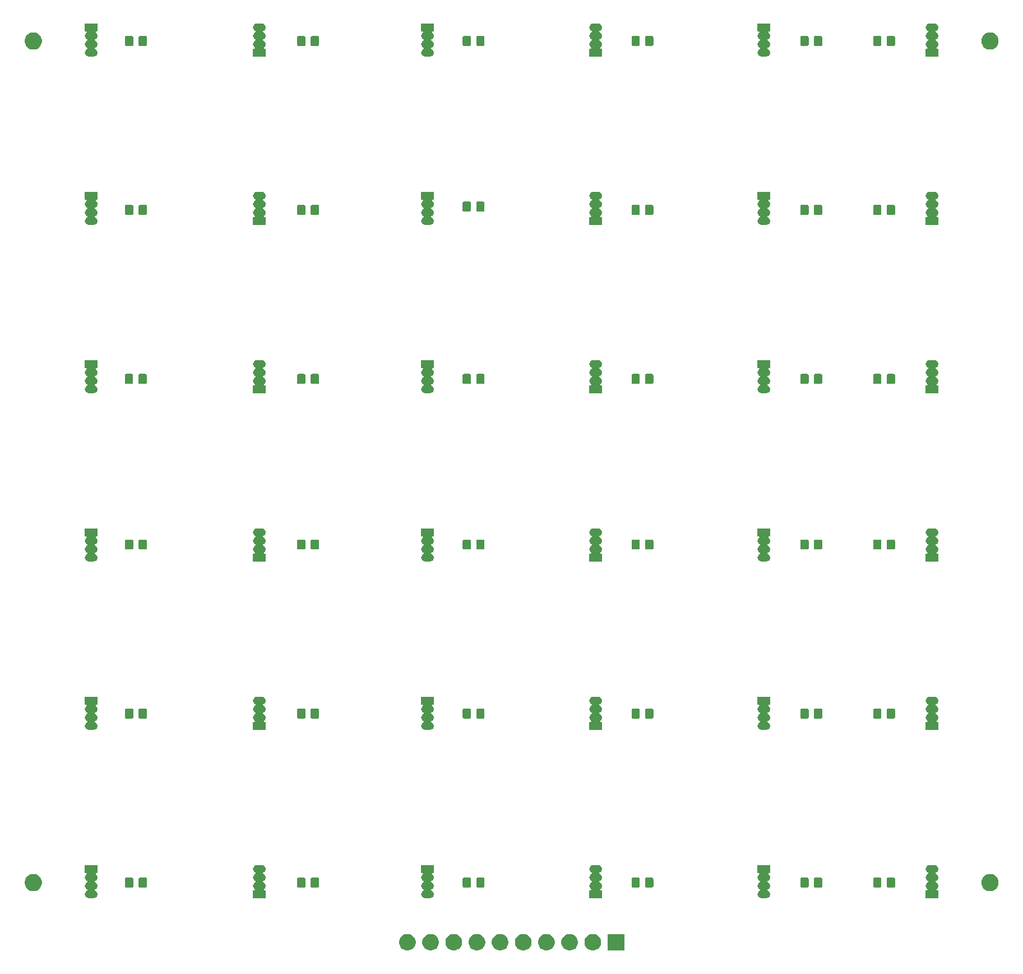
<source format=gbr>
G04 #@! TF.GenerationSoftware,KiCad,Pcbnew,(5.1.5-0-10_14)*
G04 #@! TF.CreationDate,2020-02-07T12:59:51-05:00*
G04 #@! TF.ProjectId,neopixel_array,6e656f70-6978-4656-9c5f-61727261792e,rev?*
G04 #@! TF.SameCoordinates,Original*
G04 #@! TF.FileFunction,Soldermask,Top*
G04 #@! TF.FilePolarity,Negative*
%FSLAX46Y46*%
G04 Gerber Fmt 4.6, Leading zero omitted, Abs format (unit mm)*
G04 Created by KiCad (PCBNEW (5.1.5-0-10_14)) date 2020-02-07 12:59:51*
%MOMM*%
%LPD*%
G04 APERTURE LIST*
%ADD10C,0.100000*%
G04 APERTURE END LIST*
D10*
G36*
X159251000Y-167251000D02*
G01*
X156749000Y-167251000D01*
X156749000Y-164749000D01*
X159251000Y-164749000D01*
X159251000Y-167251000D01*
G37*
G36*
X154864903Y-164797075D02*
G01*
X155092571Y-164891378D01*
X155297466Y-165028285D01*
X155471715Y-165202534D01*
X155608622Y-165407429D01*
X155702925Y-165635097D01*
X155751000Y-165876787D01*
X155751000Y-166123213D01*
X155702925Y-166364903D01*
X155608622Y-166592571D01*
X155471715Y-166797466D01*
X155297466Y-166971715D01*
X155092571Y-167108622D01*
X155092570Y-167108623D01*
X155092569Y-167108623D01*
X154864903Y-167202925D01*
X154623214Y-167251000D01*
X154376786Y-167251000D01*
X154135097Y-167202925D01*
X153907431Y-167108623D01*
X153907430Y-167108623D01*
X153907429Y-167108622D01*
X153702534Y-166971715D01*
X153528285Y-166797466D01*
X153391378Y-166592571D01*
X153297075Y-166364903D01*
X153249000Y-166123213D01*
X153249000Y-165876787D01*
X153297075Y-165635097D01*
X153391378Y-165407429D01*
X153528285Y-165202534D01*
X153702534Y-165028285D01*
X153907429Y-164891378D01*
X154135097Y-164797075D01*
X154376786Y-164749000D01*
X154623214Y-164749000D01*
X154864903Y-164797075D01*
G37*
G36*
X151364903Y-164797075D02*
G01*
X151592571Y-164891378D01*
X151797466Y-165028285D01*
X151971715Y-165202534D01*
X152108622Y-165407429D01*
X152202925Y-165635097D01*
X152251000Y-165876787D01*
X152251000Y-166123213D01*
X152202925Y-166364903D01*
X152108622Y-166592571D01*
X151971715Y-166797466D01*
X151797466Y-166971715D01*
X151592571Y-167108622D01*
X151592570Y-167108623D01*
X151592569Y-167108623D01*
X151364903Y-167202925D01*
X151123214Y-167251000D01*
X150876786Y-167251000D01*
X150635097Y-167202925D01*
X150407431Y-167108623D01*
X150407430Y-167108623D01*
X150407429Y-167108622D01*
X150202534Y-166971715D01*
X150028285Y-166797466D01*
X149891378Y-166592571D01*
X149797075Y-166364903D01*
X149749000Y-166123213D01*
X149749000Y-165876787D01*
X149797075Y-165635097D01*
X149891378Y-165407429D01*
X150028285Y-165202534D01*
X150202534Y-165028285D01*
X150407429Y-164891378D01*
X150635097Y-164797075D01*
X150876786Y-164749000D01*
X151123214Y-164749000D01*
X151364903Y-164797075D01*
G37*
G36*
X147864903Y-164797075D02*
G01*
X148092571Y-164891378D01*
X148297466Y-165028285D01*
X148471715Y-165202534D01*
X148608622Y-165407429D01*
X148702925Y-165635097D01*
X148751000Y-165876787D01*
X148751000Y-166123213D01*
X148702925Y-166364903D01*
X148608622Y-166592571D01*
X148471715Y-166797466D01*
X148297466Y-166971715D01*
X148092571Y-167108622D01*
X148092570Y-167108623D01*
X148092569Y-167108623D01*
X147864903Y-167202925D01*
X147623214Y-167251000D01*
X147376786Y-167251000D01*
X147135097Y-167202925D01*
X146907431Y-167108623D01*
X146907430Y-167108623D01*
X146907429Y-167108622D01*
X146702534Y-166971715D01*
X146528285Y-166797466D01*
X146391378Y-166592571D01*
X146297075Y-166364903D01*
X146249000Y-166123213D01*
X146249000Y-165876787D01*
X146297075Y-165635097D01*
X146391378Y-165407429D01*
X146528285Y-165202534D01*
X146702534Y-165028285D01*
X146907429Y-164891378D01*
X147135097Y-164797075D01*
X147376786Y-164749000D01*
X147623214Y-164749000D01*
X147864903Y-164797075D01*
G37*
G36*
X144364903Y-164797075D02*
G01*
X144592571Y-164891378D01*
X144797466Y-165028285D01*
X144971715Y-165202534D01*
X145108622Y-165407429D01*
X145202925Y-165635097D01*
X145251000Y-165876787D01*
X145251000Y-166123213D01*
X145202925Y-166364903D01*
X145108622Y-166592571D01*
X144971715Y-166797466D01*
X144797466Y-166971715D01*
X144592571Y-167108622D01*
X144592570Y-167108623D01*
X144592569Y-167108623D01*
X144364903Y-167202925D01*
X144123214Y-167251000D01*
X143876786Y-167251000D01*
X143635097Y-167202925D01*
X143407431Y-167108623D01*
X143407430Y-167108623D01*
X143407429Y-167108622D01*
X143202534Y-166971715D01*
X143028285Y-166797466D01*
X142891378Y-166592571D01*
X142797075Y-166364903D01*
X142749000Y-166123213D01*
X142749000Y-165876787D01*
X142797075Y-165635097D01*
X142891378Y-165407429D01*
X143028285Y-165202534D01*
X143202534Y-165028285D01*
X143407429Y-164891378D01*
X143635097Y-164797075D01*
X143876786Y-164749000D01*
X144123214Y-164749000D01*
X144364903Y-164797075D01*
G37*
G36*
X140864903Y-164797075D02*
G01*
X141092571Y-164891378D01*
X141297466Y-165028285D01*
X141471715Y-165202534D01*
X141608622Y-165407429D01*
X141702925Y-165635097D01*
X141751000Y-165876787D01*
X141751000Y-166123213D01*
X141702925Y-166364903D01*
X141608622Y-166592571D01*
X141471715Y-166797466D01*
X141297466Y-166971715D01*
X141092571Y-167108622D01*
X141092570Y-167108623D01*
X141092569Y-167108623D01*
X140864903Y-167202925D01*
X140623214Y-167251000D01*
X140376786Y-167251000D01*
X140135097Y-167202925D01*
X139907431Y-167108623D01*
X139907430Y-167108623D01*
X139907429Y-167108622D01*
X139702534Y-166971715D01*
X139528285Y-166797466D01*
X139391378Y-166592571D01*
X139297075Y-166364903D01*
X139249000Y-166123213D01*
X139249000Y-165876787D01*
X139297075Y-165635097D01*
X139391378Y-165407429D01*
X139528285Y-165202534D01*
X139702534Y-165028285D01*
X139907429Y-164891378D01*
X140135097Y-164797075D01*
X140376786Y-164749000D01*
X140623214Y-164749000D01*
X140864903Y-164797075D01*
G37*
G36*
X137364903Y-164797075D02*
G01*
X137592571Y-164891378D01*
X137797466Y-165028285D01*
X137971715Y-165202534D01*
X138108622Y-165407429D01*
X138202925Y-165635097D01*
X138251000Y-165876787D01*
X138251000Y-166123213D01*
X138202925Y-166364903D01*
X138108622Y-166592571D01*
X137971715Y-166797466D01*
X137797466Y-166971715D01*
X137592571Y-167108622D01*
X137592570Y-167108623D01*
X137592569Y-167108623D01*
X137364903Y-167202925D01*
X137123214Y-167251000D01*
X136876786Y-167251000D01*
X136635097Y-167202925D01*
X136407431Y-167108623D01*
X136407430Y-167108623D01*
X136407429Y-167108622D01*
X136202534Y-166971715D01*
X136028285Y-166797466D01*
X135891378Y-166592571D01*
X135797075Y-166364903D01*
X135749000Y-166123213D01*
X135749000Y-165876787D01*
X135797075Y-165635097D01*
X135891378Y-165407429D01*
X136028285Y-165202534D01*
X136202534Y-165028285D01*
X136407429Y-164891378D01*
X136635097Y-164797075D01*
X136876786Y-164749000D01*
X137123214Y-164749000D01*
X137364903Y-164797075D01*
G37*
G36*
X133864903Y-164797075D02*
G01*
X134092571Y-164891378D01*
X134297466Y-165028285D01*
X134471715Y-165202534D01*
X134608622Y-165407429D01*
X134702925Y-165635097D01*
X134751000Y-165876787D01*
X134751000Y-166123213D01*
X134702925Y-166364903D01*
X134608622Y-166592571D01*
X134471715Y-166797466D01*
X134297466Y-166971715D01*
X134092571Y-167108622D01*
X134092570Y-167108623D01*
X134092569Y-167108623D01*
X133864903Y-167202925D01*
X133623214Y-167251000D01*
X133376786Y-167251000D01*
X133135097Y-167202925D01*
X132907431Y-167108623D01*
X132907430Y-167108623D01*
X132907429Y-167108622D01*
X132702534Y-166971715D01*
X132528285Y-166797466D01*
X132391378Y-166592571D01*
X132297075Y-166364903D01*
X132249000Y-166123213D01*
X132249000Y-165876787D01*
X132297075Y-165635097D01*
X132391378Y-165407429D01*
X132528285Y-165202534D01*
X132702534Y-165028285D01*
X132907429Y-164891378D01*
X133135097Y-164797075D01*
X133376786Y-164749000D01*
X133623214Y-164749000D01*
X133864903Y-164797075D01*
G37*
G36*
X130364903Y-164797075D02*
G01*
X130592571Y-164891378D01*
X130797466Y-165028285D01*
X130971715Y-165202534D01*
X131108622Y-165407429D01*
X131202925Y-165635097D01*
X131251000Y-165876787D01*
X131251000Y-166123213D01*
X131202925Y-166364903D01*
X131108622Y-166592571D01*
X130971715Y-166797466D01*
X130797466Y-166971715D01*
X130592571Y-167108622D01*
X130592570Y-167108623D01*
X130592569Y-167108623D01*
X130364903Y-167202925D01*
X130123214Y-167251000D01*
X129876786Y-167251000D01*
X129635097Y-167202925D01*
X129407431Y-167108623D01*
X129407430Y-167108623D01*
X129407429Y-167108622D01*
X129202534Y-166971715D01*
X129028285Y-166797466D01*
X128891378Y-166592571D01*
X128797075Y-166364903D01*
X128749000Y-166123213D01*
X128749000Y-165876787D01*
X128797075Y-165635097D01*
X128891378Y-165407429D01*
X129028285Y-165202534D01*
X129202534Y-165028285D01*
X129407429Y-164891378D01*
X129635097Y-164797075D01*
X129876786Y-164749000D01*
X130123214Y-164749000D01*
X130364903Y-164797075D01*
G37*
G36*
X126864903Y-164797075D02*
G01*
X127092571Y-164891378D01*
X127297466Y-165028285D01*
X127471715Y-165202534D01*
X127608622Y-165407429D01*
X127702925Y-165635097D01*
X127751000Y-165876787D01*
X127751000Y-166123213D01*
X127702925Y-166364903D01*
X127608622Y-166592571D01*
X127471715Y-166797466D01*
X127297466Y-166971715D01*
X127092571Y-167108622D01*
X127092570Y-167108623D01*
X127092569Y-167108623D01*
X126864903Y-167202925D01*
X126623214Y-167251000D01*
X126376786Y-167251000D01*
X126135097Y-167202925D01*
X125907431Y-167108623D01*
X125907430Y-167108623D01*
X125907429Y-167108622D01*
X125702534Y-166971715D01*
X125528285Y-166797466D01*
X125391378Y-166592571D01*
X125297075Y-166364903D01*
X125249000Y-166123213D01*
X125249000Y-165876787D01*
X125297075Y-165635097D01*
X125391378Y-165407429D01*
X125528285Y-165202534D01*
X125702534Y-165028285D01*
X125907429Y-164891378D01*
X126135097Y-164797075D01*
X126376786Y-164749000D01*
X126623214Y-164749000D01*
X126864903Y-164797075D01*
G37*
G36*
X79691000Y-155526000D02*
G01*
X79544609Y-155526000D01*
X79520223Y-155528402D01*
X79496774Y-155535515D01*
X79475163Y-155547066D01*
X79456221Y-155562611D01*
X79440676Y-155581553D01*
X79429125Y-155603164D01*
X79422012Y-155626613D01*
X79419610Y-155650999D01*
X79422012Y-155675385D01*
X79429125Y-155698834D01*
X79440676Y-155720445D01*
X79456221Y-155739387D01*
X79465311Y-155747625D01*
X79521370Y-155793630D01*
X79594598Y-155882860D01*
X79649013Y-155984662D01*
X79649013Y-155984663D01*
X79682521Y-156095124D01*
X79693835Y-156210000D01*
X79682521Y-156324876D01*
X79668844Y-156369962D01*
X79649013Y-156435338D01*
X79594598Y-156537140D01*
X79521370Y-156626370D01*
X79432140Y-156699598D01*
X79366355Y-156734761D01*
X79345981Y-156748375D01*
X79328654Y-156765702D01*
X79315040Y-156786076D01*
X79305663Y-156808715D01*
X79300883Y-156832749D01*
X79300883Y-156857253D01*
X79305664Y-156881286D01*
X79315041Y-156903925D01*
X79328655Y-156924299D01*
X79345982Y-156941626D01*
X79366355Y-156955239D01*
X79432140Y-156990402D01*
X79521370Y-157063630D01*
X79594598Y-157152860D01*
X79649013Y-157254662D01*
X79649013Y-157254663D01*
X79682521Y-157365124D01*
X79693835Y-157480000D01*
X79682521Y-157594876D01*
X79662431Y-157661103D01*
X79649013Y-157705338D01*
X79594598Y-157807140D01*
X79521370Y-157896370D01*
X79432140Y-157969598D01*
X79366355Y-158004761D01*
X79345981Y-158018375D01*
X79328654Y-158035702D01*
X79315040Y-158056076D01*
X79305663Y-158078715D01*
X79300883Y-158102749D01*
X79300883Y-158127253D01*
X79305664Y-158151286D01*
X79315041Y-158173925D01*
X79328655Y-158194299D01*
X79345982Y-158211626D01*
X79366355Y-158225239D01*
X79432140Y-158260402D01*
X79521370Y-158333630D01*
X79594598Y-158422860D01*
X79649013Y-158524662D01*
X79649013Y-158524663D01*
X79682521Y-158635124D01*
X79693835Y-158750000D01*
X79682521Y-158864876D01*
X79660182Y-158938517D01*
X79649013Y-158975338D01*
X79594598Y-159077140D01*
X79521370Y-159166370D01*
X79432140Y-159239598D01*
X79330338Y-159294013D01*
X79293517Y-159305182D01*
X79219876Y-159327521D01*
X79162482Y-159333174D01*
X79133786Y-159336000D01*
X78346214Y-159336000D01*
X78317518Y-159333174D01*
X78260124Y-159327521D01*
X78186483Y-159305182D01*
X78149662Y-159294013D01*
X78047860Y-159239598D01*
X77958630Y-159166370D01*
X77885402Y-159077140D01*
X77830987Y-158975338D01*
X77819818Y-158938517D01*
X77797479Y-158864876D01*
X77786165Y-158750000D01*
X77797479Y-158635124D01*
X77830987Y-158524663D01*
X77830987Y-158524662D01*
X77885402Y-158422860D01*
X77958630Y-158333630D01*
X78047860Y-158260402D01*
X78113645Y-158225239D01*
X78134019Y-158211625D01*
X78151346Y-158194298D01*
X78164960Y-158173924D01*
X78174337Y-158151285D01*
X78179117Y-158127251D01*
X78179117Y-158102747D01*
X78174336Y-158078714D01*
X78164959Y-158056075D01*
X78151345Y-158035701D01*
X78134018Y-158018374D01*
X78113645Y-158004761D01*
X78047860Y-157969598D01*
X77958630Y-157896370D01*
X77885402Y-157807140D01*
X77830987Y-157705338D01*
X77817569Y-157661103D01*
X77797479Y-157594876D01*
X77786165Y-157480000D01*
X77797479Y-157365124D01*
X77830987Y-157254663D01*
X77830987Y-157254662D01*
X77885402Y-157152860D01*
X77958630Y-157063630D01*
X78047860Y-156990402D01*
X78113645Y-156955239D01*
X78134019Y-156941625D01*
X78151346Y-156924298D01*
X78164960Y-156903924D01*
X78174337Y-156881285D01*
X78179117Y-156857251D01*
X78179117Y-156832747D01*
X78174336Y-156808714D01*
X78164959Y-156786075D01*
X78151345Y-156765701D01*
X78134018Y-156748374D01*
X78113645Y-156734761D01*
X78047860Y-156699598D01*
X77958630Y-156626370D01*
X77885402Y-156537140D01*
X77830987Y-156435338D01*
X77811156Y-156369962D01*
X77797479Y-156324876D01*
X77786165Y-156210000D01*
X77797479Y-156095124D01*
X77830987Y-155984663D01*
X77830987Y-155984662D01*
X77885402Y-155882860D01*
X77958630Y-155793630D01*
X78014689Y-155747625D01*
X78032016Y-155730298D01*
X78045630Y-155709924D01*
X78055007Y-155687285D01*
X78059788Y-155663252D01*
X78059788Y-155638748D01*
X78055008Y-155614715D01*
X78045631Y-155592076D01*
X78032017Y-155571701D01*
X78014690Y-155554374D01*
X77994316Y-155540760D01*
X77971677Y-155531383D01*
X77947644Y-155526602D01*
X77935391Y-155526000D01*
X77789000Y-155526000D01*
X77789000Y-154354000D01*
X79691000Y-154354000D01*
X79691000Y-155526000D01*
G37*
G36*
X104562482Y-154356826D02*
G01*
X104619876Y-154362479D01*
X104693517Y-154384818D01*
X104730338Y-154395987D01*
X104832140Y-154450402D01*
X104921370Y-154523630D01*
X104994598Y-154612860D01*
X105049013Y-154714662D01*
X105049013Y-154714663D01*
X105082521Y-154825124D01*
X105093835Y-154940000D01*
X105082521Y-155054876D01*
X105060182Y-155128517D01*
X105049013Y-155165338D01*
X104994598Y-155267140D01*
X104921370Y-155356370D01*
X104832140Y-155429598D01*
X104766355Y-155464761D01*
X104745981Y-155478375D01*
X104728654Y-155495702D01*
X104715040Y-155516076D01*
X104705663Y-155538715D01*
X104700883Y-155562749D01*
X104700883Y-155587253D01*
X104705664Y-155611286D01*
X104715041Y-155633925D01*
X104728655Y-155654299D01*
X104745982Y-155671626D01*
X104766355Y-155685239D01*
X104832140Y-155720402D01*
X104921370Y-155793630D01*
X104994598Y-155882860D01*
X105049013Y-155984662D01*
X105049013Y-155984663D01*
X105082521Y-156095124D01*
X105093835Y-156210000D01*
X105082521Y-156324876D01*
X105068844Y-156369962D01*
X105049013Y-156435338D01*
X104994598Y-156537140D01*
X104921370Y-156626370D01*
X104832140Y-156699598D01*
X104766355Y-156734761D01*
X104745981Y-156748375D01*
X104728654Y-156765702D01*
X104715040Y-156786076D01*
X104705663Y-156808715D01*
X104700883Y-156832749D01*
X104700883Y-156857253D01*
X104705664Y-156881286D01*
X104715041Y-156903925D01*
X104728655Y-156924299D01*
X104745982Y-156941626D01*
X104766355Y-156955239D01*
X104832140Y-156990402D01*
X104921370Y-157063630D01*
X104994598Y-157152860D01*
X105049013Y-157254662D01*
X105049013Y-157254663D01*
X105082521Y-157365124D01*
X105093835Y-157480000D01*
X105082521Y-157594876D01*
X105062431Y-157661103D01*
X105049013Y-157705338D01*
X104994598Y-157807140D01*
X104921370Y-157896370D01*
X104865311Y-157942375D01*
X104847984Y-157959702D01*
X104834370Y-157980076D01*
X104824993Y-158002715D01*
X104820212Y-158026748D01*
X104820212Y-158051252D01*
X104824992Y-158075285D01*
X104834369Y-158097924D01*
X104847983Y-158118299D01*
X104865310Y-158135626D01*
X104885684Y-158149240D01*
X104908323Y-158158617D01*
X104932356Y-158163398D01*
X104944609Y-158164000D01*
X105091000Y-158164000D01*
X105091000Y-159336000D01*
X103189000Y-159336000D01*
X103189000Y-158164000D01*
X103335391Y-158164000D01*
X103359777Y-158161598D01*
X103383226Y-158154485D01*
X103404837Y-158142934D01*
X103423779Y-158127389D01*
X103439324Y-158108447D01*
X103450875Y-158086836D01*
X103457988Y-158063387D01*
X103460390Y-158039001D01*
X103457988Y-158014615D01*
X103450875Y-157991166D01*
X103439324Y-157969555D01*
X103423779Y-157950613D01*
X103414689Y-157942375D01*
X103358630Y-157896370D01*
X103285402Y-157807140D01*
X103230987Y-157705338D01*
X103217569Y-157661103D01*
X103197479Y-157594876D01*
X103186165Y-157480000D01*
X103197479Y-157365124D01*
X103230987Y-157254663D01*
X103230987Y-157254662D01*
X103285402Y-157152860D01*
X103358630Y-157063630D01*
X103447860Y-156990402D01*
X103513645Y-156955239D01*
X103534019Y-156941625D01*
X103551346Y-156924298D01*
X103564960Y-156903924D01*
X103574337Y-156881285D01*
X103579117Y-156857251D01*
X103579117Y-156832747D01*
X103574336Y-156808714D01*
X103564959Y-156786075D01*
X103551345Y-156765701D01*
X103534018Y-156748374D01*
X103513645Y-156734761D01*
X103447860Y-156699598D01*
X103358630Y-156626370D01*
X103285402Y-156537140D01*
X103230987Y-156435338D01*
X103211156Y-156369962D01*
X103197479Y-156324876D01*
X103186165Y-156210000D01*
X103197479Y-156095124D01*
X103230987Y-155984663D01*
X103230987Y-155984662D01*
X103285402Y-155882860D01*
X103358630Y-155793630D01*
X103447860Y-155720402D01*
X103513645Y-155685239D01*
X103534019Y-155671625D01*
X103551346Y-155654298D01*
X103564960Y-155633924D01*
X103574337Y-155611285D01*
X103579117Y-155587251D01*
X103579117Y-155562747D01*
X103574336Y-155538714D01*
X103564959Y-155516075D01*
X103551345Y-155495701D01*
X103534018Y-155478374D01*
X103513645Y-155464761D01*
X103447860Y-155429598D01*
X103358630Y-155356370D01*
X103285402Y-155267140D01*
X103230987Y-155165338D01*
X103219818Y-155128517D01*
X103197479Y-155054876D01*
X103186165Y-154940000D01*
X103197479Y-154825124D01*
X103230987Y-154714663D01*
X103230987Y-154714662D01*
X103285402Y-154612860D01*
X103358630Y-154523630D01*
X103447860Y-154450402D01*
X103549662Y-154395987D01*
X103586483Y-154384818D01*
X103660124Y-154362479D01*
X103717518Y-154356826D01*
X103746214Y-154354000D01*
X104533786Y-154354000D01*
X104562482Y-154356826D01*
G37*
G36*
X130491000Y-155526000D02*
G01*
X130344609Y-155526000D01*
X130320223Y-155528402D01*
X130296774Y-155535515D01*
X130275163Y-155547066D01*
X130256221Y-155562611D01*
X130240676Y-155581553D01*
X130229125Y-155603164D01*
X130222012Y-155626613D01*
X130219610Y-155650999D01*
X130222012Y-155675385D01*
X130229125Y-155698834D01*
X130240676Y-155720445D01*
X130256221Y-155739387D01*
X130265311Y-155747625D01*
X130321370Y-155793630D01*
X130394598Y-155882860D01*
X130449013Y-155984662D01*
X130449013Y-155984663D01*
X130482521Y-156095124D01*
X130493835Y-156210000D01*
X130482521Y-156324876D01*
X130468844Y-156369962D01*
X130449013Y-156435338D01*
X130394598Y-156537140D01*
X130321370Y-156626370D01*
X130232140Y-156699598D01*
X130166355Y-156734761D01*
X130145981Y-156748375D01*
X130128654Y-156765702D01*
X130115040Y-156786076D01*
X130105663Y-156808715D01*
X130100883Y-156832749D01*
X130100883Y-156857253D01*
X130105664Y-156881286D01*
X130115041Y-156903925D01*
X130128655Y-156924299D01*
X130145982Y-156941626D01*
X130166355Y-156955239D01*
X130232140Y-156990402D01*
X130321370Y-157063630D01*
X130394598Y-157152860D01*
X130449013Y-157254662D01*
X130449013Y-157254663D01*
X130482521Y-157365124D01*
X130493835Y-157480000D01*
X130482521Y-157594876D01*
X130462431Y-157661103D01*
X130449013Y-157705338D01*
X130394598Y-157807140D01*
X130321370Y-157896370D01*
X130232140Y-157969598D01*
X130166355Y-158004761D01*
X130145981Y-158018375D01*
X130128654Y-158035702D01*
X130115040Y-158056076D01*
X130105663Y-158078715D01*
X130100883Y-158102749D01*
X130100883Y-158127253D01*
X130105664Y-158151286D01*
X130115041Y-158173925D01*
X130128655Y-158194299D01*
X130145982Y-158211626D01*
X130166355Y-158225239D01*
X130232140Y-158260402D01*
X130321370Y-158333630D01*
X130394598Y-158422860D01*
X130449013Y-158524662D01*
X130449013Y-158524663D01*
X130482521Y-158635124D01*
X130493835Y-158750000D01*
X130482521Y-158864876D01*
X130460182Y-158938517D01*
X130449013Y-158975338D01*
X130394598Y-159077140D01*
X130321370Y-159166370D01*
X130232140Y-159239598D01*
X130130338Y-159294013D01*
X130093517Y-159305182D01*
X130019876Y-159327521D01*
X129962482Y-159333174D01*
X129933786Y-159336000D01*
X129146214Y-159336000D01*
X129117518Y-159333174D01*
X129060124Y-159327521D01*
X128986483Y-159305182D01*
X128949662Y-159294013D01*
X128847860Y-159239598D01*
X128758630Y-159166370D01*
X128685402Y-159077140D01*
X128630987Y-158975338D01*
X128619818Y-158938517D01*
X128597479Y-158864876D01*
X128586165Y-158750000D01*
X128597479Y-158635124D01*
X128630987Y-158524663D01*
X128630987Y-158524662D01*
X128685402Y-158422860D01*
X128758630Y-158333630D01*
X128847860Y-158260402D01*
X128913645Y-158225239D01*
X128934019Y-158211625D01*
X128951346Y-158194298D01*
X128964960Y-158173924D01*
X128974337Y-158151285D01*
X128979117Y-158127251D01*
X128979117Y-158102747D01*
X128974336Y-158078714D01*
X128964959Y-158056075D01*
X128951345Y-158035701D01*
X128934018Y-158018374D01*
X128913645Y-158004761D01*
X128847860Y-157969598D01*
X128758630Y-157896370D01*
X128685402Y-157807140D01*
X128630987Y-157705338D01*
X128617569Y-157661103D01*
X128597479Y-157594876D01*
X128586165Y-157480000D01*
X128597479Y-157365124D01*
X128630987Y-157254663D01*
X128630987Y-157254662D01*
X128685402Y-157152860D01*
X128758630Y-157063630D01*
X128847860Y-156990402D01*
X128913645Y-156955239D01*
X128934019Y-156941625D01*
X128951346Y-156924298D01*
X128964960Y-156903924D01*
X128974337Y-156881285D01*
X128979117Y-156857251D01*
X128979117Y-156832747D01*
X128974336Y-156808714D01*
X128964959Y-156786075D01*
X128951345Y-156765701D01*
X128934018Y-156748374D01*
X128913645Y-156734761D01*
X128847860Y-156699598D01*
X128758630Y-156626370D01*
X128685402Y-156537140D01*
X128630987Y-156435338D01*
X128611156Y-156369962D01*
X128597479Y-156324876D01*
X128586165Y-156210000D01*
X128597479Y-156095124D01*
X128630987Y-155984663D01*
X128630987Y-155984662D01*
X128685402Y-155882860D01*
X128758630Y-155793630D01*
X128814689Y-155747625D01*
X128832016Y-155730298D01*
X128845630Y-155709924D01*
X128855007Y-155687285D01*
X128859788Y-155663252D01*
X128859788Y-155638748D01*
X128855008Y-155614715D01*
X128845631Y-155592076D01*
X128832017Y-155571701D01*
X128814690Y-155554374D01*
X128794316Y-155540760D01*
X128771677Y-155531383D01*
X128747644Y-155526602D01*
X128735391Y-155526000D01*
X128589000Y-155526000D01*
X128589000Y-154354000D01*
X130491000Y-154354000D01*
X130491000Y-155526000D01*
G37*
G36*
X155362482Y-154356826D02*
G01*
X155419876Y-154362479D01*
X155493517Y-154384818D01*
X155530338Y-154395987D01*
X155632140Y-154450402D01*
X155721370Y-154523630D01*
X155794598Y-154612860D01*
X155849013Y-154714662D01*
X155849013Y-154714663D01*
X155882521Y-154825124D01*
X155893835Y-154940000D01*
X155882521Y-155054876D01*
X155860182Y-155128517D01*
X155849013Y-155165338D01*
X155794598Y-155267140D01*
X155721370Y-155356370D01*
X155632140Y-155429598D01*
X155566355Y-155464761D01*
X155545981Y-155478375D01*
X155528654Y-155495702D01*
X155515040Y-155516076D01*
X155505663Y-155538715D01*
X155500883Y-155562749D01*
X155500883Y-155587253D01*
X155505664Y-155611286D01*
X155515041Y-155633925D01*
X155528655Y-155654299D01*
X155545982Y-155671626D01*
X155566355Y-155685239D01*
X155632140Y-155720402D01*
X155721370Y-155793630D01*
X155794598Y-155882860D01*
X155849013Y-155984662D01*
X155849013Y-155984663D01*
X155882521Y-156095124D01*
X155893835Y-156210000D01*
X155882521Y-156324876D01*
X155868844Y-156369962D01*
X155849013Y-156435338D01*
X155794598Y-156537140D01*
X155721370Y-156626370D01*
X155632140Y-156699598D01*
X155566355Y-156734761D01*
X155545981Y-156748375D01*
X155528654Y-156765702D01*
X155515040Y-156786076D01*
X155505663Y-156808715D01*
X155500883Y-156832749D01*
X155500883Y-156857253D01*
X155505664Y-156881286D01*
X155515041Y-156903925D01*
X155528655Y-156924299D01*
X155545982Y-156941626D01*
X155566355Y-156955239D01*
X155632140Y-156990402D01*
X155721370Y-157063630D01*
X155794598Y-157152860D01*
X155849013Y-157254662D01*
X155849013Y-157254663D01*
X155882521Y-157365124D01*
X155893835Y-157480000D01*
X155882521Y-157594876D01*
X155862431Y-157661103D01*
X155849013Y-157705338D01*
X155794598Y-157807140D01*
X155721370Y-157896370D01*
X155665311Y-157942375D01*
X155647984Y-157959702D01*
X155634370Y-157980076D01*
X155624993Y-158002715D01*
X155620212Y-158026748D01*
X155620212Y-158051252D01*
X155624992Y-158075285D01*
X155634369Y-158097924D01*
X155647983Y-158118299D01*
X155665310Y-158135626D01*
X155685684Y-158149240D01*
X155708323Y-158158617D01*
X155732356Y-158163398D01*
X155744609Y-158164000D01*
X155891000Y-158164000D01*
X155891000Y-159336000D01*
X153989000Y-159336000D01*
X153989000Y-158164000D01*
X154135391Y-158164000D01*
X154159777Y-158161598D01*
X154183226Y-158154485D01*
X154204837Y-158142934D01*
X154223779Y-158127389D01*
X154239324Y-158108447D01*
X154250875Y-158086836D01*
X154257988Y-158063387D01*
X154260390Y-158039001D01*
X154257988Y-158014615D01*
X154250875Y-157991166D01*
X154239324Y-157969555D01*
X154223779Y-157950613D01*
X154214689Y-157942375D01*
X154158630Y-157896370D01*
X154085402Y-157807140D01*
X154030987Y-157705338D01*
X154017569Y-157661103D01*
X153997479Y-157594876D01*
X153986165Y-157480000D01*
X153997479Y-157365124D01*
X154030987Y-157254663D01*
X154030987Y-157254662D01*
X154085402Y-157152860D01*
X154158630Y-157063630D01*
X154247860Y-156990402D01*
X154313645Y-156955239D01*
X154334019Y-156941625D01*
X154351346Y-156924298D01*
X154364960Y-156903924D01*
X154374337Y-156881285D01*
X154379117Y-156857251D01*
X154379117Y-156832747D01*
X154374336Y-156808714D01*
X154364959Y-156786075D01*
X154351345Y-156765701D01*
X154334018Y-156748374D01*
X154313645Y-156734761D01*
X154247860Y-156699598D01*
X154158630Y-156626370D01*
X154085402Y-156537140D01*
X154030987Y-156435338D01*
X154011156Y-156369962D01*
X153997479Y-156324876D01*
X153986165Y-156210000D01*
X153997479Y-156095124D01*
X154030987Y-155984663D01*
X154030987Y-155984662D01*
X154085402Y-155882860D01*
X154158630Y-155793630D01*
X154247860Y-155720402D01*
X154313645Y-155685239D01*
X154334019Y-155671625D01*
X154351346Y-155654298D01*
X154364960Y-155633924D01*
X154374337Y-155611285D01*
X154379117Y-155587251D01*
X154379117Y-155562747D01*
X154374336Y-155538714D01*
X154364959Y-155516075D01*
X154351345Y-155495701D01*
X154334018Y-155478374D01*
X154313645Y-155464761D01*
X154247860Y-155429598D01*
X154158630Y-155356370D01*
X154085402Y-155267140D01*
X154030987Y-155165338D01*
X154019818Y-155128517D01*
X153997479Y-155054876D01*
X153986165Y-154940000D01*
X153997479Y-154825124D01*
X154030987Y-154714663D01*
X154030987Y-154714662D01*
X154085402Y-154612860D01*
X154158630Y-154523630D01*
X154247860Y-154450402D01*
X154349662Y-154395987D01*
X154386483Y-154384818D01*
X154460124Y-154362479D01*
X154517518Y-154356826D01*
X154546214Y-154354000D01*
X155333786Y-154354000D01*
X155362482Y-154356826D01*
G37*
G36*
X181291000Y-155526000D02*
G01*
X181144609Y-155526000D01*
X181120223Y-155528402D01*
X181096774Y-155535515D01*
X181075163Y-155547066D01*
X181056221Y-155562611D01*
X181040676Y-155581553D01*
X181029125Y-155603164D01*
X181022012Y-155626613D01*
X181019610Y-155650999D01*
X181022012Y-155675385D01*
X181029125Y-155698834D01*
X181040676Y-155720445D01*
X181056221Y-155739387D01*
X181065311Y-155747625D01*
X181121370Y-155793630D01*
X181194598Y-155882860D01*
X181249013Y-155984662D01*
X181249013Y-155984663D01*
X181282521Y-156095124D01*
X181293835Y-156210000D01*
X181282521Y-156324876D01*
X181268844Y-156369962D01*
X181249013Y-156435338D01*
X181194598Y-156537140D01*
X181121370Y-156626370D01*
X181032140Y-156699598D01*
X180966355Y-156734761D01*
X180945981Y-156748375D01*
X180928654Y-156765702D01*
X180915040Y-156786076D01*
X180905663Y-156808715D01*
X180900883Y-156832749D01*
X180900883Y-156857253D01*
X180905664Y-156881286D01*
X180915041Y-156903925D01*
X180928655Y-156924299D01*
X180945982Y-156941626D01*
X180966355Y-156955239D01*
X181032140Y-156990402D01*
X181121370Y-157063630D01*
X181194598Y-157152860D01*
X181249013Y-157254662D01*
X181249013Y-157254663D01*
X181282521Y-157365124D01*
X181293835Y-157480000D01*
X181282521Y-157594876D01*
X181262431Y-157661103D01*
X181249013Y-157705338D01*
X181194598Y-157807140D01*
X181121370Y-157896370D01*
X181032140Y-157969598D01*
X180966355Y-158004761D01*
X180945981Y-158018375D01*
X180928654Y-158035702D01*
X180915040Y-158056076D01*
X180905663Y-158078715D01*
X180900883Y-158102749D01*
X180900883Y-158127253D01*
X180905664Y-158151286D01*
X180915041Y-158173925D01*
X180928655Y-158194299D01*
X180945982Y-158211626D01*
X180966355Y-158225239D01*
X181032140Y-158260402D01*
X181121370Y-158333630D01*
X181194598Y-158422860D01*
X181249013Y-158524662D01*
X181249013Y-158524663D01*
X181282521Y-158635124D01*
X181293835Y-158750000D01*
X181282521Y-158864876D01*
X181260182Y-158938517D01*
X181249013Y-158975338D01*
X181194598Y-159077140D01*
X181121370Y-159166370D01*
X181032140Y-159239598D01*
X180930338Y-159294013D01*
X180893517Y-159305182D01*
X180819876Y-159327521D01*
X180762482Y-159333174D01*
X180733786Y-159336000D01*
X179946214Y-159336000D01*
X179917518Y-159333174D01*
X179860124Y-159327521D01*
X179786483Y-159305182D01*
X179749662Y-159294013D01*
X179647860Y-159239598D01*
X179558630Y-159166370D01*
X179485402Y-159077140D01*
X179430987Y-158975338D01*
X179419818Y-158938517D01*
X179397479Y-158864876D01*
X179386165Y-158750000D01*
X179397479Y-158635124D01*
X179430987Y-158524663D01*
X179430987Y-158524662D01*
X179485402Y-158422860D01*
X179558630Y-158333630D01*
X179647860Y-158260402D01*
X179713645Y-158225239D01*
X179734019Y-158211625D01*
X179751346Y-158194298D01*
X179764960Y-158173924D01*
X179774337Y-158151285D01*
X179779117Y-158127251D01*
X179779117Y-158102747D01*
X179774336Y-158078714D01*
X179764959Y-158056075D01*
X179751345Y-158035701D01*
X179734018Y-158018374D01*
X179713645Y-158004761D01*
X179647860Y-157969598D01*
X179558630Y-157896370D01*
X179485402Y-157807140D01*
X179430987Y-157705338D01*
X179417569Y-157661103D01*
X179397479Y-157594876D01*
X179386165Y-157480000D01*
X179397479Y-157365124D01*
X179430987Y-157254663D01*
X179430987Y-157254662D01*
X179485402Y-157152860D01*
X179558630Y-157063630D01*
X179647860Y-156990402D01*
X179713645Y-156955239D01*
X179734019Y-156941625D01*
X179751346Y-156924298D01*
X179764960Y-156903924D01*
X179774337Y-156881285D01*
X179779117Y-156857251D01*
X179779117Y-156832747D01*
X179774336Y-156808714D01*
X179764959Y-156786075D01*
X179751345Y-156765701D01*
X179734018Y-156748374D01*
X179713645Y-156734761D01*
X179647860Y-156699598D01*
X179558630Y-156626370D01*
X179485402Y-156537140D01*
X179430987Y-156435338D01*
X179411156Y-156369962D01*
X179397479Y-156324876D01*
X179386165Y-156210000D01*
X179397479Y-156095124D01*
X179430987Y-155984663D01*
X179430987Y-155984662D01*
X179485402Y-155882860D01*
X179558630Y-155793630D01*
X179614689Y-155747625D01*
X179632016Y-155730298D01*
X179645630Y-155709924D01*
X179655007Y-155687285D01*
X179659788Y-155663252D01*
X179659788Y-155638748D01*
X179655008Y-155614715D01*
X179645631Y-155592076D01*
X179632017Y-155571701D01*
X179614690Y-155554374D01*
X179594316Y-155540760D01*
X179571677Y-155531383D01*
X179547644Y-155526602D01*
X179535391Y-155526000D01*
X179389000Y-155526000D01*
X179389000Y-154354000D01*
X181291000Y-154354000D01*
X181291000Y-155526000D01*
G37*
G36*
X206162482Y-154356826D02*
G01*
X206219876Y-154362479D01*
X206293517Y-154384818D01*
X206330338Y-154395987D01*
X206432140Y-154450402D01*
X206521370Y-154523630D01*
X206594598Y-154612860D01*
X206649013Y-154714662D01*
X206649013Y-154714663D01*
X206682521Y-154825124D01*
X206693835Y-154940000D01*
X206682521Y-155054876D01*
X206660182Y-155128517D01*
X206649013Y-155165338D01*
X206594598Y-155267140D01*
X206521370Y-155356370D01*
X206432140Y-155429598D01*
X206366355Y-155464761D01*
X206345981Y-155478375D01*
X206328654Y-155495702D01*
X206315040Y-155516076D01*
X206305663Y-155538715D01*
X206300883Y-155562749D01*
X206300883Y-155587253D01*
X206305664Y-155611286D01*
X206315041Y-155633925D01*
X206328655Y-155654299D01*
X206345982Y-155671626D01*
X206366355Y-155685239D01*
X206432140Y-155720402D01*
X206521370Y-155793630D01*
X206594598Y-155882860D01*
X206649013Y-155984662D01*
X206649013Y-155984663D01*
X206682521Y-156095124D01*
X206693835Y-156210000D01*
X206682521Y-156324876D01*
X206668844Y-156369962D01*
X206649013Y-156435338D01*
X206594598Y-156537140D01*
X206521370Y-156626370D01*
X206432140Y-156699598D01*
X206366355Y-156734761D01*
X206345981Y-156748375D01*
X206328654Y-156765702D01*
X206315040Y-156786076D01*
X206305663Y-156808715D01*
X206300883Y-156832749D01*
X206300883Y-156857253D01*
X206305664Y-156881286D01*
X206315041Y-156903925D01*
X206328655Y-156924299D01*
X206345982Y-156941626D01*
X206366355Y-156955239D01*
X206432140Y-156990402D01*
X206521370Y-157063630D01*
X206594598Y-157152860D01*
X206649013Y-157254662D01*
X206649013Y-157254663D01*
X206682521Y-157365124D01*
X206693835Y-157480000D01*
X206682521Y-157594876D01*
X206662431Y-157661103D01*
X206649013Y-157705338D01*
X206594598Y-157807140D01*
X206521370Y-157896370D01*
X206465311Y-157942375D01*
X206447984Y-157959702D01*
X206434370Y-157980076D01*
X206424993Y-158002715D01*
X206420212Y-158026748D01*
X206420212Y-158051252D01*
X206424992Y-158075285D01*
X206434369Y-158097924D01*
X206447983Y-158118299D01*
X206465310Y-158135626D01*
X206485684Y-158149240D01*
X206508323Y-158158617D01*
X206532356Y-158163398D01*
X206544609Y-158164000D01*
X206691000Y-158164000D01*
X206691000Y-159336000D01*
X204789000Y-159336000D01*
X204789000Y-158164000D01*
X204935391Y-158164000D01*
X204959777Y-158161598D01*
X204983226Y-158154485D01*
X205004837Y-158142934D01*
X205023779Y-158127389D01*
X205039324Y-158108447D01*
X205050875Y-158086836D01*
X205057988Y-158063387D01*
X205060390Y-158039001D01*
X205057988Y-158014615D01*
X205050875Y-157991166D01*
X205039324Y-157969555D01*
X205023779Y-157950613D01*
X205014689Y-157942375D01*
X204958630Y-157896370D01*
X204885402Y-157807140D01*
X204830987Y-157705338D01*
X204817569Y-157661103D01*
X204797479Y-157594876D01*
X204786165Y-157480000D01*
X204797479Y-157365124D01*
X204830987Y-157254663D01*
X204830987Y-157254662D01*
X204885402Y-157152860D01*
X204958630Y-157063630D01*
X205047860Y-156990402D01*
X205113645Y-156955239D01*
X205134019Y-156941625D01*
X205151346Y-156924298D01*
X205164960Y-156903924D01*
X205174337Y-156881285D01*
X205179117Y-156857251D01*
X205179117Y-156832747D01*
X205174336Y-156808714D01*
X205164959Y-156786075D01*
X205151345Y-156765701D01*
X205134018Y-156748374D01*
X205113645Y-156734761D01*
X205047860Y-156699598D01*
X204958630Y-156626370D01*
X204885402Y-156537140D01*
X204830987Y-156435338D01*
X204811156Y-156369962D01*
X204797479Y-156324876D01*
X204786165Y-156210000D01*
X204797479Y-156095124D01*
X204830987Y-155984663D01*
X204830987Y-155984662D01*
X204885402Y-155882860D01*
X204958630Y-155793630D01*
X205047860Y-155720402D01*
X205113645Y-155685239D01*
X205134019Y-155671625D01*
X205151346Y-155654298D01*
X205164960Y-155633924D01*
X205174337Y-155611285D01*
X205179117Y-155587251D01*
X205179117Y-155562747D01*
X205174336Y-155538714D01*
X205164959Y-155516075D01*
X205151345Y-155495701D01*
X205134018Y-155478374D01*
X205113645Y-155464761D01*
X205047860Y-155429598D01*
X204958630Y-155356370D01*
X204885402Y-155267140D01*
X204830987Y-155165338D01*
X204819818Y-155128517D01*
X204797479Y-155054876D01*
X204786165Y-154940000D01*
X204797479Y-154825124D01*
X204830987Y-154714663D01*
X204830987Y-154714662D01*
X204885402Y-154612860D01*
X204958630Y-154523630D01*
X205047860Y-154450402D01*
X205149662Y-154395987D01*
X205186483Y-154384818D01*
X205260124Y-154362479D01*
X205317518Y-154356826D01*
X205346214Y-154354000D01*
X206133786Y-154354000D01*
X206162482Y-154356826D01*
G37*
G36*
X70379487Y-155748996D02*
G01*
X70616253Y-155847068D01*
X70616255Y-155847069D01*
X70829339Y-155989447D01*
X71010553Y-156170661D01*
X71143722Y-156369962D01*
X71152932Y-156383747D01*
X71251004Y-156620513D01*
X71301000Y-156871861D01*
X71301000Y-157128139D01*
X71251004Y-157379487D01*
X71152932Y-157616253D01*
X71152931Y-157616255D01*
X71010553Y-157829339D01*
X70829339Y-158010553D01*
X70616255Y-158152931D01*
X70616254Y-158152932D01*
X70616253Y-158152932D01*
X70379487Y-158251004D01*
X70128139Y-158301000D01*
X69871861Y-158301000D01*
X69620513Y-158251004D01*
X69383747Y-158152932D01*
X69383746Y-158152932D01*
X69383745Y-158152931D01*
X69170661Y-158010553D01*
X68989447Y-157829339D01*
X68847069Y-157616255D01*
X68847068Y-157616253D01*
X68748996Y-157379487D01*
X68699000Y-157128139D01*
X68699000Y-156871861D01*
X68748996Y-156620513D01*
X68847068Y-156383747D01*
X68856279Y-156369962D01*
X68989447Y-156170661D01*
X69170661Y-155989447D01*
X69383745Y-155847069D01*
X69383747Y-155847068D01*
X69620513Y-155748996D01*
X69871861Y-155699000D01*
X70128139Y-155699000D01*
X70379487Y-155748996D01*
G37*
G36*
X214879487Y-155748996D02*
G01*
X215116253Y-155847068D01*
X215116255Y-155847069D01*
X215329339Y-155989447D01*
X215510553Y-156170661D01*
X215643722Y-156369962D01*
X215652932Y-156383747D01*
X215751004Y-156620513D01*
X215801000Y-156871861D01*
X215801000Y-157128139D01*
X215751004Y-157379487D01*
X215652932Y-157616253D01*
X215652931Y-157616255D01*
X215510553Y-157829339D01*
X215329339Y-158010553D01*
X215116255Y-158152931D01*
X215116254Y-158152932D01*
X215116253Y-158152932D01*
X214879487Y-158251004D01*
X214628139Y-158301000D01*
X214371861Y-158301000D01*
X214120513Y-158251004D01*
X213883747Y-158152932D01*
X213883746Y-158152932D01*
X213883745Y-158152931D01*
X213670661Y-158010553D01*
X213489447Y-157829339D01*
X213347069Y-157616255D01*
X213347068Y-157616253D01*
X213248996Y-157379487D01*
X213199000Y-157128139D01*
X213199000Y-156871861D01*
X213248996Y-156620513D01*
X213347068Y-156383747D01*
X213356279Y-156369962D01*
X213489447Y-156170661D01*
X213670661Y-155989447D01*
X213883745Y-155847069D01*
X213883747Y-155847068D01*
X214120513Y-155748996D01*
X214371861Y-155699000D01*
X214628139Y-155699000D01*
X214879487Y-155748996D01*
G37*
G36*
X135938674Y-156253465D02*
G01*
X135976367Y-156264899D01*
X136011103Y-156283466D01*
X136041548Y-156308452D01*
X136066534Y-156338897D01*
X136085101Y-156373633D01*
X136096535Y-156411326D01*
X136101000Y-156456661D01*
X136101000Y-157543339D01*
X136096535Y-157588674D01*
X136085101Y-157626367D01*
X136066534Y-157661103D01*
X136041548Y-157691548D01*
X136011103Y-157716534D01*
X135976367Y-157735101D01*
X135938674Y-157746535D01*
X135893339Y-157751000D01*
X135056661Y-157751000D01*
X135011326Y-157746535D01*
X134973633Y-157735101D01*
X134938897Y-157716534D01*
X134908452Y-157691548D01*
X134883466Y-157661103D01*
X134864899Y-157626367D01*
X134853465Y-157588674D01*
X134849000Y-157543339D01*
X134849000Y-156456661D01*
X134853465Y-156411326D01*
X134864899Y-156373633D01*
X134883466Y-156338897D01*
X134908452Y-156308452D01*
X134938897Y-156283466D01*
X134973633Y-156264899D01*
X135011326Y-156253465D01*
X135056661Y-156249000D01*
X135893339Y-156249000D01*
X135938674Y-156253465D01*
G37*
G36*
X86988674Y-156253465D02*
G01*
X87026367Y-156264899D01*
X87061103Y-156283466D01*
X87091548Y-156308452D01*
X87116534Y-156338897D01*
X87135101Y-156373633D01*
X87146535Y-156411326D01*
X87151000Y-156456661D01*
X87151000Y-157543339D01*
X87146535Y-157588674D01*
X87135101Y-157626367D01*
X87116534Y-157661103D01*
X87091548Y-157691548D01*
X87061103Y-157716534D01*
X87026367Y-157735101D01*
X86988674Y-157746535D01*
X86943339Y-157751000D01*
X86106661Y-157751000D01*
X86061326Y-157746535D01*
X86023633Y-157735101D01*
X85988897Y-157716534D01*
X85958452Y-157691548D01*
X85933466Y-157661103D01*
X85914899Y-157626367D01*
X85903465Y-157588674D01*
X85899000Y-157543339D01*
X85899000Y-156456661D01*
X85903465Y-156411326D01*
X85914899Y-156373633D01*
X85933466Y-156338897D01*
X85958452Y-156308452D01*
X85988897Y-156283466D01*
X86023633Y-156264899D01*
X86061326Y-156253465D01*
X86106661Y-156249000D01*
X86943339Y-156249000D01*
X86988674Y-156253465D01*
G37*
G36*
X84938674Y-156253465D02*
G01*
X84976367Y-156264899D01*
X85011103Y-156283466D01*
X85041548Y-156308452D01*
X85066534Y-156338897D01*
X85085101Y-156373633D01*
X85096535Y-156411326D01*
X85101000Y-156456661D01*
X85101000Y-157543339D01*
X85096535Y-157588674D01*
X85085101Y-157626367D01*
X85066534Y-157661103D01*
X85041548Y-157691548D01*
X85011103Y-157716534D01*
X84976367Y-157735101D01*
X84938674Y-157746535D01*
X84893339Y-157751000D01*
X84056661Y-157751000D01*
X84011326Y-157746535D01*
X83973633Y-157735101D01*
X83938897Y-157716534D01*
X83908452Y-157691548D01*
X83883466Y-157661103D01*
X83864899Y-157626367D01*
X83853465Y-157588674D01*
X83849000Y-157543339D01*
X83849000Y-156456661D01*
X83853465Y-156411326D01*
X83864899Y-156373633D01*
X83883466Y-156338897D01*
X83908452Y-156308452D01*
X83938897Y-156283466D01*
X83973633Y-156264899D01*
X84011326Y-156253465D01*
X84056661Y-156249000D01*
X84893339Y-156249000D01*
X84938674Y-156253465D01*
G37*
G36*
X110938674Y-156253465D02*
G01*
X110976367Y-156264899D01*
X111011103Y-156283466D01*
X111041548Y-156308452D01*
X111066534Y-156338897D01*
X111085101Y-156373633D01*
X111096535Y-156411326D01*
X111101000Y-156456661D01*
X111101000Y-157543339D01*
X111096535Y-157588674D01*
X111085101Y-157626367D01*
X111066534Y-157661103D01*
X111041548Y-157691548D01*
X111011103Y-157716534D01*
X110976367Y-157735101D01*
X110938674Y-157746535D01*
X110893339Y-157751000D01*
X110056661Y-157751000D01*
X110011326Y-157746535D01*
X109973633Y-157735101D01*
X109938897Y-157716534D01*
X109908452Y-157691548D01*
X109883466Y-157661103D01*
X109864899Y-157626367D01*
X109853465Y-157588674D01*
X109849000Y-157543339D01*
X109849000Y-156456661D01*
X109853465Y-156411326D01*
X109864899Y-156373633D01*
X109883466Y-156338897D01*
X109908452Y-156308452D01*
X109938897Y-156283466D01*
X109973633Y-156264899D01*
X110011326Y-156253465D01*
X110056661Y-156249000D01*
X110893339Y-156249000D01*
X110938674Y-156253465D01*
G37*
G36*
X112988674Y-156253465D02*
G01*
X113026367Y-156264899D01*
X113061103Y-156283466D01*
X113091548Y-156308452D01*
X113116534Y-156338897D01*
X113135101Y-156373633D01*
X113146535Y-156411326D01*
X113151000Y-156456661D01*
X113151000Y-157543339D01*
X113146535Y-157588674D01*
X113135101Y-157626367D01*
X113116534Y-157661103D01*
X113091548Y-157691548D01*
X113061103Y-157716534D01*
X113026367Y-157735101D01*
X112988674Y-157746535D01*
X112943339Y-157751000D01*
X112106661Y-157751000D01*
X112061326Y-157746535D01*
X112023633Y-157735101D01*
X111988897Y-157716534D01*
X111958452Y-157691548D01*
X111933466Y-157661103D01*
X111914899Y-157626367D01*
X111903465Y-157588674D01*
X111899000Y-157543339D01*
X111899000Y-156456661D01*
X111903465Y-156411326D01*
X111914899Y-156373633D01*
X111933466Y-156338897D01*
X111958452Y-156308452D01*
X111988897Y-156283466D01*
X112023633Y-156264899D01*
X112061326Y-156253465D01*
X112106661Y-156249000D01*
X112943339Y-156249000D01*
X112988674Y-156253465D01*
G37*
G36*
X137988674Y-156253465D02*
G01*
X138026367Y-156264899D01*
X138061103Y-156283466D01*
X138091548Y-156308452D01*
X138116534Y-156338897D01*
X138135101Y-156373633D01*
X138146535Y-156411326D01*
X138151000Y-156456661D01*
X138151000Y-157543339D01*
X138146535Y-157588674D01*
X138135101Y-157626367D01*
X138116534Y-157661103D01*
X138091548Y-157691548D01*
X138061103Y-157716534D01*
X138026367Y-157735101D01*
X137988674Y-157746535D01*
X137943339Y-157751000D01*
X137106661Y-157751000D01*
X137061326Y-157746535D01*
X137023633Y-157735101D01*
X136988897Y-157716534D01*
X136958452Y-157691548D01*
X136933466Y-157661103D01*
X136914899Y-157626367D01*
X136903465Y-157588674D01*
X136899000Y-157543339D01*
X136899000Y-156456661D01*
X136903465Y-156411326D01*
X136914899Y-156373633D01*
X136933466Y-156338897D01*
X136958452Y-156308452D01*
X136988897Y-156283466D01*
X137023633Y-156264899D01*
X137061326Y-156253465D01*
X137106661Y-156249000D01*
X137943339Y-156249000D01*
X137988674Y-156253465D01*
G37*
G36*
X163488674Y-156253465D02*
G01*
X163526367Y-156264899D01*
X163561103Y-156283466D01*
X163591548Y-156308452D01*
X163616534Y-156338897D01*
X163635101Y-156373633D01*
X163646535Y-156411326D01*
X163651000Y-156456661D01*
X163651000Y-157543339D01*
X163646535Y-157588674D01*
X163635101Y-157626367D01*
X163616534Y-157661103D01*
X163591548Y-157691548D01*
X163561103Y-157716534D01*
X163526367Y-157735101D01*
X163488674Y-157746535D01*
X163443339Y-157751000D01*
X162606661Y-157751000D01*
X162561326Y-157746535D01*
X162523633Y-157735101D01*
X162488897Y-157716534D01*
X162458452Y-157691548D01*
X162433466Y-157661103D01*
X162414899Y-157626367D01*
X162403465Y-157588674D01*
X162399000Y-157543339D01*
X162399000Y-156456661D01*
X162403465Y-156411326D01*
X162414899Y-156373633D01*
X162433466Y-156338897D01*
X162458452Y-156308452D01*
X162488897Y-156283466D01*
X162523633Y-156264899D01*
X162561326Y-156253465D01*
X162606661Y-156249000D01*
X163443339Y-156249000D01*
X163488674Y-156253465D01*
G37*
G36*
X161438674Y-156253465D02*
G01*
X161476367Y-156264899D01*
X161511103Y-156283466D01*
X161541548Y-156308452D01*
X161566534Y-156338897D01*
X161585101Y-156373633D01*
X161596535Y-156411326D01*
X161601000Y-156456661D01*
X161601000Y-157543339D01*
X161596535Y-157588674D01*
X161585101Y-157626367D01*
X161566534Y-157661103D01*
X161541548Y-157691548D01*
X161511103Y-157716534D01*
X161476367Y-157735101D01*
X161438674Y-157746535D01*
X161393339Y-157751000D01*
X160556661Y-157751000D01*
X160511326Y-157746535D01*
X160473633Y-157735101D01*
X160438897Y-157716534D01*
X160408452Y-157691548D01*
X160383466Y-157661103D01*
X160364899Y-157626367D01*
X160353465Y-157588674D01*
X160349000Y-157543339D01*
X160349000Y-156456661D01*
X160353465Y-156411326D01*
X160364899Y-156373633D01*
X160383466Y-156338897D01*
X160408452Y-156308452D01*
X160438897Y-156283466D01*
X160473633Y-156264899D01*
X160511326Y-156253465D01*
X160556661Y-156249000D01*
X161393339Y-156249000D01*
X161438674Y-156253465D01*
G37*
G36*
X188988674Y-156253465D02*
G01*
X189026367Y-156264899D01*
X189061103Y-156283466D01*
X189091548Y-156308452D01*
X189116534Y-156338897D01*
X189135101Y-156373633D01*
X189146535Y-156411326D01*
X189151000Y-156456661D01*
X189151000Y-157543339D01*
X189146535Y-157588674D01*
X189135101Y-157626367D01*
X189116534Y-157661103D01*
X189091548Y-157691548D01*
X189061103Y-157716534D01*
X189026367Y-157735101D01*
X188988674Y-157746535D01*
X188943339Y-157751000D01*
X188106661Y-157751000D01*
X188061326Y-157746535D01*
X188023633Y-157735101D01*
X187988897Y-157716534D01*
X187958452Y-157691548D01*
X187933466Y-157661103D01*
X187914899Y-157626367D01*
X187903465Y-157588674D01*
X187899000Y-157543339D01*
X187899000Y-156456661D01*
X187903465Y-156411326D01*
X187914899Y-156373633D01*
X187933466Y-156338897D01*
X187958452Y-156308452D01*
X187988897Y-156283466D01*
X188023633Y-156264899D01*
X188061326Y-156253465D01*
X188106661Y-156249000D01*
X188943339Y-156249000D01*
X188988674Y-156253465D01*
G37*
G36*
X186938674Y-156253465D02*
G01*
X186976367Y-156264899D01*
X187011103Y-156283466D01*
X187041548Y-156308452D01*
X187066534Y-156338897D01*
X187085101Y-156373633D01*
X187096535Y-156411326D01*
X187101000Y-156456661D01*
X187101000Y-157543339D01*
X187096535Y-157588674D01*
X187085101Y-157626367D01*
X187066534Y-157661103D01*
X187041548Y-157691548D01*
X187011103Y-157716534D01*
X186976367Y-157735101D01*
X186938674Y-157746535D01*
X186893339Y-157751000D01*
X186056661Y-157751000D01*
X186011326Y-157746535D01*
X185973633Y-157735101D01*
X185938897Y-157716534D01*
X185908452Y-157691548D01*
X185883466Y-157661103D01*
X185864899Y-157626367D01*
X185853465Y-157588674D01*
X185849000Y-157543339D01*
X185849000Y-156456661D01*
X185853465Y-156411326D01*
X185864899Y-156373633D01*
X185883466Y-156338897D01*
X185908452Y-156308452D01*
X185938897Y-156283466D01*
X185973633Y-156264899D01*
X186011326Y-156253465D01*
X186056661Y-156249000D01*
X186893339Y-156249000D01*
X186938674Y-156253465D01*
G37*
G36*
X197938674Y-156253465D02*
G01*
X197976367Y-156264899D01*
X198011103Y-156283466D01*
X198041548Y-156308452D01*
X198066534Y-156338897D01*
X198085101Y-156373633D01*
X198096535Y-156411326D01*
X198101000Y-156456661D01*
X198101000Y-157543339D01*
X198096535Y-157588674D01*
X198085101Y-157626367D01*
X198066534Y-157661103D01*
X198041548Y-157691548D01*
X198011103Y-157716534D01*
X197976367Y-157735101D01*
X197938674Y-157746535D01*
X197893339Y-157751000D01*
X197056661Y-157751000D01*
X197011326Y-157746535D01*
X196973633Y-157735101D01*
X196938897Y-157716534D01*
X196908452Y-157691548D01*
X196883466Y-157661103D01*
X196864899Y-157626367D01*
X196853465Y-157588674D01*
X196849000Y-157543339D01*
X196849000Y-156456661D01*
X196853465Y-156411326D01*
X196864899Y-156373633D01*
X196883466Y-156338897D01*
X196908452Y-156308452D01*
X196938897Y-156283466D01*
X196973633Y-156264899D01*
X197011326Y-156253465D01*
X197056661Y-156249000D01*
X197893339Y-156249000D01*
X197938674Y-156253465D01*
G37*
G36*
X199988674Y-156253465D02*
G01*
X200026367Y-156264899D01*
X200061103Y-156283466D01*
X200091548Y-156308452D01*
X200116534Y-156338897D01*
X200135101Y-156373633D01*
X200146535Y-156411326D01*
X200151000Y-156456661D01*
X200151000Y-157543339D01*
X200146535Y-157588674D01*
X200135101Y-157626367D01*
X200116534Y-157661103D01*
X200091548Y-157691548D01*
X200061103Y-157716534D01*
X200026367Y-157735101D01*
X199988674Y-157746535D01*
X199943339Y-157751000D01*
X199106661Y-157751000D01*
X199061326Y-157746535D01*
X199023633Y-157735101D01*
X198988897Y-157716534D01*
X198958452Y-157691548D01*
X198933466Y-157661103D01*
X198914899Y-157626367D01*
X198903465Y-157588674D01*
X198899000Y-157543339D01*
X198899000Y-156456661D01*
X198903465Y-156411326D01*
X198914899Y-156373633D01*
X198933466Y-156338897D01*
X198958452Y-156308452D01*
X198988897Y-156283466D01*
X199023633Y-156264899D01*
X199061326Y-156253465D01*
X199106661Y-156249000D01*
X199943339Y-156249000D01*
X199988674Y-156253465D01*
G37*
G36*
X79691000Y-130126000D02*
G01*
X79544609Y-130126000D01*
X79520223Y-130128402D01*
X79496774Y-130135515D01*
X79475163Y-130147066D01*
X79456221Y-130162611D01*
X79440676Y-130181553D01*
X79429125Y-130203164D01*
X79422012Y-130226613D01*
X79419610Y-130250999D01*
X79422012Y-130275385D01*
X79429125Y-130298834D01*
X79440676Y-130320445D01*
X79456221Y-130339387D01*
X79465311Y-130347625D01*
X79521370Y-130393630D01*
X79594598Y-130482860D01*
X79649013Y-130584662D01*
X79649013Y-130584663D01*
X79682521Y-130695124D01*
X79693835Y-130810000D01*
X79682521Y-130924876D01*
X79660182Y-130998517D01*
X79649013Y-131035338D01*
X79594598Y-131137140D01*
X79521370Y-131226370D01*
X79432140Y-131299598D01*
X79366355Y-131334761D01*
X79345981Y-131348375D01*
X79328654Y-131365702D01*
X79315040Y-131386076D01*
X79305663Y-131408715D01*
X79300883Y-131432749D01*
X79300883Y-131457253D01*
X79305664Y-131481286D01*
X79315041Y-131503925D01*
X79328655Y-131524299D01*
X79345982Y-131541626D01*
X79366355Y-131555239D01*
X79432140Y-131590402D01*
X79521370Y-131663630D01*
X79594598Y-131752860D01*
X79649013Y-131854662D01*
X79649013Y-131854663D01*
X79682521Y-131965124D01*
X79693835Y-132080000D01*
X79682521Y-132194876D01*
X79670319Y-132235101D01*
X79649013Y-132305338D01*
X79594598Y-132407140D01*
X79521370Y-132496370D01*
X79432140Y-132569598D01*
X79366355Y-132604761D01*
X79345981Y-132618375D01*
X79328654Y-132635702D01*
X79315040Y-132656076D01*
X79305663Y-132678715D01*
X79300883Y-132702749D01*
X79300883Y-132727253D01*
X79305664Y-132751286D01*
X79315041Y-132773925D01*
X79328655Y-132794299D01*
X79345982Y-132811626D01*
X79366355Y-132825239D01*
X79432140Y-132860402D01*
X79521370Y-132933630D01*
X79594598Y-133022860D01*
X79649013Y-133124662D01*
X79649013Y-133124663D01*
X79682521Y-133235124D01*
X79693835Y-133350000D01*
X79682521Y-133464876D01*
X79660182Y-133538517D01*
X79649013Y-133575338D01*
X79594598Y-133677140D01*
X79521370Y-133766370D01*
X79432140Y-133839598D01*
X79330338Y-133894013D01*
X79293517Y-133905182D01*
X79219876Y-133927521D01*
X79162482Y-133933174D01*
X79133786Y-133936000D01*
X78346214Y-133936000D01*
X78317518Y-133933174D01*
X78260124Y-133927521D01*
X78186483Y-133905182D01*
X78149662Y-133894013D01*
X78047860Y-133839598D01*
X77958630Y-133766370D01*
X77885402Y-133677140D01*
X77830987Y-133575338D01*
X77819818Y-133538517D01*
X77797479Y-133464876D01*
X77786165Y-133350000D01*
X77797479Y-133235124D01*
X77830987Y-133124663D01*
X77830987Y-133124662D01*
X77885402Y-133022860D01*
X77958630Y-132933630D01*
X78047860Y-132860402D01*
X78113645Y-132825239D01*
X78134019Y-132811625D01*
X78151346Y-132794298D01*
X78164960Y-132773924D01*
X78174337Y-132751285D01*
X78179117Y-132727251D01*
X78179117Y-132702747D01*
X78174336Y-132678714D01*
X78164959Y-132656075D01*
X78151345Y-132635701D01*
X78134018Y-132618374D01*
X78113645Y-132604761D01*
X78047860Y-132569598D01*
X77958630Y-132496370D01*
X77885402Y-132407140D01*
X77830987Y-132305338D01*
X77809681Y-132235101D01*
X77797479Y-132194876D01*
X77786165Y-132080000D01*
X77797479Y-131965124D01*
X77830987Y-131854663D01*
X77830987Y-131854662D01*
X77885402Y-131752860D01*
X77958630Y-131663630D01*
X78047860Y-131590402D01*
X78113645Y-131555239D01*
X78134019Y-131541625D01*
X78151346Y-131524298D01*
X78164960Y-131503924D01*
X78174337Y-131481285D01*
X78179117Y-131457251D01*
X78179117Y-131432747D01*
X78174336Y-131408714D01*
X78164959Y-131386075D01*
X78151345Y-131365701D01*
X78134018Y-131348374D01*
X78113645Y-131334761D01*
X78047860Y-131299598D01*
X77958630Y-131226370D01*
X77885402Y-131137140D01*
X77830987Y-131035338D01*
X77819818Y-130998517D01*
X77797479Y-130924876D01*
X77786165Y-130810000D01*
X77797479Y-130695124D01*
X77830987Y-130584663D01*
X77830987Y-130584662D01*
X77885402Y-130482860D01*
X77958630Y-130393630D01*
X78014689Y-130347625D01*
X78032016Y-130330298D01*
X78045630Y-130309924D01*
X78055007Y-130287285D01*
X78059788Y-130263252D01*
X78059788Y-130238748D01*
X78055008Y-130214715D01*
X78045631Y-130192076D01*
X78032017Y-130171701D01*
X78014690Y-130154374D01*
X77994316Y-130140760D01*
X77971677Y-130131383D01*
X77947644Y-130126602D01*
X77935391Y-130126000D01*
X77789000Y-130126000D01*
X77789000Y-128954000D01*
X79691000Y-128954000D01*
X79691000Y-130126000D01*
G37*
G36*
X181291000Y-130126000D02*
G01*
X181144609Y-130126000D01*
X181120223Y-130128402D01*
X181096774Y-130135515D01*
X181075163Y-130147066D01*
X181056221Y-130162611D01*
X181040676Y-130181553D01*
X181029125Y-130203164D01*
X181022012Y-130226613D01*
X181019610Y-130250999D01*
X181022012Y-130275385D01*
X181029125Y-130298834D01*
X181040676Y-130320445D01*
X181056221Y-130339387D01*
X181065311Y-130347625D01*
X181121370Y-130393630D01*
X181194598Y-130482860D01*
X181249013Y-130584662D01*
X181249013Y-130584663D01*
X181282521Y-130695124D01*
X181293835Y-130810000D01*
X181282521Y-130924876D01*
X181260182Y-130998517D01*
X181249013Y-131035338D01*
X181194598Y-131137140D01*
X181121370Y-131226370D01*
X181032140Y-131299598D01*
X180966355Y-131334761D01*
X180945981Y-131348375D01*
X180928654Y-131365702D01*
X180915040Y-131386076D01*
X180905663Y-131408715D01*
X180900883Y-131432749D01*
X180900883Y-131457253D01*
X180905664Y-131481286D01*
X180915041Y-131503925D01*
X180928655Y-131524299D01*
X180945982Y-131541626D01*
X180966355Y-131555239D01*
X181032140Y-131590402D01*
X181121370Y-131663630D01*
X181194598Y-131752860D01*
X181249013Y-131854662D01*
X181249013Y-131854663D01*
X181282521Y-131965124D01*
X181293835Y-132080000D01*
X181282521Y-132194876D01*
X181270319Y-132235101D01*
X181249013Y-132305338D01*
X181194598Y-132407140D01*
X181121370Y-132496370D01*
X181032140Y-132569598D01*
X180966355Y-132604761D01*
X180945981Y-132618375D01*
X180928654Y-132635702D01*
X180915040Y-132656076D01*
X180905663Y-132678715D01*
X180900883Y-132702749D01*
X180900883Y-132727253D01*
X180905664Y-132751286D01*
X180915041Y-132773925D01*
X180928655Y-132794299D01*
X180945982Y-132811626D01*
X180966355Y-132825239D01*
X181032140Y-132860402D01*
X181121370Y-132933630D01*
X181194598Y-133022860D01*
X181249013Y-133124662D01*
X181249013Y-133124663D01*
X181282521Y-133235124D01*
X181293835Y-133350000D01*
X181282521Y-133464876D01*
X181260182Y-133538517D01*
X181249013Y-133575338D01*
X181194598Y-133677140D01*
X181121370Y-133766370D01*
X181032140Y-133839598D01*
X180930338Y-133894013D01*
X180893517Y-133905182D01*
X180819876Y-133927521D01*
X180762482Y-133933174D01*
X180733786Y-133936000D01*
X179946214Y-133936000D01*
X179917518Y-133933174D01*
X179860124Y-133927521D01*
X179786483Y-133905182D01*
X179749662Y-133894013D01*
X179647860Y-133839598D01*
X179558630Y-133766370D01*
X179485402Y-133677140D01*
X179430987Y-133575338D01*
X179419818Y-133538517D01*
X179397479Y-133464876D01*
X179386165Y-133350000D01*
X179397479Y-133235124D01*
X179430987Y-133124663D01*
X179430987Y-133124662D01*
X179485402Y-133022860D01*
X179558630Y-132933630D01*
X179647860Y-132860402D01*
X179713645Y-132825239D01*
X179734019Y-132811625D01*
X179751346Y-132794298D01*
X179764960Y-132773924D01*
X179774337Y-132751285D01*
X179779117Y-132727251D01*
X179779117Y-132702747D01*
X179774336Y-132678714D01*
X179764959Y-132656075D01*
X179751345Y-132635701D01*
X179734018Y-132618374D01*
X179713645Y-132604761D01*
X179647860Y-132569598D01*
X179558630Y-132496370D01*
X179485402Y-132407140D01*
X179430987Y-132305338D01*
X179409681Y-132235101D01*
X179397479Y-132194876D01*
X179386165Y-132080000D01*
X179397479Y-131965124D01*
X179430987Y-131854663D01*
X179430987Y-131854662D01*
X179485402Y-131752860D01*
X179558630Y-131663630D01*
X179647860Y-131590402D01*
X179713645Y-131555239D01*
X179734019Y-131541625D01*
X179751346Y-131524298D01*
X179764960Y-131503924D01*
X179774337Y-131481285D01*
X179779117Y-131457251D01*
X179779117Y-131432747D01*
X179774336Y-131408714D01*
X179764959Y-131386075D01*
X179751345Y-131365701D01*
X179734018Y-131348374D01*
X179713645Y-131334761D01*
X179647860Y-131299598D01*
X179558630Y-131226370D01*
X179485402Y-131137140D01*
X179430987Y-131035338D01*
X179419818Y-130998517D01*
X179397479Y-130924876D01*
X179386165Y-130810000D01*
X179397479Y-130695124D01*
X179430987Y-130584663D01*
X179430987Y-130584662D01*
X179485402Y-130482860D01*
X179558630Y-130393630D01*
X179614689Y-130347625D01*
X179632016Y-130330298D01*
X179645630Y-130309924D01*
X179655007Y-130287285D01*
X179659788Y-130263252D01*
X179659788Y-130238748D01*
X179655008Y-130214715D01*
X179645631Y-130192076D01*
X179632017Y-130171701D01*
X179614690Y-130154374D01*
X179594316Y-130140760D01*
X179571677Y-130131383D01*
X179547644Y-130126602D01*
X179535391Y-130126000D01*
X179389000Y-130126000D01*
X179389000Y-128954000D01*
X181291000Y-128954000D01*
X181291000Y-130126000D01*
G37*
G36*
X206162482Y-128956826D02*
G01*
X206219876Y-128962479D01*
X206293517Y-128984818D01*
X206330338Y-128995987D01*
X206432140Y-129050402D01*
X206521370Y-129123630D01*
X206594598Y-129212860D01*
X206649013Y-129314662D01*
X206649013Y-129314663D01*
X206682521Y-129425124D01*
X206693835Y-129540000D01*
X206682521Y-129654876D01*
X206660182Y-129728517D01*
X206649013Y-129765338D01*
X206594598Y-129867140D01*
X206521370Y-129956370D01*
X206432140Y-130029598D01*
X206366355Y-130064761D01*
X206345981Y-130078375D01*
X206328654Y-130095702D01*
X206315040Y-130116076D01*
X206305663Y-130138715D01*
X206300883Y-130162749D01*
X206300883Y-130187253D01*
X206305664Y-130211286D01*
X206315041Y-130233925D01*
X206328655Y-130254299D01*
X206345982Y-130271626D01*
X206366355Y-130285239D01*
X206432140Y-130320402D01*
X206521370Y-130393630D01*
X206594598Y-130482860D01*
X206649013Y-130584662D01*
X206649013Y-130584663D01*
X206682521Y-130695124D01*
X206693835Y-130810000D01*
X206682521Y-130924876D01*
X206660182Y-130998517D01*
X206649013Y-131035338D01*
X206594598Y-131137140D01*
X206521370Y-131226370D01*
X206432140Y-131299598D01*
X206366355Y-131334761D01*
X206345981Y-131348375D01*
X206328654Y-131365702D01*
X206315040Y-131386076D01*
X206305663Y-131408715D01*
X206300883Y-131432749D01*
X206300883Y-131457253D01*
X206305664Y-131481286D01*
X206315041Y-131503925D01*
X206328655Y-131524299D01*
X206345982Y-131541626D01*
X206366355Y-131555239D01*
X206432140Y-131590402D01*
X206521370Y-131663630D01*
X206594598Y-131752860D01*
X206649013Y-131854662D01*
X206649013Y-131854663D01*
X206682521Y-131965124D01*
X206693835Y-132080000D01*
X206682521Y-132194876D01*
X206670319Y-132235101D01*
X206649013Y-132305338D01*
X206594598Y-132407140D01*
X206521370Y-132496370D01*
X206465311Y-132542375D01*
X206447984Y-132559702D01*
X206434370Y-132580076D01*
X206424993Y-132602715D01*
X206420212Y-132626748D01*
X206420212Y-132651252D01*
X206424992Y-132675285D01*
X206434369Y-132697924D01*
X206447983Y-132718299D01*
X206465310Y-132735626D01*
X206485684Y-132749240D01*
X206508323Y-132758617D01*
X206532356Y-132763398D01*
X206544609Y-132764000D01*
X206691000Y-132764000D01*
X206691000Y-133936000D01*
X204789000Y-133936000D01*
X204789000Y-132764000D01*
X204935391Y-132764000D01*
X204959777Y-132761598D01*
X204983226Y-132754485D01*
X205004837Y-132742934D01*
X205023779Y-132727389D01*
X205039324Y-132708447D01*
X205050875Y-132686836D01*
X205057988Y-132663387D01*
X205060390Y-132639001D01*
X205057988Y-132614615D01*
X205050875Y-132591166D01*
X205039324Y-132569555D01*
X205023779Y-132550613D01*
X205014689Y-132542375D01*
X204958630Y-132496370D01*
X204885402Y-132407140D01*
X204830987Y-132305338D01*
X204809681Y-132235101D01*
X204797479Y-132194876D01*
X204786165Y-132080000D01*
X204797479Y-131965124D01*
X204830987Y-131854663D01*
X204830987Y-131854662D01*
X204885402Y-131752860D01*
X204958630Y-131663630D01*
X205047860Y-131590402D01*
X205113645Y-131555239D01*
X205134019Y-131541625D01*
X205151346Y-131524298D01*
X205164960Y-131503924D01*
X205174337Y-131481285D01*
X205179117Y-131457251D01*
X205179117Y-131432747D01*
X205174336Y-131408714D01*
X205164959Y-131386075D01*
X205151345Y-131365701D01*
X205134018Y-131348374D01*
X205113645Y-131334761D01*
X205047860Y-131299598D01*
X204958630Y-131226370D01*
X204885402Y-131137140D01*
X204830987Y-131035338D01*
X204819818Y-130998517D01*
X204797479Y-130924876D01*
X204786165Y-130810000D01*
X204797479Y-130695124D01*
X204830987Y-130584663D01*
X204830987Y-130584662D01*
X204885402Y-130482860D01*
X204958630Y-130393630D01*
X205047860Y-130320402D01*
X205113645Y-130285239D01*
X205134019Y-130271625D01*
X205151346Y-130254298D01*
X205164960Y-130233924D01*
X205174337Y-130211285D01*
X205179117Y-130187251D01*
X205179117Y-130162747D01*
X205174336Y-130138714D01*
X205164959Y-130116075D01*
X205151345Y-130095701D01*
X205134018Y-130078374D01*
X205113645Y-130064761D01*
X205047860Y-130029598D01*
X204958630Y-129956370D01*
X204885402Y-129867140D01*
X204830987Y-129765338D01*
X204819818Y-129728517D01*
X204797479Y-129654876D01*
X204786165Y-129540000D01*
X204797479Y-129425124D01*
X204830987Y-129314663D01*
X204830987Y-129314662D01*
X204885402Y-129212860D01*
X204958630Y-129123630D01*
X205047860Y-129050402D01*
X205149662Y-128995987D01*
X205186483Y-128984818D01*
X205260124Y-128962479D01*
X205317518Y-128956826D01*
X205346214Y-128954000D01*
X206133786Y-128954000D01*
X206162482Y-128956826D01*
G37*
G36*
X104562482Y-128956826D02*
G01*
X104619876Y-128962479D01*
X104693517Y-128984818D01*
X104730338Y-128995987D01*
X104832140Y-129050402D01*
X104921370Y-129123630D01*
X104994598Y-129212860D01*
X105049013Y-129314662D01*
X105049013Y-129314663D01*
X105082521Y-129425124D01*
X105093835Y-129540000D01*
X105082521Y-129654876D01*
X105060182Y-129728517D01*
X105049013Y-129765338D01*
X104994598Y-129867140D01*
X104921370Y-129956370D01*
X104832140Y-130029598D01*
X104766355Y-130064761D01*
X104745981Y-130078375D01*
X104728654Y-130095702D01*
X104715040Y-130116076D01*
X104705663Y-130138715D01*
X104700883Y-130162749D01*
X104700883Y-130187253D01*
X104705664Y-130211286D01*
X104715041Y-130233925D01*
X104728655Y-130254299D01*
X104745982Y-130271626D01*
X104766355Y-130285239D01*
X104832140Y-130320402D01*
X104921370Y-130393630D01*
X104994598Y-130482860D01*
X105049013Y-130584662D01*
X105049013Y-130584663D01*
X105082521Y-130695124D01*
X105093835Y-130810000D01*
X105082521Y-130924876D01*
X105060182Y-130998517D01*
X105049013Y-131035338D01*
X104994598Y-131137140D01*
X104921370Y-131226370D01*
X104832140Y-131299598D01*
X104766355Y-131334761D01*
X104745981Y-131348375D01*
X104728654Y-131365702D01*
X104715040Y-131386076D01*
X104705663Y-131408715D01*
X104700883Y-131432749D01*
X104700883Y-131457253D01*
X104705664Y-131481286D01*
X104715041Y-131503925D01*
X104728655Y-131524299D01*
X104745982Y-131541626D01*
X104766355Y-131555239D01*
X104832140Y-131590402D01*
X104921370Y-131663630D01*
X104994598Y-131752860D01*
X105049013Y-131854662D01*
X105049013Y-131854663D01*
X105082521Y-131965124D01*
X105093835Y-132080000D01*
X105082521Y-132194876D01*
X105070319Y-132235101D01*
X105049013Y-132305338D01*
X104994598Y-132407140D01*
X104921370Y-132496370D01*
X104865311Y-132542375D01*
X104847984Y-132559702D01*
X104834370Y-132580076D01*
X104824993Y-132602715D01*
X104820212Y-132626748D01*
X104820212Y-132651252D01*
X104824992Y-132675285D01*
X104834369Y-132697924D01*
X104847983Y-132718299D01*
X104865310Y-132735626D01*
X104885684Y-132749240D01*
X104908323Y-132758617D01*
X104932356Y-132763398D01*
X104944609Y-132764000D01*
X105091000Y-132764000D01*
X105091000Y-133936000D01*
X103189000Y-133936000D01*
X103189000Y-132764000D01*
X103335391Y-132764000D01*
X103359777Y-132761598D01*
X103383226Y-132754485D01*
X103404837Y-132742934D01*
X103423779Y-132727389D01*
X103439324Y-132708447D01*
X103450875Y-132686836D01*
X103457988Y-132663387D01*
X103460390Y-132639001D01*
X103457988Y-132614615D01*
X103450875Y-132591166D01*
X103439324Y-132569555D01*
X103423779Y-132550613D01*
X103414689Y-132542375D01*
X103358630Y-132496370D01*
X103285402Y-132407140D01*
X103230987Y-132305338D01*
X103209681Y-132235101D01*
X103197479Y-132194876D01*
X103186165Y-132080000D01*
X103197479Y-131965124D01*
X103230987Y-131854663D01*
X103230987Y-131854662D01*
X103285402Y-131752860D01*
X103358630Y-131663630D01*
X103447860Y-131590402D01*
X103513645Y-131555239D01*
X103534019Y-131541625D01*
X103551346Y-131524298D01*
X103564960Y-131503924D01*
X103574337Y-131481285D01*
X103579117Y-131457251D01*
X103579117Y-131432747D01*
X103574336Y-131408714D01*
X103564959Y-131386075D01*
X103551345Y-131365701D01*
X103534018Y-131348374D01*
X103513645Y-131334761D01*
X103447860Y-131299598D01*
X103358630Y-131226370D01*
X103285402Y-131137140D01*
X103230987Y-131035338D01*
X103219818Y-130998517D01*
X103197479Y-130924876D01*
X103186165Y-130810000D01*
X103197479Y-130695124D01*
X103230987Y-130584663D01*
X103230987Y-130584662D01*
X103285402Y-130482860D01*
X103358630Y-130393630D01*
X103447860Y-130320402D01*
X103513645Y-130285239D01*
X103534019Y-130271625D01*
X103551346Y-130254298D01*
X103564960Y-130233924D01*
X103574337Y-130211285D01*
X103579117Y-130187251D01*
X103579117Y-130162747D01*
X103574336Y-130138714D01*
X103564959Y-130116075D01*
X103551345Y-130095701D01*
X103534018Y-130078374D01*
X103513645Y-130064761D01*
X103447860Y-130029598D01*
X103358630Y-129956370D01*
X103285402Y-129867140D01*
X103230987Y-129765338D01*
X103219818Y-129728517D01*
X103197479Y-129654876D01*
X103186165Y-129540000D01*
X103197479Y-129425124D01*
X103230987Y-129314663D01*
X103230987Y-129314662D01*
X103285402Y-129212860D01*
X103358630Y-129123630D01*
X103447860Y-129050402D01*
X103549662Y-128995987D01*
X103586483Y-128984818D01*
X103660124Y-128962479D01*
X103717518Y-128956826D01*
X103746214Y-128954000D01*
X104533786Y-128954000D01*
X104562482Y-128956826D01*
G37*
G36*
X155362482Y-128956826D02*
G01*
X155419876Y-128962479D01*
X155493517Y-128984818D01*
X155530338Y-128995987D01*
X155632140Y-129050402D01*
X155721370Y-129123630D01*
X155794598Y-129212860D01*
X155849013Y-129314662D01*
X155849013Y-129314663D01*
X155882521Y-129425124D01*
X155893835Y-129540000D01*
X155882521Y-129654876D01*
X155860182Y-129728517D01*
X155849013Y-129765338D01*
X155794598Y-129867140D01*
X155721370Y-129956370D01*
X155632140Y-130029598D01*
X155566355Y-130064761D01*
X155545981Y-130078375D01*
X155528654Y-130095702D01*
X155515040Y-130116076D01*
X155505663Y-130138715D01*
X155500883Y-130162749D01*
X155500883Y-130187253D01*
X155505664Y-130211286D01*
X155515041Y-130233925D01*
X155528655Y-130254299D01*
X155545982Y-130271626D01*
X155566355Y-130285239D01*
X155632140Y-130320402D01*
X155721370Y-130393630D01*
X155794598Y-130482860D01*
X155849013Y-130584662D01*
X155849013Y-130584663D01*
X155882521Y-130695124D01*
X155893835Y-130810000D01*
X155882521Y-130924876D01*
X155860182Y-130998517D01*
X155849013Y-131035338D01*
X155794598Y-131137140D01*
X155721370Y-131226370D01*
X155632140Y-131299598D01*
X155566355Y-131334761D01*
X155545981Y-131348375D01*
X155528654Y-131365702D01*
X155515040Y-131386076D01*
X155505663Y-131408715D01*
X155500883Y-131432749D01*
X155500883Y-131457253D01*
X155505664Y-131481286D01*
X155515041Y-131503925D01*
X155528655Y-131524299D01*
X155545982Y-131541626D01*
X155566355Y-131555239D01*
X155632140Y-131590402D01*
X155721370Y-131663630D01*
X155794598Y-131752860D01*
X155849013Y-131854662D01*
X155849013Y-131854663D01*
X155882521Y-131965124D01*
X155893835Y-132080000D01*
X155882521Y-132194876D01*
X155870319Y-132235101D01*
X155849013Y-132305338D01*
X155794598Y-132407140D01*
X155721370Y-132496370D01*
X155665311Y-132542375D01*
X155647984Y-132559702D01*
X155634370Y-132580076D01*
X155624993Y-132602715D01*
X155620212Y-132626748D01*
X155620212Y-132651252D01*
X155624992Y-132675285D01*
X155634369Y-132697924D01*
X155647983Y-132718299D01*
X155665310Y-132735626D01*
X155685684Y-132749240D01*
X155708323Y-132758617D01*
X155732356Y-132763398D01*
X155744609Y-132764000D01*
X155891000Y-132764000D01*
X155891000Y-133936000D01*
X153989000Y-133936000D01*
X153989000Y-132764000D01*
X154135391Y-132764000D01*
X154159777Y-132761598D01*
X154183226Y-132754485D01*
X154204837Y-132742934D01*
X154223779Y-132727389D01*
X154239324Y-132708447D01*
X154250875Y-132686836D01*
X154257988Y-132663387D01*
X154260390Y-132639001D01*
X154257988Y-132614615D01*
X154250875Y-132591166D01*
X154239324Y-132569555D01*
X154223779Y-132550613D01*
X154214689Y-132542375D01*
X154158630Y-132496370D01*
X154085402Y-132407140D01*
X154030987Y-132305338D01*
X154009681Y-132235101D01*
X153997479Y-132194876D01*
X153986165Y-132080000D01*
X153997479Y-131965124D01*
X154030987Y-131854663D01*
X154030987Y-131854662D01*
X154085402Y-131752860D01*
X154158630Y-131663630D01*
X154247860Y-131590402D01*
X154313645Y-131555239D01*
X154334019Y-131541625D01*
X154351346Y-131524298D01*
X154364960Y-131503924D01*
X154374337Y-131481285D01*
X154379117Y-131457251D01*
X154379117Y-131432747D01*
X154374336Y-131408714D01*
X154364959Y-131386075D01*
X154351345Y-131365701D01*
X154334018Y-131348374D01*
X154313645Y-131334761D01*
X154247860Y-131299598D01*
X154158630Y-131226370D01*
X154085402Y-131137140D01*
X154030987Y-131035338D01*
X154019818Y-130998517D01*
X153997479Y-130924876D01*
X153986165Y-130810000D01*
X153997479Y-130695124D01*
X154030987Y-130584663D01*
X154030987Y-130584662D01*
X154085402Y-130482860D01*
X154158630Y-130393630D01*
X154247860Y-130320402D01*
X154313645Y-130285239D01*
X154334019Y-130271625D01*
X154351346Y-130254298D01*
X154364960Y-130233924D01*
X154374337Y-130211285D01*
X154379117Y-130187251D01*
X154379117Y-130162747D01*
X154374336Y-130138714D01*
X154364959Y-130116075D01*
X154351345Y-130095701D01*
X154334018Y-130078374D01*
X154313645Y-130064761D01*
X154247860Y-130029598D01*
X154158630Y-129956370D01*
X154085402Y-129867140D01*
X154030987Y-129765338D01*
X154019818Y-129728517D01*
X153997479Y-129654876D01*
X153986165Y-129540000D01*
X153997479Y-129425124D01*
X154030987Y-129314663D01*
X154030987Y-129314662D01*
X154085402Y-129212860D01*
X154158630Y-129123630D01*
X154247860Y-129050402D01*
X154349662Y-128995987D01*
X154386483Y-128984818D01*
X154460124Y-128962479D01*
X154517518Y-128956826D01*
X154546214Y-128954000D01*
X155333786Y-128954000D01*
X155362482Y-128956826D01*
G37*
G36*
X130491000Y-130126000D02*
G01*
X130344609Y-130126000D01*
X130320223Y-130128402D01*
X130296774Y-130135515D01*
X130275163Y-130147066D01*
X130256221Y-130162611D01*
X130240676Y-130181553D01*
X130229125Y-130203164D01*
X130222012Y-130226613D01*
X130219610Y-130250999D01*
X130222012Y-130275385D01*
X130229125Y-130298834D01*
X130240676Y-130320445D01*
X130256221Y-130339387D01*
X130265311Y-130347625D01*
X130321370Y-130393630D01*
X130394598Y-130482860D01*
X130449013Y-130584662D01*
X130449013Y-130584663D01*
X130482521Y-130695124D01*
X130493835Y-130810000D01*
X130482521Y-130924876D01*
X130460182Y-130998517D01*
X130449013Y-131035338D01*
X130394598Y-131137140D01*
X130321370Y-131226370D01*
X130232140Y-131299598D01*
X130166355Y-131334761D01*
X130145981Y-131348375D01*
X130128654Y-131365702D01*
X130115040Y-131386076D01*
X130105663Y-131408715D01*
X130100883Y-131432749D01*
X130100883Y-131457253D01*
X130105664Y-131481286D01*
X130115041Y-131503925D01*
X130128655Y-131524299D01*
X130145982Y-131541626D01*
X130166355Y-131555239D01*
X130232140Y-131590402D01*
X130321370Y-131663630D01*
X130394598Y-131752860D01*
X130449013Y-131854662D01*
X130449013Y-131854663D01*
X130482521Y-131965124D01*
X130493835Y-132080000D01*
X130482521Y-132194876D01*
X130470319Y-132235101D01*
X130449013Y-132305338D01*
X130394598Y-132407140D01*
X130321370Y-132496370D01*
X130232140Y-132569598D01*
X130166355Y-132604761D01*
X130145981Y-132618375D01*
X130128654Y-132635702D01*
X130115040Y-132656076D01*
X130105663Y-132678715D01*
X130100883Y-132702749D01*
X130100883Y-132727253D01*
X130105664Y-132751286D01*
X130115041Y-132773925D01*
X130128655Y-132794299D01*
X130145982Y-132811626D01*
X130166355Y-132825239D01*
X130232140Y-132860402D01*
X130321370Y-132933630D01*
X130394598Y-133022860D01*
X130449013Y-133124662D01*
X130449013Y-133124663D01*
X130482521Y-133235124D01*
X130493835Y-133350000D01*
X130482521Y-133464876D01*
X130460182Y-133538517D01*
X130449013Y-133575338D01*
X130394598Y-133677140D01*
X130321370Y-133766370D01*
X130232140Y-133839598D01*
X130130338Y-133894013D01*
X130093517Y-133905182D01*
X130019876Y-133927521D01*
X129962482Y-133933174D01*
X129933786Y-133936000D01*
X129146214Y-133936000D01*
X129117518Y-133933174D01*
X129060124Y-133927521D01*
X128986483Y-133905182D01*
X128949662Y-133894013D01*
X128847860Y-133839598D01*
X128758630Y-133766370D01*
X128685402Y-133677140D01*
X128630987Y-133575338D01*
X128619818Y-133538517D01*
X128597479Y-133464876D01*
X128586165Y-133350000D01*
X128597479Y-133235124D01*
X128630987Y-133124663D01*
X128630987Y-133124662D01*
X128685402Y-133022860D01*
X128758630Y-132933630D01*
X128847860Y-132860402D01*
X128913645Y-132825239D01*
X128934019Y-132811625D01*
X128951346Y-132794298D01*
X128964960Y-132773924D01*
X128974337Y-132751285D01*
X128979117Y-132727251D01*
X128979117Y-132702747D01*
X128974336Y-132678714D01*
X128964959Y-132656075D01*
X128951345Y-132635701D01*
X128934018Y-132618374D01*
X128913645Y-132604761D01*
X128847860Y-132569598D01*
X128758630Y-132496370D01*
X128685402Y-132407140D01*
X128630987Y-132305338D01*
X128609681Y-132235101D01*
X128597479Y-132194876D01*
X128586165Y-132080000D01*
X128597479Y-131965124D01*
X128630987Y-131854663D01*
X128630987Y-131854662D01*
X128685402Y-131752860D01*
X128758630Y-131663630D01*
X128847860Y-131590402D01*
X128913645Y-131555239D01*
X128934019Y-131541625D01*
X128951346Y-131524298D01*
X128964960Y-131503924D01*
X128974337Y-131481285D01*
X128979117Y-131457251D01*
X128979117Y-131432747D01*
X128974336Y-131408714D01*
X128964959Y-131386075D01*
X128951345Y-131365701D01*
X128934018Y-131348374D01*
X128913645Y-131334761D01*
X128847860Y-131299598D01*
X128758630Y-131226370D01*
X128685402Y-131137140D01*
X128630987Y-131035338D01*
X128619818Y-130998517D01*
X128597479Y-130924876D01*
X128586165Y-130810000D01*
X128597479Y-130695124D01*
X128630987Y-130584663D01*
X128630987Y-130584662D01*
X128685402Y-130482860D01*
X128758630Y-130393630D01*
X128814689Y-130347625D01*
X128832016Y-130330298D01*
X128845630Y-130309924D01*
X128855007Y-130287285D01*
X128859788Y-130263252D01*
X128859788Y-130238748D01*
X128855008Y-130214715D01*
X128845631Y-130192076D01*
X128832017Y-130171701D01*
X128814690Y-130154374D01*
X128794316Y-130140760D01*
X128771677Y-130131383D01*
X128747644Y-130126602D01*
X128735391Y-130126000D01*
X128589000Y-130126000D01*
X128589000Y-128954000D01*
X130491000Y-128954000D01*
X130491000Y-130126000D01*
G37*
G36*
X197938674Y-130753465D02*
G01*
X197976367Y-130764899D01*
X198011103Y-130783466D01*
X198041548Y-130808452D01*
X198066534Y-130838897D01*
X198085101Y-130873633D01*
X198096535Y-130911326D01*
X198101000Y-130956661D01*
X198101000Y-132043339D01*
X198096535Y-132088674D01*
X198085101Y-132126367D01*
X198066534Y-132161103D01*
X198041548Y-132191548D01*
X198011103Y-132216534D01*
X197976367Y-132235101D01*
X197938674Y-132246535D01*
X197893339Y-132251000D01*
X197056661Y-132251000D01*
X197011326Y-132246535D01*
X196973633Y-132235101D01*
X196938897Y-132216534D01*
X196908452Y-132191548D01*
X196883466Y-132161103D01*
X196864899Y-132126367D01*
X196853465Y-132088674D01*
X196849000Y-132043339D01*
X196849000Y-130956661D01*
X196853465Y-130911326D01*
X196864899Y-130873633D01*
X196883466Y-130838897D01*
X196908452Y-130808452D01*
X196938897Y-130783466D01*
X196973633Y-130764899D01*
X197011326Y-130753465D01*
X197056661Y-130749000D01*
X197893339Y-130749000D01*
X197938674Y-130753465D01*
G37*
G36*
X199988674Y-130753465D02*
G01*
X200026367Y-130764899D01*
X200061103Y-130783466D01*
X200091548Y-130808452D01*
X200116534Y-130838897D01*
X200135101Y-130873633D01*
X200146535Y-130911326D01*
X200151000Y-130956661D01*
X200151000Y-132043339D01*
X200146535Y-132088674D01*
X200135101Y-132126367D01*
X200116534Y-132161103D01*
X200091548Y-132191548D01*
X200061103Y-132216534D01*
X200026367Y-132235101D01*
X199988674Y-132246535D01*
X199943339Y-132251000D01*
X199106661Y-132251000D01*
X199061326Y-132246535D01*
X199023633Y-132235101D01*
X198988897Y-132216534D01*
X198958452Y-132191548D01*
X198933466Y-132161103D01*
X198914899Y-132126367D01*
X198903465Y-132088674D01*
X198899000Y-132043339D01*
X198899000Y-130956661D01*
X198903465Y-130911326D01*
X198914899Y-130873633D01*
X198933466Y-130838897D01*
X198958452Y-130808452D01*
X198988897Y-130783466D01*
X199023633Y-130764899D01*
X199061326Y-130753465D01*
X199106661Y-130749000D01*
X199943339Y-130749000D01*
X199988674Y-130753465D01*
G37*
G36*
X110938674Y-130753465D02*
G01*
X110976367Y-130764899D01*
X111011103Y-130783466D01*
X111041548Y-130808452D01*
X111066534Y-130838897D01*
X111085101Y-130873633D01*
X111096535Y-130911326D01*
X111101000Y-130956661D01*
X111101000Y-132043339D01*
X111096535Y-132088674D01*
X111085101Y-132126367D01*
X111066534Y-132161103D01*
X111041548Y-132191548D01*
X111011103Y-132216534D01*
X110976367Y-132235101D01*
X110938674Y-132246535D01*
X110893339Y-132251000D01*
X110056661Y-132251000D01*
X110011326Y-132246535D01*
X109973633Y-132235101D01*
X109938897Y-132216534D01*
X109908452Y-132191548D01*
X109883466Y-132161103D01*
X109864899Y-132126367D01*
X109853465Y-132088674D01*
X109849000Y-132043339D01*
X109849000Y-130956661D01*
X109853465Y-130911326D01*
X109864899Y-130873633D01*
X109883466Y-130838897D01*
X109908452Y-130808452D01*
X109938897Y-130783466D01*
X109973633Y-130764899D01*
X110011326Y-130753465D01*
X110056661Y-130749000D01*
X110893339Y-130749000D01*
X110938674Y-130753465D01*
G37*
G36*
X84938674Y-130753465D02*
G01*
X84976367Y-130764899D01*
X85011103Y-130783466D01*
X85041548Y-130808452D01*
X85066534Y-130838897D01*
X85085101Y-130873633D01*
X85096535Y-130911326D01*
X85101000Y-130956661D01*
X85101000Y-132043339D01*
X85096535Y-132088674D01*
X85085101Y-132126367D01*
X85066534Y-132161103D01*
X85041548Y-132191548D01*
X85011103Y-132216534D01*
X84976367Y-132235101D01*
X84938674Y-132246535D01*
X84893339Y-132251000D01*
X84056661Y-132251000D01*
X84011326Y-132246535D01*
X83973633Y-132235101D01*
X83938897Y-132216534D01*
X83908452Y-132191548D01*
X83883466Y-132161103D01*
X83864899Y-132126367D01*
X83853465Y-132088674D01*
X83849000Y-132043339D01*
X83849000Y-130956661D01*
X83853465Y-130911326D01*
X83864899Y-130873633D01*
X83883466Y-130838897D01*
X83908452Y-130808452D01*
X83938897Y-130783466D01*
X83973633Y-130764899D01*
X84011326Y-130753465D01*
X84056661Y-130749000D01*
X84893339Y-130749000D01*
X84938674Y-130753465D01*
G37*
G36*
X86988674Y-130753465D02*
G01*
X87026367Y-130764899D01*
X87061103Y-130783466D01*
X87091548Y-130808452D01*
X87116534Y-130838897D01*
X87135101Y-130873633D01*
X87146535Y-130911326D01*
X87151000Y-130956661D01*
X87151000Y-132043339D01*
X87146535Y-132088674D01*
X87135101Y-132126367D01*
X87116534Y-132161103D01*
X87091548Y-132191548D01*
X87061103Y-132216534D01*
X87026367Y-132235101D01*
X86988674Y-132246535D01*
X86943339Y-132251000D01*
X86106661Y-132251000D01*
X86061326Y-132246535D01*
X86023633Y-132235101D01*
X85988897Y-132216534D01*
X85958452Y-132191548D01*
X85933466Y-132161103D01*
X85914899Y-132126367D01*
X85903465Y-132088674D01*
X85899000Y-132043339D01*
X85899000Y-130956661D01*
X85903465Y-130911326D01*
X85914899Y-130873633D01*
X85933466Y-130838897D01*
X85958452Y-130808452D01*
X85988897Y-130783466D01*
X86023633Y-130764899D01*
X86061326Y-130753465D01*
X86106661Y-130749000D01*
X86943339Y-130749000D01*
X86988674Y-130753465D01*
G37*
G36*
X188988674Y-130753465D02*
G01*
X189026367Y-130764899D01*
X189061103Y-130783466D01*
X189091548Y-130808452D01*
X189116534Y-130838897D01*
X189135101Y-130873633D01*
X189146535Y-130911326D01*
X189151000Y-130956661D01*
X189151000Y-132043339D01*
X189146535Y-132088674D01*
X189135101Y-132126367D01*
X189116534Y-132161103D01*
X189091548Y-132191548D01*
X189061103Y-132216534D01*
X189026367Y-132235101D01*
X188988674Y-132246535D01*
X188943339Y-132251000D01*
X188106661Y-132251000D01*
X188061326Y-132246535D01*
X188023633Y-132235101D01*
X187988897Y-132216534D01*
X187958452Y-132191548D01*
X187933466Y-132161103D01*
X187914899Y-132126367D01*
X187903465Y-132088674D01*
X187899000Y-132043339D01*
X187899000Y-130956661D01*
X187903465Y-130911326D01*
X187914899Y-130873633D01*
X187933466Y-130838897D01*
X187958452Y-130808452D01*
X187988897Y-130783466D01*
X188023633Y-130764899D01*
X188061326Y-130753465D01*
X188106661Y-130749000D01*
X188943339Y-130749000D01*
X188988674Y-130753465D01*
G37*
G36*
X186938674Y-130753465D02*
G01*
X186976367Y-130764899D01*
X187011103Y-130783466D01*
X187041548Y-130808452D01*
X187066534Y-130838897D01*
X187085101Y-130873633D01*
X187096535Y-130911326D01*
X187101000Y-130956661D01*
X187101000Y-132043339D01*
X187096535Y-132088674D01*
X187085101Y-132126367D01*
X187066534Y-132161103D01*
X187041548Y-132191548D01*
X187011103Y-132216534D01*
X186976367Y-132235101D01*
X186938674Y-132246535D01*
X186893339Y-132251000D01*
X186056661Y-132251000D01*
X186011326Y-132246535D01*
X185973633Y-132235101D01*
X185938897Y-132216534D01*
X185908452Y-132191548D01*
X185883466Y-132161103D01*
X185864899Y-132126367D01*
X185853465Y-132088674D01*
X185849000Y-132043339D01*
X185849000Y-130956661D01*
X185853465Y-130911326D01*
X185864899Y-130873633D01*
X185883466Y-130838897D01*
X185908452Y-130808452D01*
X185938897Y-130783466D01*
X185973633Y-130764899D01*
X186011326Y-130753465D01*
X186056661Y-130749000D01*
X186893339Y-130749000D01*
X186938674Y-130753465D01*
G37*
G36*
X112988674Y-130753465D02*
G01*
X113026367Y-130764899D01*
X113061103Y-130783466D01*
X113091548Y-130808452D01*
X113116534Y-130838897D01*
X113135101Y-130873633D01*
X113146535Y-130911326D01*
X113151000Y-130956661D01*
X113151000Y-132043339D01*
X113146535Y-132088674D01*
X113135101Y-132126367D01*
X113116534Y-132161103D01*
X113091548Y-132191548D01*
X113061103Y-132216534D01*
X113026367Y-132235101D01*
X112988674Y-132246535D01*
X112943339Y-132251000D01*
X112106661Y-132251000D01*
X112061326Y-132246535D01*
X112023633Y-132235101D01*
X111988897Y-132216534D01*
X111958452Y-132191548D01*
X111933466Y-132161103D01*
X111914899Y-132126367D01*
X111903465Y-132088674D01*
X111899000Y-132043339D01*
X111899000Y-130956661D01*
X111903465Y-130911326D01*
X111914899Y-130873633D01*
X111933466Y-130838897D01*
X111958452Y-130808452D01*
X111988897Y-130783466D01*
X112023633Y-130764899D01*
X112061326Y-130753465D01*
X112106661Y-130749000D01*
X112943339Y-130749000D01*
X112988674Y-130753465D01*
G37*
G36*
X163488674Y-130753465D02*
G01*
X163526367Y-130764899D01*
X163561103Y-130783466D01*
X163591548Y-130808452D01*
X163616534Y-130838897D01*
X163635101Y-130873633D01*
X163646535Y-130911326D01*
X163651000Y-130956661D01*
X163651000Y-132043339D01*
X163646535Y-132088674D01*
X163635101Y-132126367D01*
X163616534Y-132161103D01*
X163591548Y-132191548D01*
X163561103Y-132216534D01*
X163526367Y-132235101D01*
X163488674Y-132246535D01*
X163443339Y-132251000D01*
X162606661Y-132251000D01*
X162561326Y-132246535D01*
X162523633Y-132235101D01*
X162488897Y-132216534D01*
X162458452Y-132191548D01*
X162433466Y-132161103D01*
X162414899Y-132126367D01*
X162403465Y-132088674D01*
X162399000Y-132043339D01*
X162399000Y-130956661D01*
X162403465Y-130911326D01*
X162414899Y-130873633D01*
X162433466Y-130838897D01*
X162458452Y-130808452D01*
X162488897Y-130783466D01*
X162523633Y-130764899D01*
X162561326Y-130753465D01*
X162606661Y-130749000D01*
X163443339Y-130749000D01*
X163488674Y-130753465D01*
G37*
G36*
X161438674Y-130753465D02*
G01*
X161476367Y-130764899D01*
X161511103Y-130783466D01*
X161541548Y-130808452D01*
X161566534Y-130838897D01*
X161585101Y-130873633D01*
X161596535Y-130911326D01*
X161601000Y-130956661D01*
X161601000Y-132043339D01*
X161596535Y-132088674D01*
X161585101Y-132126367D01*
X161566534Y-132161103D01*
X161541548Y-132191548D01*
X161511103Y-132216534D01*
X161476367Y-132235101D01*
X161438674Y-132246535D01*
X161393339Y-132251000D01*
X160556661Y-132251000D01*
X160511326Y-132246535D01*
X160473633Y-132235101D01*
X160438897Y-132216534D01*
X160408452Y-132191548D01*
X160383466Y-132161103D01*
X160364899Y-132126367D01*
X160353465Y-132088674D01*
X160349000Y-132043339D01*
X160349000Y-130956661D01*
X160353465Y-130911326D01*
X160364899Y-130873633D01*
X160383466Y-130838897D01*
X160408452Y-130808452D01*
X160438897Y-130783466D01*
X160473633Y-130764899D01*
X160511326Y-130753465D01*
X160556661Y-130749000D01*
X161393339Y-130749000D01*
X161438674Y-130753465D01*
G37*
G36*
X137988674Y-130753465D02*
G01*
X138026367Y-130764899D01*
X138061103Y-130783466D01*
X138091548Y-130808452D01*
X138116534Y-130838897D01*
X138135101Y-130873633D01*
X138146535Y-130911326D01*
X138151000Y-130956661D01*
X138151000Y-132043339D01*
X138146535Y-132088674D01*
X138135101Y-132126367D01*
X138116534Y-132161103D01*
X138091548Y-132191548D01*
X138061103Y-132216534D01*
X138026367Y-132235101D01*
X137988674Y-132246535D01*
X137943339Y-132251000D01*
X137106661Y-132251000D01*
X137061326Y-132246535D01*
X137023633Y-132235101D01*
X136988897Y-132216534D01*
X136958452Y-132191548D01*
X136933466Y-132161103D01*
X136914899Y-132126367D01*
X136903465Y-132088674D01*
X136899000Y-132043339D01*
X136899000Y-130956661D01*
X136903465Y-130911326D01*
X136914899Y-130873633D01*
X136933466Y-130838897D01*
X136958452Y-130808452D01*
X136988897Y-130783466D01*
X137023633Y-130764899D01*
X137061326Y-130753465D01*
X137106661Y-130749000D01*
X137943339Y-130749000D01*
X137988674Y-130753465D01*
G37*
G36*
X135938674Y-130753465D02*
G01*
X135976367Y-130764899D01*
X136011103Y-130783466D01*
X136041548Y-130808452D01*
X136066534Y-130838897D01*
X136085101Y-130873633D01*
X136096535Y-130911326D01*
X136101000Y-130956661D01*
X136101000Y-132043339D01*
X136096535Y-132088674D01*
X136085101Y-132126367D01*
X136066534Y-132161103D01*
X136041548Y-132191548D01*
X136011103Y-132216534D01*
X135976367Y-132235101D01*
X135938674Y-132246535D01*
X135893339Y-132251000D01*
X135056661Y-132251000D01*
X135011326Y-132246535D01*
X134973633Y-132235101D01*
X134938897Y-132216534D01*
X134908452Y-132191548D01*
X134883466Y-132161103D01*
X134864899Y-132126367D01*
X134853465Y-132088674D01*
X134849000Y-132043339D01*
X134849000Y-130956661D01*
X134853465Y-130911326D01*
X134864899Y-130873633D01*
X134883466Y-130838897D01*
X134908452Y-130808452D01*
X134938897Y-130783466D01*
X134973633Y-130764899D01*
X135011326Y-130753465D01*
X135056661Y-130749000D01*
X135893339Y-130749000D01*
X135938674Y-130753465D01*
G37*
G36*
X130491000Y-104726000D02*
G01*
X130344609Y-104726000D01*
X130320223Y-104728402D01*
X130296774Y-104735515D01*
X130275163Y-104747066D01*
X130256221Y-104762611D01*
X130240676Y-104781553D01*
X130229125Y-104803164D01*
X130222012Y-104826613D01*
X130219610Y-104850999D01*
X130222012Y-104875385D01*
X130229125Y-104898834D01*
X130240676Y-104920445D01*
X130256221Y-104939387D01*
X130265311Y-104947625D01*
X130321370Y-104993630D01*
X130394598Y-105082860D01*
X130449013Y-105184662D01*
X130449013Y-105184663D01*
X130482521Y-105295124D01*
X130493835Y-105410000D01*
X130482521Y-105524876D01*
X130460182Y-105598517D01*
X130449013Y-105635338D01*
X130394598Y-105737140D01*
X130321370Y-105826370D01*
X130232140Y-105899598D01*
X130166355Y-105934761D01*
X130145981Y-105948375D01*
X130128654Y-105965702D01*
X130115040Y-105986076D01*
X130105663Y-106008715D01*
X130100883Y-106032749D01*
X130100883Y-106057253D01*
X130105664Y-106081286D01*
X130115041Y-106103925D01*
X130128655Y-106124299D01*
X130145982Y-106141626D01*
X130166355Y-106155239D01*
X130232140Y-106190402D01*
X130321370Y-106263630D01*
X130394598Y-106352860D01*
X130449013Y-106454662D01*
X130449013Y-106454663D01*
X130482521Y-106565124D01*
X130493835Y-106680000D01*
X130482521Y-106794876D01*
X130460182Y-106868517D01*
X130449013Y-106905338D01*
X130394598Y-107007140D01*
X130321370Y-107096370D01*
X130232140Y-107169598D01*
X130166355Y-107204761D01*
X130145981Y-107218375D01*
X130128654Y-107235702D01*
X130115040Y-107256076D01*
X130105663Y-107278715D01*
X130100883Y-107302749D01*
X130100883Y-107327253D01*
X130105664Y-107351286D01*
X130115041Y-107373925D01*
X130128655Y-107394299D01*
X130145982Y-107411626D01*
X130166355Y-107425239D01*
X130232140Y-107460402D01*
X130321370Y-107533630D01*
X130394598Y-107622860D01*
X130449013Y-107724662D01*
X130449013Y-107724663D01*
X130482521Y-107835124D01*
X130493835Y-107950000D01*
X130482521Y-108064876D01*
X130460182Y-108138517D01*
X130449013Y-108175338D01*
X130394598Y-108277140D01*
X130321370Y-108366370D01*
X130232140Y-108439598D01*
X130130338Y-108494013D01*
X130093517Y-108505182D01*
X130019876Y-108527521D01*
X129962482Y-108533174D01*
X129933786Y-108536000D01*
X129146214Y-108536000D01*
X129117518Y-108533174D01*
X129060124Y-108527521D01*
X128986483Y-108505182D01*
X128949662Y-108494013D01*
X128847860Y-108439598D01*
X128758630Y-108366370D01*
X128685402Y-108277140D01*
X128630987Y-108175338D01*
X128619818Y-108138517D01*
X128597479Y-108064876D01*
X128586165Y-107950000D01*
X128597479Y-107835124D01*
X128630987Y-107724663D01*
X128630987Y-107724662D01*
X128685402Y-107622860D01*
X128758630Y-107533630D01*
X128847860Y-107460402D01*
X128913645Y-107425239D01*
X128934019Y-107411625D01*
X128951346Y-107394298D01*
X128964960Y-107373924D01*
X128974337Y-107351285D01*
X128979117Y-107327251D01*
X128979117Y-107302747D01*
X128974336Y-107278714D01*
X128964959Y-107256075D01*
X128951345Y-107235701D01*
X128934018Y-107218374D01*
X128913645Y-107204761D01*
X128847860Y-107169598D01*
X128758630Y-107096370D01*
X128685402Y-107007140D01*
X128630987Y-106905338D01*
X128619818Y-106868517D01*
X128597479Y-106794876D01*
X128586165Y-106680000D01*
X128597479Y-106565124D01*
X128630987Y-106454663D01*
X128630987Y-106454662D01*
X128685402Y-106352860D01*
X128758630Y-106263630D01*
X128847860Y-106190402D01*
X128913645Y-106155239D01*
X128934019Y-106141625D01*
X128951346Y-106124298D01*
X128964960Y-106103924D01*
X128974337Y-106081285D01*
X128979117Y-106057251D01*
X128979117Y-106032747D01*
X128974336Y-106008714D01*
X128964959Y-105986075D01*
X128951345Y-105965701D01*
X128934018Y-105948374D01*
X128913645Y-105934761D01*
X128847860Y-105899598D01*
X128758630Y-105826370D01*
X128685402Y-105737140D01*
X128630987Y-105635338D01*
X128619818Y-105598517D01*
X128597479Y-105524876D01*
X128586165Y-105410000D01*
X128597479Y-105295124D01*
X128630987Y-105184663D01*
X128630987Y-105184662D01*
X128685402Y-105082860D01*
X128758630Y-104993630D01*
X128814689Y-104947625D01*
X128832016Y-104930298D01*
X128845630Y-104909924D01*
X128855007Y-104887285D01*
X128859788Y-104863252D01*
X128859788Y-104838748D01*
X128855008Y-104814715D01*
X128845631Y-104792076D01*
X128832017Y-104771701D01*
X128814690Y-104754374D01*
X128794316Y-104740760D01*
X128771677Y-104731383D01*
X128747644Y-104726602D01*
X128735391Y-104726000D01*
X128589000Y-104726000D01*
X128589000Y-103554000D01*
X130491000Y-103554000D01*
X130491000Y-104726000D01*
G37*
G36*
X155362482Y-103556826D02*
G01*
X155419876Y-103562479D01*
X155493517Y-103584818D01*
X155530338Y-103595987D01*
X155632140Y-103650402D01*
X155721370Y-103723630D01*
X155794598Y-103812860D01*
X155849013Y-103914662D01*
X155849013Y-103914663D01*
X155882521Y-104025124D01*
X155893835Y-104140000D01*
X155882521Y-104254876D01*
X155860182Y-104328517D01*
X155849013Y-104365338D01*
X155794598Y-104467140D01*
X155721370Y-104556370D01*
X155632140Y-104629598D01*
X155566355Y-104664761D01*
X155545981Y-104678375D01*
X155528654Y-104695702D01*
X155515040Y-104716076D01*
X155505663Y-104738715D01*
X155500883Y-104762749D01*
X155500883Y-104787253D01*
X155505664Y-104811286D01*
X155515041Y-104833925D01*
X155528655Y-104854299D01*
X155545982Y-104871626D01*
X155566355Y-104885239D01*
X155632140Y-104920402D01*
X155721370Y-104993630D01*
X155794598Y-105082860D01*
X155849013Y-105184662D01*
X155849013Y-105184663D01*
X155882521Y-105295124D01*
X155893835Y-105410000D01*
X155882521Y-105524876D01*
X155860182Y-105598517D01*
X155849013Y-105635338D01*
X155794598Y-105737140D01*
X155721370Y-105826370D01*
X155632140Y-105899598D01*
X155566355Y-105934761D01*
X155545981Y-105948375D01*
X155528654Y-105965702D01*
X155515040Y-105986076D01*
X155505663Y-106008715D01*
X155500883Y-106032749D01*
X155500883Y-106057253D01*
X155505664Y-106081286D01*
X155515041Y-106103925D01*
X155528655Y-106124299D01*
X155545982Y-106141626D01*
X155566355Y-106155239D01*
X155632140Y-106190402D01*
X155721370Y-106263630D01*
X155794598Y-106352860D01*
X155849013Y-106454662D01*
X155849013Y-106454663D01*
X155882521Y-106565124D01*
X155893835Y-106680000D01*
X155882521Y-106794876D01*
X155860182Y-106868517D01*
X155849013Y-106905338D01*
X155794598Y-107007140D01*
X155721370Y-107096370D01*
X155665311Y-107142375D01*
X155647984Y-107159702D01*
X155634370Y-107180076D01*
X155624993Y-107202715D01*
X155620212Y-107226748D01*
X155620212Y-107251252D01*
X155624992Y-107275285D01*
X155634369Y-107297924D01*
X155647983Y-107318299D01*
X155665310Y-107335626D01*
X155685684Y-107349240D01*
X155708323Y-107358617D01*
X155732356Y-107363398D01*
X155744609Y-107364000D01*
X155891000Y-107364000D01*
X155891000Y-108536000D01*
X153989000Y-108536000D01*
X153989000Y-107364000D01*
X154135391Y-107364000D01*
X154159777Y-107361598D01*
X154183226Y-107354485D01*
X154204837Y-107342934D01*
X154223779Y-107327389D01*
X154239324Y-107308447D01*
X154250875Y-107286836D01*
X154257988Y-107263387D01*
X154260390Y-107239001D01*
X154257988Y-107214615D01*
X154250875Y-107191166D01*
X154239324Y-107169555D01*
X154223779Y-107150613D01*
X154214689Y-107142375D01*
X154158630Y-107096370D01*
X154085402Y-107007140D01*
X154030987Y-106905338D01*
X154019818Y-106868517D01*
X153997479Y-106794876D01*
X153986165Y-106680000D01*
X153997479Y-106565124D01*
X154030987Y-106454663D01*
X154030987Y-106454662D01*
X154085402Y-106352860D01*
X154158630Y-106263630D01*
X154247860Y-106190402D01*
X154313645Y-106155239D01*
X154334019Y-106141625D01*
X154351346Y-106124298D01*
X154364960Y-106103924D01*
X154374337Y-106081285D01*
X154379117Y-106057251D01*
X154379117Y-106032747D01*
X154374336Y-106008714D01*
X154364959Y-105986075D01*
X154351345Y-105965701D01*
X154334018Y-105948374D01*
X154313645Y-105934761D01*
X154247860Y-105899598D01*
X154158630Y-105826370D01*
X154085402Y-105737140D01*
X154030987Y-105635338D01*
X154019818Y-105598517D01*
X153997479Y-105524876D01*
X153986165Y-105410000D01*
X153997479Y-105295124D01*
X154030987Y-105184663D01*
X154030987Y-105184662D01*
X154085402Y-105082860D01*
X154158630Y-104993630D01*
X154247860Y-104920402D01*
X154313645Y-104885239D01*
X154334019Y-104871625D01*
X154351346Y-104854298D01*
X154364960Y-104833924D01*
X154374337Y-104811285D01*
X154379117Y-104787251D01*
X154379117Y-104762747D01*
X154374336Y-104738714D01*
X154364959Y-104716075D01*
X154351345Y-104695701D01*
X154334018Y-104678374D01*
X154313645Y-104664761D01*
X154247860Y-104629598D01*
X154158630Y-104556370D01*
X154085402Y-104467140D01*
X154030987Y-104365338D01*
X154019818Y-104328517D01*
X153997479Y-104254876D01*
X153986165Y-104140000D01*
X153997479Y-104025124D01*
X154030987Y-103914663D01*
X154030987Y-103914662D01*
X154085402Y-103812860D01*
X154158630Y-103723630D01*
X154247860Y-103650402D01*
X154349662Y-103595987D01*
X154386483Y-103584818D01*
X154460124Y-103562479D01*
X154517518Y-103556826D01*
X154546214Y-103554000D01*
X155333786Y-103554000D01*
X155362482Y-103556826D01*
G37*
G36*
X181291000Y-104726000D02*
G01*
X181144609Y-104726000D01*
X181120223Y-104728402D01*
X181096774Y-104735515D01*
X181075163Y-104747066D01*
X181056221Y-104762611D01*
X181040676Y-104781553D01*
X181029125Y-104803164D01*
X181022012Y-104826613D01*
X181019610Y-104850999D01*
X181022012Y-104875385D01*
X181029125Y-104898834D01*
X181040676Y-104920445D01*
X181056221Y-104939387D01*
X181065311Y-104947625D01*
X181121370Y-104993630D01*
X181194598Y-105082860D01*
X181249013Y-105184662D01*
X181249013Y-105184663D01*
X181282521Y-105295124D01*
X181293835Y-105410000D01*
X181282521Y-105524876D01*
X181260182Y-105598517D01*
X181249013Y-105635338D01*
X181194598Y-105737140D01*
X181121370Y-105826370D01*
X181032140Y-105899598D01*
X180966355Y-105934761D01*
X180945981Y-105948375D01*
X180928654Y-105965702D01*
X180915040Y-105986076D01*
X180905663Y-106008715D01*
X180900883Y-106032749D01*
X180900883Y-106057253D01*
X180905664Y-106081286D01*
X180915041Y-106103925D01*
X180928655Y-106124299D01*
X180945982Y-106141626D01*
X180966355Y-106155239D01*
X181032140Y-106190402D01*
X181121370Y-106263630D01*
X181194598Y-106352860D01*
X181249013Y-106454662D01*
X181249013Y-106454663D01*
X181282521Y-106565124D01*
X181293835Y-106680000D01*
X181282521Y-106794876D01*
X181260182Y-106868517D01*
X181249013Y-106905338D01*
X181194598Y-107007140D01*
X181121370Y-107096370D01*
X181032140Y-107169598D01*
X180966355Y-107204761D01*
X180945981Y-107218375D01*
X180928654Y-107235702D01*
X180915040Y-107256076D01*
X180905663Y-107278715D01*
X180900883Y-107302749D01*
X180900883Y-107327253D01*
X180905664Y-107351286D01*
X180915041Y-107373925D01*
X180928655Y-107394299D01*
X180945982Y-107411626D01*
X180966355Y-107425239D01*
X181032140Y-107460402D01*
X181121370Y-107533630D01*
X181194598Y-107622860D01*
X181249013Y-107724662D01*
X181249013Y-107724663D01*
X181282521Y-107835124D01*
X181293835Y-107950000D01*
X181282521Y-108064876D01*
X181260182Y-108138517D01*
X181249013Y-108175338D01*
X181194598Y-108277140D01*
X181121370Y-108366370D01*
X181032140Y-108439598D01*
X180930338Y-108494013D01*
X180893517Y-108505182D01*
X180819876Y-108527521D01*
X180762482Y-108533174D01*
X180733786Y-108536000D01*
X179946214Y-108536000D01*
X179917518Y-108533174D01*
X179860124Y-108527521D01*
X179786483Y-108505182D01*
X179749662Y-108494013D01*
X179647860Y-108439598D01*
X179558630Y-108366370D01*
X179485402Y-108277140D01*
X179430987Y-108175338D01*
X179419818Y-108138517D01*
X179397479Y-108064876D01*
X179386165Y-107950000D01*
X179397479Y-107835124D01*
X179430987Y-107724663D01*
X179430987Y-107724662D01*
X179485402Y-107622860D01*
X179558630Y-107533630D01*
X179647860Y-107460402D01*
X179713645Y-107425239D01*
X179734019Y-107411625D01*
X179751346Y-107394298D01*
X179764960Y-107373924D01*
X179774337Y-107351285D01*
X179779117Y-107327251D01*
X179779117Y-107302747D01*
X179774336Y-107278714D01*
X179764959Y-107256075D01*
X179751345Y-107235701D01*
X179734018Y-107218374D01*
X179713645Y-107204761D01*
X179647860Y-107169598D01*
X179558630Y-107096370D01*
X179485402Y-107007140D01*
X179430987Y-106905338D01*
X179419818Y-106868517D01*
X179397479Y-106794876D01*
X179386165Y-106680000D01*
X179397479Y-106565124D01*
X179430987Y-106454663D01*
X179430987Y-106454662D01*
X179485402Y-106352860D01*
X179558630Y-106263630D01*
X179647860Y-106190402D01*
X179713645Y-106155239D01*
X179734019Y-106141625D01*
X179751346Y-106124298D01*
X179764960Y-106103924D01*
X179774337Y-106081285D01*
X179779117Y-106057251D01*
X179779117Y-106032747D01*
X179774336Y-106008714D01*
X179764959Y-105986075D01*
X179751345Y-105965701D01*
X179734018Y-105948374D01*
X179713645Y-105934761D01*
X179647860Y-105899598D01*
X179558630Y-105826370D01*
X179485402Y-105737140D01*
X179430987Y-105635338D01*
X179419818Y-105598517D01*
X179397479Y-105524876D01*
X179386165Y-105410000D01*
X179397479Y-105295124D01*
X179430987Y-105184663D01*
X179430987Y-105184662D01*
X179485402Y-105082860D01*
X179558630Y-104993630D01*
X179614689Y-104947625D01*
X179632016Y-104930298D01*
X179645630Y-104909924D01*
X179655007Y-104887285D01*
X179659788Y-104863252D01*
X179659788Y-104838748D01*
X179655008Y-104814715D01*
X179645631Y-104792076D01*
X179632017Y-104771701D01*
X179614690Y-104754374D01*
X179594316Y-104740760D01*
X179571677Y-104731383D01*
X179547644Y-104726602D01*
X179535391Y-104726000D01*
X179389000Y-104726000D01*
X179389000Y-103554000D01*
X181291000Y-103554000D01*
X181291000Y-104726000D01*
G37*
G36*
X206162482Y-103556826D02*
G01*
X206219876Y-103562479D01*
X206293517Y-103584818D01*
X206330338Y-103595987D01*
X206432140Y-103650402D01*
X206521370Y-103723630D01*
X206594598Y-103812860D01*
X206649013Y-103914662D01*
X206649013Y-103914663D01*
X206682521Y-104025124D01*
X206693835Y-104140000D01*
X206682521Y-104254876D01*
X206660182Y-104328517D01*
X206649013Y-104365338D01*
X206594598Y-104467140D01*
X206521370Y-104556370D01*
X206432140Y-104629598D01*
X206366355Y-104664761D01*
X206345981Y-104678375D01*
X206328654Y-104695702D01*
X206315040Y-104716076D01*
X206305663Y-104738715D01*
X206300883Y-104762749D01*
X206300883Y-104787253D01*
X206305664Y-104811286D01*
X206315041Y-104833925D01*
X206328655Y-104854299D01*
X206345982Y-104871626D01*
X206366355Y-104885239D01*
X206432140Y-104920402D01*
X206521370Y-104993630D01*
X206594598Y-105082860D01*
X206649013Y-105184662D01*
X206649013Y-105184663D01*
X206682521Y-105295124D01*
X206693835Y-105410000D01*
X206682521Y-105524876D01*
X206660182Y-105598517D01*
X206649013Y-105635338D01*
X206594598Y-105737140D01*
X206521370Y-105826370D01*
X206432140Y-105899598D01*
X206366355Y-105934761D01*
X206345981Y-105948375D01*
X206328654Y-105965702D01*
X206315040Y-105986076D01*
X206305663Y-106008715D01*
X206300883Y-106032749D01*
X206300883Y-106057253D01*
X206305664Y-106081286D01*
X206315041Y-106103925D01*
X206328655Y-106124299D01*
X206345982Y-106141626D01*
X206366355Y-106155239D01*
X206432140Y-106190402D01*
X206521370Y-106263630D01*
X206594598Y-106352860D01*
X206649013Y-106454662D01*
X206649013Y-106454663D01*
X206682521Y-106565124D01*
X206693835Y-106680000D01*
X206682521Y-106794876D01*
X206660182Y-106868517D01*
X206649013Y-106905338D01*
X206594598Y-107007140D01*
X206521370Y-107096370D01*
X206465311Y-107142375D01*
X206447984Y-107159702D01*
X206434370Y-107180076D01*
X206424993Y-107202715D01*
X206420212Y-107226748D01*
X206420212Y-107251252D01*
X206424992Y-107275285D01*
X206434369Y-107297924D01*
X206447983Y-107318299D01*
X206465310Y-107335626D01*
X206485684Y-107349240D01*
X206508323Y-107358617D01*
X206532356Y-107363398D01*
X206544609Y-107364000D01*
X206691000Y-107364000D01*
X206691000Y-108536000D01*
X204789000Y-108536000D01*
X204789000Y-107364000D01*
X204935391Y-107364000D01*
X204959777Y-107361598D01*
X204983226Y-107354485D01*
X205004837Y-107342934D01*
X205023779Y-107327389D01*
X205039324Y-107308447D01*
X205050875Y-107286836D01*
X205057988Y-107263387D01*
X205060390Y-107239001D01*
X205057988Y-107214615D01*
X205050875Y-107191166D01*
X205039324Y-107169555D01*
X205023779Y-107150613D01*
X205014689Y-107142375D01*
X204958630Y-107096370D01*
X204885402Y-107007140D01*
X204830987Y-106905338D01*
X204819818Y-106868517D01*
X204797479Y-106794876D01*
X204786165Y-106680000D01*
X204797479Y-106565124D01*
X204830987Y-106454663D01*
X204830987Y-106454662D01*
X204885402Y-106352860D01*
X204958630Y-106263630D01*
X205047860Y-106190402D01*
X205113645Y-106155239D01*
X205134019Y-106141625D01*
X205151346Y-106124298D01*
X205164960Y-106103924D01*
X205174337Y-106081285D01*
X205179117Y-106057251D01*
X205179117Y-106032747D01*
X205174336Y-106008714D01*
X205164959Y-105986075D01*
X205151345Y-105965701D01*
X205134018Y-105948374D01*
X205113645Y-105934761D01*
X205047860Y-105899598D01*
X204958630Y-105826370D01*
X204885402Y-105737140D01*
X204830987Y-105635338D01*
X204819818Y-105598517D01*
X204797479Y-105524876D01*
X204786165Y-105410000D01*
X204797479Y-105295124D01*
X204830987Y-105184663D01*
X204830987Y-105184662D01*
X204885402Y-105082860D01*
X204958630Y-104993630D01*
X205047860Y-104920402D01*
X205113645Y-104885239D01*
X205134019Y-104871625D01*
X205151346Y-104854298D01*
X205164960Y-104833924D01*
X205174337Y-104811285D01*
X205179117Y-104787251D01*
X205179117Y-104762747D01*
X205174336Y-104738714D01*
X205164959Y-104716075D01*
X205151345Y-104695701D01*
X205134018Y-104678374D01*
X205113645Y-104664761D01*
X205047860Y-104629598D01*
X204958630Y-104556370D01*
X204885402Y-104467140D01*
X204830987Y-104365338D01*
X204819818Y-104328517D01*
X204797479Y-104254876D01*
X204786165Y-104140000D01*
X204797479Y-104025124D01*
X204830987Y-103914663D01*
X204830987Y-103914662D01*
X204885402Y-103812860D01*
X204958630Y-103723630D01*
X205047860Y-103650402D01*
X205149662Y-103595987D01*
X205186483Y-103584818D01*
X205260124Y-103562479D01*
X205317518Y-103556826D01*
X205346214Y-103554000D01*
X206133786Y-103554000D01*
X206162482Y-103556826D01*
G37*
G36*
X79691000Y-104726000D02*
G01*
X79544609Y-104726000D01*
X79520223Y-104728402D01*
X79496774Y-104735515D01*
X79475163Y-104747066D01*
X79456221Y-104762611D01*
X79440676Y-104781553D01*
X79429125Y-104803164D01*
X79422012Y-104826613D01*
X79419610Y-104850999D01*
X79422012Y-104875385D01*
X79429125Y-104898834D01*
X79440676Y-104920445D01*
X79456221Y-104939387D01*
X79465311Y-104947625D01*
X79521370Y-104993630D01*
X79594598Y-105082860D01*
X79649013Y-105184662D01*
X79649013Y-105184663D01*
X79682521Y-105295124D01*
X79693835Y-105410000D01*
X79682521Y-105524876D01*
X79660182Y-105598517D01*
X79649013Y-105635338D01*
X79594598Y-105737140D01*
X79521370Y-105826370D01*
X79432140Y-105899598D01*
X79366355Y-105934761D01*
X79345981Y-105948375D01*
X79328654Y-105965702D01*
X79315040Y-105986076D01*
X79305663Y-106008715D01*
X79300883Y-106032749D01*
X79300883Y-106057253D01*
X79305664Y-106081286D01*
X79315041Y-106103925D01*
X79328655Y-106124299D01*
X79345982Y-106141626D01*
X79366355Y-106155239D01*
X79432140Y-106190402D01*
X79521370Y-106263630D01*
X79594598Y-106352860D01*
X79649013Y-106454662D01*
X79649013Y-106454663D01*
X79682521Y-106565124D01*
X79693835Y-106680000D01*
X79682521Y-106794876D01*
X79660182Y-106868517D01*
X79649013Y-106905338D01*
X79594598Y-107007140D01*
X79521370Y-107096370D01*
X79432140Y-107169598D01*
X79366355Y-107204761D01*
X79345981Y-107218375D01*
X79328654Y-107235702D01*
X79315040Y-107256076D01*
X79305663Y-107278715D01*
X79300883Y-107302749D01*
X79300883Y-107327253D01*
X79305664Y-107351286D01*
X79315041Y-107373925D01*
X79328655Y-107394299D01*
X79345982Y-107411626D01*
X79366355Y-107425239D01*
X79432140Y-107460402D01*
X79521370Y-107533630D01*
X79594598Y-107622860D01*
X79649013Y-107724662D01*
X79649013Y-107724663D01*
X79682521Y-107835124D01*
X79693835Y-107950000D01*
X79682521Y-108064876D01*
X79660182Y-108138517D01*
X79649013Y-108175338D01*
X79594598Y-108277140D01*
X79521370Y-108366370D01*
X79432140Y-108439598D01*
X79330338Y-108494013D01*
X79293517Y-108505182D01*
X79219876Y-108527521D01*
X79162482Y-108533174D01*
X79133786Y-108536000D01*
X78346214Y-108536000D01*
X78317518Y-108533174D01*
X78260124Y-108527521D01*
X78186483Y-108505182D01*
X78149662Y-108494013D01*
X78047860Y-108439598D01*
X77958630Y-108366370D01*
X77885402Y-108277140D01*
X77830987Y-108175338D01*
X77819818Y-108138517D01*
X77797479Y-108064876D01*
X77786165Y-107950000D01*
X77797479Y-107835124D01*
X77830987Y-107724663D01*
X77830987Y-107724662D01*
X77885402Y-107622860D01*
X77958630Y-107533630D01*
X78047860Y-107460402D01*
X78113645Y-107425239D01*
X78134019Y-107411625D01*
X78151346Y-107394298D01*
X78164960Y-107373924D01*
X78174337Y-107351285D01*
X78179117Y-107327251D01*
X78179117Y-107302747D01*
X78174336Y-107278714D01*
X78164959Y-107256075D01*
X78151345Y-107235701D01*
X78134018Y-107218374D01*
X78113645Y-107204761D01*
X78047860Y-107169598D01*
X77958630Y-107096370D01*
X77885402Y-107007140D01*
X77830987Y-106905338D01*
X77819818Y-106868517D01*
X77797479Y-106794876D01*
X77786165Y-106680000D01*
X77797479Y-106565124D01*
X77830987Y-106454663D01*
X77830987Y-106454662D01*
X77885402Y-106352860D01*
X77958630Y-106263630D01*
X78047860Y-106190402D01*
X78113645Y-106155239D01*
X78134019Y-106141625D01*
X78151346Y-106124298D01*
X78164960Y-106103924D01*
X78174337Y-106081285D01*
X78179117Y-106057251D01*
X78179117Y-106032747D01*
X78174336Y-106008714D01*
X78164959Y-105986075D01*
X78151345Y-105965701D01*
X78134018Y-105948374D01*
X78113645Y-105934761D01*
X78047860Y-105899598D01*
X77958630Y-105826370D01*
X77885402Y-105737140D01*
X77830987Y-105635338D01*
X77819818Y-105598517D01*
X77797479Y-105524876D01*
X77786165Y-105410000D01*
X77797479Y-105295124D01*
X77830987Y-105184663D01*
X77830987Y-105184662D01*
X77885402Y-105082860D01*
X77958630Y-104993630D01*
X78014689Y-104947625D01*
X78032016Y-104930298D01*
X78045630Y-104909924D01*
X78055007Y-104887285D01*
X78059788Y-104863252D01*
X78059788Y-104838748D01*
X78055008Y-104814715D01*
X78045631Y-104792076D01*
X78032017Y-104771701D01*
X78014690Y-104754374D01*
X77994316Y-104740760D01*
X77971677Y-104731383D01*
X77947644Y-104726602D01*
X77935391Y-104726000D01*
X77789000Y-104726000D01*
X77789000Y-103554000D01*
X79691000Y-103554000D01*
X79691000Y-104726000D01*
G37*
G36*
X104562482Y-103556826D02*
G01*
X104619876Y-103562479D01*
X104693517Y-103584818D01*
X104730338Y-103595987D01*
X104832140Y-103650402D01*
X104921370Y-103723630D01*
X104994598Y-103812860D01*
X105049013Y-103914662D01*
X105049013Y-103914663D01*
X105082521Y-104025124D01*
X105093835Y-104140000D01*
X105082521Y-104254876D01*
X105060182Y-104328517D01*
X105049013Y-104365338D01*
X104994598Y-104467140D01*
X104921370Y-104556370D01*
X104832140Y-104629598D01*
X104766355Y-104664761D01*
X104745981Y-104678375D01*
X104728654Y-104695702D01*
X104715040Y-104716076D01*
X104705663Y-104738715D01*
X104700883Y-104762749D01*
X104700883Y-104787253D01*
X104705664Y-104811286D01*
X104715041Y-104833925D01*
X104728655Y-104854299D01*
X104745982Y-104871626D01*
X104766355Y-104885239D01*
X104832140Y-104920402D01*
X104921370Y-104993630D01*
X104994598Y-105082860D01*
X105049013Y-105184662D01*
X105049013Y-105184663D01*
X105082521Y-105295124D01*
X105093835Y-105410000D01*
X105082521Y-105524876D01*
X105060182Y-105598517D01*
X105049013Y-105635338D01*
X104994598Y-105737140D01*
X104921370Y-105826370D01*
X104832140Y-105899598D01*
X104766355Y-105934761D01*
X104745981Y-105948375D01*
X104728654Y-105965702D01*
X104715040Y-105986076D01*
X104705663Y-106008715D01*
X104700883Y-106032749D01*
X104700883Y-106057253D01*
X104705664Y-106081286D01*
X104715041Y-106103925D01*
X104728655Y-106124299D01*
X104745982Y-106141626D01*
X104766355Y-106155239D01*
X104832140Y-106190402D01*
X104921370Y-106263630D01*
X104994598Y-106352860D01*
X105049013Y-106454662D01*
X105049013Y-106454663D01*
X105082521Y-106565124D01*
X105093835Y-106680000D01*
X105082521Y-106794876D01*
X105060182Y-106868517D01*
X105049013Y-106905338D01*
X104994598Y-107007140D01*
X104921370Y-107096370D01*
X104865311Y-107142375D01*
X104847984Y-107159702D01*
X104834370Y-107180076D01*
X104824993Y-107202715D01*
X104820212Y-107226748D01*
X104820212Y-107251252D01*
X104824992Y-107275285D01*
X104834369Y-107297924D01*
X104847983Y-107318299D01*
X104865310Y-107335626D01*
X104885684Y-107349240D01*
X104908323Y-107358617D01*
X104932356Y-107363398D01*
X104944609Y-107364000D01*
X105091000Y-107364000D01*
X105091000Y-108536000D01*
X103189000Y-108536000D01*
X103189000Y-107364000D01*
X103335391Y-107364000D01*
X103359777Y-107361598D01*
X103383226Y-107354485D01*
X103404837Y-107342934D01*
X103423779Y-107327389D01*
X103439324Y-107308447D01*
X103450875Y-107286836D01*
X103457988Y-107263387D01*
X103460390Y-107239001D01*
X103457988Y-107214615D01*
X103450875Y-107191166D01*
X103439324Y-107169555D01*
X103423779Y-107150613D01*
X103414689Y-107142375D01*
X103358630Y-107096370D01*
X103285402Y-107007140D01*
X103230987Y-106905338D01*
X103219818Y-106868517D01*
X103197479Y-106794876D01*
X103186165Y-106680000D01*
X103197479Y-106565124D01*
X103230987Y-106454663D01*
X103230987Y-106454662D01*
X103285402Y-106352860D01*
X103358630Y-106263630D01*
X103447860Y-106190402D01*
X103513645Y-106155239D01*
X103534019Y-106141625D01*
X103551346Y-106124298D01*
X103564960Y-106103924D01*
X103574337Y-106081285D01*
X103579117Y-106057251D01*
X103579117Y-106032747D01*
X103574336Y-106008714D01*
X103564959Y-105986075D01*
X103551345Y-105965701D01*
X103534018Y-105948374D01*
X103513645Y-105934761D01*
X103447860Y-105899598D01*
X103358630Y-105826370D01*
X103285402Y-105737140D01*
X103230987Y-105635338D01*
X103219818Y-105598517D01*
X103197479Y-105524876D01*
X103186165Y-105410000D01*
X103197479Y-105295124D01*
X103230987Y-105184663D01*
X103230987Y-105184662D01*
X103285402Y-105082860D01*
X103358630Y-104993630D01*
X103447860Y-104920402D01*
X103513645Y-104885239D01*
X103534019Y-104871625D01*
X103551346Y-104854298D01*
X103564960Y-104833924D01*
X103574337Y-104811285D01*
X103579117Y-104787251D01*
X103579117Y-104762747D01*
X103574336Y-104738714D01*
X103564959Y-104716075D01*
X103551345Y-104695701D01*
X103534018Y-104678374D01*
X103513645Y-104664761D01*
X103447860Y-104629598D01*
X103358630Y-104556370D01*
X103285402Y-104467140D01*
X103230987Y-104365338D01*
X103219818Y-104328517D01*
X103197479Y-104254876D01*
X103186165Y-104140000D01*
X103197479Y-104025124D01*
X103230987Y-103914663D01*
X103230987Y-103914662D01*
X103285402Y-103812860D01*
X103358630Y-103723630D01*
X103447860Y-103650402D01*
X103549662Y-103595987D01*
X103586483Y-103584818D01*
X103660124Y-103562479D01*
X103717518Y-103556826D01*
X103746214Y-103554000D01*
X104533786Y-103554000D01*
X104562482Y-103556826D01*
G37*
G36*
X135938674Y-105253465D02*
G01*
X135976367Y-105264899D01*
X136011103Y-105283466D01*
X136041548Y-105308452D01*
X136066534Y-105338897D01*
X136085101Y-105373633D01*
X136096535Y-105411326D01*
X136101000Y-105456661D01*
X136101000Y-106543339D01*
X136096535Y-106588674D01*
X136085101Y-106626367D01*
X136066534Y-106661103D01*
X136041548Y-106691548D01*
X136011103Y-106716534D01*
X135976367Y-106735101D01*
X135938674Y-106746535D01*
X135893339Y-106751000D01*
X135056661Y-106751000D01*
X135011326Y-106746535D01*
X134973633Y-106735101D01*
X134938897Y-106716534D01*
X134908452Y-106691548D01*
X134883466Y-106661103D01*
X134864899Y-106626367D01*
X134853465Y-106588674D01*
X134849000Y-106543339D01*
X134849000Y-105456661D01*
X134853465Y-105411326D01*
X134864899Y-105373633D01*
X134883466Y-105338897D01*
X134908452Y-105308452D01*
X134938897Y-105283466D01*
X134973633Y-105264899D01*
X135011326Y-105253465D01*
X135056661Y-105249000D01*
X135893339Y-105249000D01*
X135938674Y-105253465D01*
G37*
G36*
X86988674Y-105253465D02*
G01*
X87026367Y-105264899D01*
X87061103Y-105283466D01*
X87091548Y-105308452D01*
X87116534Y-105338897D01*
X87135101Y-105373633D01*
X87146535Y-105411326D01*
X87151000Y-105456661D01*
X87151000Y-106543339D01*
X87146535Y-106588674D01*
X87135101Y-106626367D01*
X87116534Y-106661103D01*
X87091548Y-106691548D01*
X87061103Y-106716534D01*
X87026367Y-106735101D01*
X86988674Y-106746535D01*
X86943339Y-106751000D01*
X86106661Y-106751000D01*
X86061326Y-106746535D01*
X86023633Y-106735101D01*
X85988897Y-106716534D01*
X85958452Y-106691548D01*
X85933466Y-106661103D01*
X85914899Y-106626367D01*
X85903465Y-106588674D01*
X85899000Y-106543339D01*
X85899000Y-105456661D01*
X85903465Y-105411326D01*
X85914899Y-105373633D01*
X85933466Y-105338897D01*
X85958452Y-105308452D01*
X85988897Y-105283466D01*
X86023633Y-105264899D01*
X86061326Y-105253465D01*
X86106661Y-105249000D01*
X86943339Y-105249000D01*
X86988674Y-105253465D01*
G37*
G36*
X84938674Y-105253465D02*
G01*
X84976367Y-105264899D01*
X85011103Y-105283466D01*
X85041548Y-105308452D01*
X85066534Y-105338897D01*
X85085101Y-105373633D01*
X85096535Y-105411326D01*
X85101000Y-105456661D01*
X85101000Y-106543339D01*
X85096535Y-106588674D01*
X85085101Y-106626367D01*
X85066534Y-106661103D01*
X85041548Y-106691548D01*
X85011103Y-106716534D01*
X84976367Y-106735101D01*
X84938674Y-106746535D01*
X84893339Y-106751000D01*
X84056661Y-106751000D01*
X84011326Y-106746535D01*
X83973633Y-106735101D01*
X83938897Y-106716534D01*
X83908452Y-106691548D01*
X83883466Y-106661103D01*
X83864899Y-106626367D01*
X83853465Y-106588674D01*
X83849000Y-106543339D01*
X83849000Y-105456661D01*
X83853465Y-105411326D01*
X83864899Y-105373633D01*
X83883466Y-105338897D01*
X83908452Y-105308452D01*
X83938897Y-105283466D01*
X83973633Y-105264899D01*
X84011326Y-105253465D01*
X84056661Y-105249000D01*
X84893339Y-105249000D01*
X84938674Y-105253465D01*
G37*
G36*
X199988674Y-105253465D02*
G01*
X200026367Y-105264899D01*
X200061103Y-105283466D01*
X200091548Y-105308452D01*
X200116534Y-105338897D01*
X200135101Y-105373633D01*
X200146535Y-105411326D01*
X200151000Y-105456661D01*
X200151000Y-106543339D01*
X200146535Y-106588674D01*
X200135101Y-106626367D01*
X200116534Y-106661103D01*
X200091548Y-106691548D01*
X200061103Y-106716534D01*
X200026367Y-106735101D01*
X199988674Y-106746535D01*
X199943339Y-106751000D01*
X199106661Y-106751000D01*
X199061326Y-106746535D01*
X199023633Y-106735101D01*
X198988897Y-106716534D01*
X198958452Y-106691548D01*
X198933466Y-106661103D01*
X198914899Y-106626367D01*
X198903465Y-106588674D01*
X198899000Y-106543339D01*
X198899000Y-105456661D01*
X198903465Y-105411326D01*
X198914899Y-105373633D01*
X198933466Y-105338897D01*
X198958452Y-105308452D01*
X198988897Y-105283466D01*
X199023633Y-105264899D01*
X199061326Y-105253465D01*
X199106661Y-105249000D01*
X199943339Y-105249000D01*
X199988674Y-105253465D01*
G37*
G36*
X137988674Y-105253465D02*
G01*
X138026367Y-105264899D01*
X138061103Y-105283466D01*
X138091548Y-105308452D01*
X138116534Y-105338897D01*
X138135101Y-105373633D01*
X138146535Y-105411326D01*
X138151000Y-105456661D01*
X138151000Y-106543339D01*
X138146535Y-106588674D01*
X138135101Y-106626367D01*
X138116534Y-106661103D01*
X138091548Y-106691548D01*
X138061103Y-106716534D01*
X138026367Y-106735101D01*
X137988674Y-106746535D01*
X137943339Y-106751000D01*
X137106661Y-106751000D01*
X137061326Y-106746535D01*
X137023633Y-106735101D01*
X136988897Y-106716534D01*
X136958452Y-106691548D01*
X136933466Y-106661103D01*
X136914899Y-106626367D01*
X136903465Y-106588674D01*
X136899000Y-106543339D01*
X136899000Y-105456661D01*
X136903465Y-105411326D01*
X136914899Y-105373633D01*
X136933466Y-105338897D01*
X136958452Y-105308452D01*
X136988897Y-105283466D01*
X137023633Y-105264899D01*
X137061326Y-105253465D01*
X137106661Y-105249000D01*
X137943339Y-105249000D01*
X137988674Y-105253465D01*
G37*
G36*
X110938674Y-105253465D02*
G01*
X110976367Y-105264899D01*
X111011103Y-105283466D01*
X111041548Y-105308452D01*
X111066534Y-105338897D01*
X111085101Y-105373633D01*
X111096535Y-105411326D01*
X111101000Y-105456661D01*
X111101000Y-106543339D01*
X111096535Y-106588674D01*
X111085101Y-106626367D01*
X111066534Y-106661103D01*
X111041548Y-106691548D01*
X111011103Y-106716534D01*
X110976367Y-106735101D01*
X110938674Y-106746535D01*
X110893339Y-106751000D01*
X110056661Y-106751000D01*
X110011326Y-106746535D01*
X109973633Y-106735101D01*
X109938897Y-106716534D01*
X109908452Y-106691548D01*
X109883466Y-106661103D01*
X109864899Y-106626367D01*
X109853465Y-106588674D01*
X109849000Y-106543339D01*
X109849000Y-105456661D01*
X109853465Y-105411326D01*
X109864899Y-105373633D01*
X109883466Y-105338897D01*
X109908452Y-105308452D01*
X109938897Y-105283466D01*
X109973633Y-105264899D01*
X110011326Y-105253465D01*
X110056661Y-105249000D01*
X110893339Y-105249000D01*
X110938674Y-105253465D01*
G37*
G36*
X112988674Y-105253465D02*
G01*
X113026367Y-105264899D01*
X113061103Y-105283466D01*
X113091548Y-105308452D01*
X113116534Y-105338897D01*
X113135101Y-105373633D01*
X113146535Y-105411326D01*
X113151000Y-105456661D01*
X113151000Y-106543339D01*
X113146535Y-106588674D01*
X113135101Y-106626367D01*
X113116534Y-106661103D01*
X113091548Y-106691548D01*
X113061103Y-106716534D01*
X113026367Y-106735101D01*
X112988674Y-106746535D01*
X112943339Y-106751000D01*
X112106661Y-106751000D01*
X112061326Y-106746535D01*
X112023633Y-106735101D01*
X111988897Y-106716534D01*
X111958452Y-106691548D01*
X111933466Y-106661103D01*
X111914899Y-106626367D01*
X111903465Y-106588674D01*
X111899000Y-106543339D01*
X111899000Y-105456661D01*
X111903465Y-105411326D01*
X111914899Y-105373633D01*
X111933466Y-105338897D01*
X111958452Y-105308452D01*
X111988897Y-105283466D01*
X112023633Y-105264899D01*
X112061326Y-105253465D01*
X112106661Y-105249000D01*
X112943339Y-105249000D01*
X112988674Y-105253465D01*
G37*
G36*
X197938674Y-105253465D02*
G01*
X197976367Y-105264899D01*
X198011103Y-105283466D01*
X198041548Y-105308452D01*
X198066534Y-105338897D01*
X198085101Y-105373633D01*
X198096535Y-105411326D01*
X198101000Y-105456661D01*
X198101000Y-106543339D01*
X198096535Y-106588674D01*
X198085101Y-106626367D01*
X198066534Y-106661103D01*
X198041548Y-106691548D01*
X198011103Y-106716534D01*
X197976367Y-106735101D01*
X197938674Y-106746535D01*
X197893339Y-106751000D01*
X197056661Y-106751000D01*
X197011326Y-106746535D01*
X196973633Y-106735101D01*
X196938897Y-106716534D01*
X196908452Y-106691548D01*
X196883466Y-106661103D01*
X196864899Y-106626367D01*
X196853465Y-106588674D01*
X196849000Y-106543339D01*
X196849000Y-105456661D01*
X196853465Y-105411326D01*
X196864899Y-105373633D01*
X196883466Y-105338897D01*
X196908452Y-105308452D01*
X196938897Y-105283466D01*
X196973633Y-105264899D01*
X197011326Y-105253465D01*
X197056661Y-105249000D01*
X197893339Y-105249000D01*
X197938674Y-105253465D01*
G37*
G36*
X186938674Y-105253465D02*
G01*
X186976367Y-105264899D01*
X187011103Y-105283466D01*
X187041548Y-105308452D01*
X187066534Y-105338897D01*
X187085101Y-105373633D01*
X187096535Y-105411326D01*
X187101000Y-105456661D01*
X187101000Y-106543339D01*
X187096535Y-106588674D01*
X187085101Y-106626367D01*
X187066534Y-106661103D01*
X187041548Y-106691548D01*
X187011103Y-106716534D01*
X186976367Y-106735101D01*
X186938674Y-106746535D01*
X186893339Y-106751000D01*
X186056661Y-106751000D01*
X186011326Y-106746535D01*
X185973633Y-106735101D01*
X185938897Y-106716534D01*
X185908452Y-106691548D01*
X185883466Y-106661103D01*
X185864899Y-106626367D01*
X185853465Y-106588674D01*
X185849000Y-106543339D01*
X185849000Y-105456661D01*
X185853465Y-105411326D01*
X185864899Y-105373633D01*
X185883466Y-105338897D01*
X185908452Y-105308452D01*
X185938897Y-105283466D01*
X185973633Y-105264899D01*
X186011326Y-105253465D01*
X186056661Y-105249000D01*
X186893339Y-105249000D01*
X186938674Y-105253465D01*
G37*
G36*
X188988674Y-105253465D02*
G01*
X189026367Y-105264899D01*
X189061103Y-105283466D01*
X189091548Y-105308452D01*
X189116534Y-105338897D01*
X189135101Y-105373633D01*
X189146535Y-105411326D01*
X189151000Y-105456661D01*
X189151000Y-106543339D01*
X189146535Y-106588674D01*
X189135101Y-106626367D01*
X189116534Y-106661103D01*
X189091548Y-106691548D01*
X189061103Y-106716534D01*
X189026367Y-106735101D01*
X188988674Y-106746535D01*
X188943339Y-106751000D01*
X188106661Y-106751000D01*
X188061326Y-106746535D01*
X188023633Y-106735101D01*
X187988897Y-106716534D01*
X187958452Y-106691548D01*
X187933466Y-106661103D01*
X187914899Y-106626367D01*
X187903465Y-106588674D01*
X187899000Y-106543339D01*
X187899000Y-105456661D01*
X187903465Y-105411326D01*
X187914899Y-105373633D01*
X187933466Y-105338897D01*
X187958452Y-105308452D01*
X187988897Y-105283466D01*
X188023633Y-105264899D01*
X188061326Y-105253465D01*
X188106661Y-105249000D01*
X188943339Y-105249000D01*
X188988674Y-105253465D01*
G37*
G36*
X161438674Y-105253465D02*
G01*
X161476367Y-105264899D01*
X161511103Y-105283466D01*
X161541548Y-105308452D01*
X161566534Y-105338897D01*
X161585101Y-105373633D01*
X161596535Y-105411326D01*
X161601000Y-105456661D01*
X161601000Y-106543339D01*
X161596535Y-106588674D01*
X161585101Y-106626367D01*
X161566534Y-106661103D01*
X161541548Y-106691548D01*
X161511103Y-106716534D01*
X161476367Y-106735101D01*
X161438674Y-106746535D01*
X161393339Y-106751000D01*
X160556661Y-106751000D01*
X160511326Y-106746535D01*
X160473633Y-106735101D01*
X160438897Y-106716534D01*
X160408452Y-106691548D01*
X160383466Y-106661103D01*
X160364899Y-106626367D01*
X160353465Y-106588674D01*
X160349000Y-106543339D01*
X160349000Y-105456661D01*
X160353465Y-105411326D01*
X160364899Y-105373633D01*
X160383466Y-105338897D01*
X160408452Y-105308452D01*
X160438897Y-105283466D01*
X160473633Y-105264899D01*
X160511326Y-105253465D01*
X160556661Y-105249000D01*
X161393339Y-105249000D01*
X161438674Y-105253465D01*
G37*
G36*
X163488674Y-105253465D02*
G01*
X163526367Y-105264899D01*
X163561103Y-105283466D01*
X163591548Y-105308452D01*
X163616534Y-105338897D01*
X163635101Y-105373633D01*
X163646535Y-105411326D01*
X163651000Y-105456661D01*
X163651000Y-106543339D01*
X163646535Y-106588674D01*
X163635101Y-106626367D01*
X163616534Y-106661103D01*
X163591548Y-106691548D01*
X163561103Y-106716534D01*
X163526367Y-106735101D01*
X163488674Y-106746535D01*
X163443339Y-106751000D01*
X162606661Y-106751000D01*
X162561326Y-106746535D01*
X162523633Y-106735101D01*
X162488897Y-106716534D01*
X162458452Y-106691548D01*
X162433466Y-106661103D01*
X162414899Y-106626367D01*
X162403465Y-106588674D01*
X162399000Y-106543339D01*
X162399000Y-105456661D01*
X162403465Y-105411326D01*
X162414899Y-105373633D01*
X162433466Y-105338897D01*
X162458452Y-105308452D01*
X162488897Y-105283466D01*
X162523633Y-105264899D01*
X162561326Y-105253465D01*
X162606661Y-105249000D01*
X163443339Y-105249000D01*
X163488674Y-105253465D01*
G37*
G36*
X79691000Y-79326000D02*
G01*
X79544609Y-79326000D01*
X79520223Y-79328402D01*
X79496774Y-79335515D01*
X79475163Y-79347066D01*
X79456221Y-79362611D01*
X79440676Y-79381553D01*
X79429125Y-79403164D01*
X79422012Y-79426613D01*
X79419610Y-79450999D01*
X79422012Y-79475385D01*
X79429125Y-79498834D01*
X79440676Y-79520445D01*
X79456221Y-79539387D01*
X79465311Y-79547625D01*
X79521370Y-79593630D01*
X79594598Y-79682860D01*
X79649013Y-79784662D01*
X79649013Y-79784663D01*
X79682521Y-79895124D01*
X79693835Y-80010000D01*
X79682521Y-80124876D01*
X79660182Y-80198517D01*
X79649013Y-80235338D01*
X79594598Y-80337140D01*
X79521370Y-80426370D01*
X79432140Y-80499598D01*
X79366355Y-80534761D01*
X79345981Y-80548375D01*
X79328654Y-80565702D01*
X79315040Y-80586076D01*
X79305663Y-80608715D01*
X79300883Y-80632749D01*
X79300883Y-80657253D01*
X79305664Y-80681286D01*
X79315041Y-80703925D01*
X79328655Y-80724299D01*
X79345982Y-80741626D01*
X79366355Y-80755239D01*
X79432140Y-80790402D01*
X79521370Y-80863630D01*
X79594598Y-80952860D01*
X79649013Y-81054662D01*
X79649013Y-81054663D01*
X79682521Y-81165124D01*
X79693835Y-81280000D01*
X79682521Y-81394876D01*
X79660182Y-81468517D01*
X79649013Y-81505338D01*
X79594598Y-81607140D01*
X79521370Y-81696370D01*
X79432140Y-81769598D01*
X79366355Y-81804761D01*
X79345981Y-81818375D01*
X79328654Y-81835702D01*
X79315040Y-81856076D01*
X79305663Y-81878715D01*
X79300883Y-81902749D01*
X79300883Y-81927253D01*
X79305664Y-81951286D01*
X79315041Y-81973925D01*
X79328655Y-81994299D01*
X79345982Y-82011626D01*
X79366355Y-82025239D01*
X79432140Y-82060402D01*
X79521370Y-82133630D01*
X79594598Y-82222860D01*
X79649013Y-82324662D01*
X79649013Y-82324663D01*
X79682521Y-82435124D01*
X79693835Y-82550000D01*
X79682521Y-82664876D01*
X79660182Y-82738517D01*
X79649013Y-82775338D01*
X79594598Y-82877140D01*
X79521370Y-82966370D01*
X79432140Y-83039598D01*
X79330338Y-83094013D01*
X79293517Y-83105182D01*
X79219876Y-83127521D01*
X79162482Y-83133174D01*
X79133786Y-83136000D01*
X78346214Y-83136000D01*
X78317518Y-83133174D01*
X78260124Y-83127521D01*
X78186483Y-83105182D01*
X78149662Y-83094013D01*
X78047860Y-83039598D01*
X77958630Y-82966370D01*
X77885402Y-82877140D01*
X77830987Y-82775338D01*
X77819818Y-82738517D01*
X77797479Y-82664876D01*
X77786165Y-82550000D01*
X77797479Y-82435124D01*
X77830987Y-82324663D01*
X77830987Y-82324662D01*
X77885402Y-82222860D01*
X77958630Y-82133630D01*
X78047860Y-82060402D01*
X78113645Y-82025239D01*
X78134019Y-82011625D01*
X78151346Y-81994298D01*
X78164960Y-81973924D01*
X78174337Y-81951285D01*
X78179117Y-81927251D01*
X78179117Y-81902747D01*
X78174336Y-81878714D01*
X78164959Y-81856075D01*
X78151345Y-81835701D01*
X78134018Y-81818374D01*
X78113645Y-81804761D01*
X78047860Y-81769598D01*
X77958630Y-81696370D01*
X77885402Y-81607140D01*
X77830987Y-81505338D01*
X77819818Y-81468517D01*
X77797479Y-81394876D01*
X77786165Y-81280000D01*
X77797479Y-81165124D01*
X77830987Y-81054663D01*
X77830987Y-81054662D01*
X77885402Y-80952860D01*
X77958630Y-80863630D01*
X78047860Y-80790402D01*
X78113645Y-80755239D01*
X78134019Y-80741625D01*
X78151346Y-80724298D01*
X78164960Y-80703924D01*
X78174337Y-80681285D01*
X78179117Y-80657251D01*
X78179117Y-80632747D01*
X78174336Y-80608714D01*
X78164959Y-80586075D01*
X78151345Y-80565701D01*
X78134018Y-80548374D01*
X78113645Y-80534761D01*
X78047860Y-80499598D01*
X77958630Y-80426370D01*
X77885402Y-80337140D01*
X77830987Y-80235338D01*
X77819818Y-80198517D01*
X77797479Y-80124876D01*
X77786165Y-80010000D01*
X77797479Y-79895124D01*
X77830987Y-79784663D01*
X77830987Y-79784662D01*
X77885402Y-79682860D01*
X77958630Y-79593630D01*
X78014689Y-79547625D01*
X78032016Y-79530298D01*
X78045630Y-79509924D01*
X78055007Y-79487285D01*
X78059788Y-79463252D01*
X78059788Y-79438748D01*
X78055008Y-79414715D01*
X78045631Y-79392076D01*
X78032017Y-79371701D01*
X78014690Y-79354374D01*
X77994316Y-79340760D01*
X77971677Y-79331383D01*
X77947644Y-79326602D01*
X77935391Y-79326000D01*
X77789000Y-79326000D01*
X77789000Y-78154000D01*
X79691000Y-78154000D01*
X79691000Y-79326000D01*
G37*
G36*
X130491000Y-79326000D02*
G01*
X130344609Y-79326000D01*
X130320223Y-79328402D01*
X130296774Y-79335515D01*
X130275163Y-79347066D01*
X130256221Y-79362611D01*
X130240676Y-79381553D01*
X130229125Y-79403164D01*
X130222012Y-79426613D01*
X130219610Y-79450999D01*
X130222012Y-79475385D01*
X130229125Y-79498834D01*
X130240676Y-79520445D01*
X130256221Y-79539387D01*
X130265311Y-79547625D01*
X130321370Y-79593630D01*
X130394598Y-79682860D01*
X130449013Y-79784662D01*
X130449013Y-79784663D01*
X130482521Y-79895124D01*
X130493835Y-80010000D01*
X130482521Y-80124876D01*
X130460182Y-80198517D01*
X130449013Y-80235338D01*
X130394598Y-80337140D01*
X130321370Y-80426370D01*
X130232140Y-80499598D01*
X130166355Y-80534761D01*
X130145981Y-80548375D01*
X130128654Y-80565702D01*
X130115040Y-80586076D01*
X130105663Y-80608715D01*
X130100883Y-80632749D01*
X130100883Y-80657253D01*
X130105664Y-80681286D01*
X130115041Y-80703925D01*
X130128655Y-80724299D01*
X130145982Y-80741626D01*
X130166355Y-80755239D01*
X130232140Y-80790402D01*
X130321370Y-80863630D01*
X130394598Y-80952860D01*
X130449013Y-81054662D01*
X130449013Y-81054663D01*
X130482521Y-81165124D01*
X130493835Y-81280000D01*
X130482521Y-81394876D01*
X130460182Y-81468517D01*
X130449013Y-81505338D01*
X130394598Y-81607140D01*
X130321370Y-81696370D01*
X130232140Y-81769598D01*
X130166355Y-81804761D01*
X130145981Y-81818375D01*
X130128654Y-81835702D01*
X130115040Y-81856076D01*
X130105663Y-81878715D01*
X130100883Y-81902749D01*
X130100883Y-81927253D01*
X130105664Y-81951286D01*
X130115041Y-81973925D01*
X130128655Y-81994299D01*
X130145982Y-82011626D01*
X130166355Y-82025239D01*
X130232140Y-82060402D01*
X130321370Y-82133630D01*
X130394598Y-82222860D01*
X130449013Y-82324662D01*
X130449013Y-82324663D01*
X130482521Y-82435124D01*
X130493835Y-82550000D01*
X130482521Y-82664876D01*
X130460182Y-82738517D01*
X130449013Y-82775338D01*
X130394598Y-82877140D01*
X130321370Y-82966370D01*
X130232140Y-83039598D01*
X130130338Y-83094013D01*
X130093517Y-83105182D01*
X130019876Y-83127521D01*
X129962482Y-83133174D01*
X129933786Y-83136000D01*
X129146214Y-83136000D01*
X129117518Y-83133174D01*
X129060124Y-83127521D01*
X128986483Y-83105182D01*
X128949662Y-83094013D01*
X128847860Y-83039598D01*
X128758630Y-82966370D01*
X128685402Y-82877140D01*
X128630987Y-82775338D01*
X128619818Y-82738517D01*
X128597479Y-82664876D01*
X128586165Y-82550000D01*
X128597479Y-82435124D01*
X128630987Y-82324663D01*
X128630987Y-82324662D01*
X128685402Y-82222860D01*
X128758630Y-82133630D01*
X128847860Y-82060402D01*
X128913645Y-82025239D01*
X128934019Y-82011625D01*
X128951346Y-81994298D01*
X128964960Y-81973924D01*
X128974337Y-81951285D01*
X128979117Y-81927251D01*
X128979117Y-81902747D01*
X128974336Y-81878714D01*
X128964959Y-81856075D01*
X128951345Y-81835701D01*
X128934018Y-81818374D01*
X128913645Y-81804761D01*
X128847860Y-81769598D01*
X128758630Y-81696370D01*
X128685402Y-81607140D01*
X128630987Y-81505338D01*
X128619818Y-81468517D01*
X128597479Y-81394876D01*
X128586165Y-81280000D01*
X128597479Y-81165124D01*
X128630987Y-81054663D01*
X128630987Y-81054662D01*
X128685402Y-80952860D01*
X128758630Y-80863630D01*
X128847860Y-80790402D01*
X128913645Y-80755239D01*
X128934019Y-80741625D01*
X128951346Y-80724298D01*
X128964960Y-80703924D01*
X128974337Y-80681285D01*
X128979117Y-80657251D01*
X128979117Y-80632747D01*
X128974336Y-80608714D01*
X128964959Y-80586075D01*
X128951345Y-80565701D01*
X128934018Y-80548374D01*
X128913645Y-80534761D01*
X128847860Y-80499598D01*
X128758630Y-80426370D01*
X128685402Y-80337140D01*
X128630987Y-80235338D01*
X128619818Y-80198517D01*
X128597479Y-80124876D01*
X128586165Y-80010000D01*
X128597479Y-79895124D01*
X128630987Y-79784663D01*
X128630987Y-79784662D01*
X128685402Y-79682860D01*
X128758630Y-79593630D01*
X128814689Y-79547625D01*
X128832016Y-79530298D01*
X128845630Y-79509924D01*
X128855007Y-79487285D01*
X128859788Y-79463252D01*
X128859788Y-79438748D01*
X128855008Y-79414715D01*
X128845631Y-79392076D01*
X128832017Y-79371701D01*
X128814690Y-79354374D01*
X128794316Y-79340760D01*
X128771677Y-79331383D01*
X128747644Y-79326602D01*
X128735391Y-79326000D01*
X128589000Y-79326000D01*
X128589000Y-78154000D01*
X130491000Y-78154000D01*
X130491000Y-79326000D01*
G37*
G36*
X104562482Y-78156826D02*
G01*
X104619876Y-78162479D01*
X104693517Y-78184818D01*
X104730338Y-78195987D01*
X104832140Y-78250402D01*
X104921370Y-78323630D01*
X104994598Y-78412860D01*
X105049013Y-78514662D01*
X105049013Y-78514663D01*
X105082521Y-78625124D01*
X105093835Y-78740000D01*
X105082521Y-78854876D01*
X105060182Y-78928517D01*
X105049013Y-78965338D01*
X104994598Y-79067140D01*
X104921370Y-79156370D01*
X104832140Y-79229598D01*
X104766355Y-79264761D01*
X104745981Y-79278375D01*
X104728654Y-79295702D01*
X104715040Y-79316076D01*
X104705663Y-79338715D01*
X104700883Y-79362749D01*
X104700883Y-79387253D01*
X104705664Y-79411286D01*
X104715041Y-79433925D01*
X104728655Y-79454299D01*
X104745982Y-79471626D01*
X104766355Y-79485239D01*
X104832140Y-79520402D01*
X104921370Y-79593630D01*
X104994598Y-79682860D01*
X105049013Y-79784662D01*
X105049013Y-79784663D01*
X105082521Y-79895124D01*
X105093835Y-80010000D01*
X105082521Y-80124876D01*
X105060182Y-80198517D01*
X105049013Y-80235338D01*
X104994598Y-80337140D01*
X104921370Y-80426370D01*
X104832140Y-80499598D01*
X104766355Y-80534761D01*
X104745981Y-80548375D01*
X104728654Y-80565702D01*
X104715040Y-80586076D01*
X104705663Y-80608715D01*
X104700883Y-80632749D01*
X104700883Y-80657253D01*
X104705664Y-80681286D01*
X104715041Y-80703925D01*
X104728655Y-80724299D01*
X104745982Y-80741626D01*
X104766355Y-80755239D01*
X104832140Y-80790402D01*
X104921370Y-80863630D01*
X104994598Y-80952860D01*
X105049013Y-81054662D01*
X105049013Y-81054663D01*
X105082521Y-81165124D01*
X105093835Y-81280000D01*
X105082521Y-81394876D01*
X105060182Y-81468517D01*
X105049013Y-81505338D01*
X104994598Y-81607140D01*
X104921370Y-81696370D01*
X104865311Y-81742375D01*
X104847984Y-81759702D01*
X104834370Y-81780076D01*
X104824993Y-81802715D01*
X104820212Y-81826748D01*
X104820212Y-81851252D01*
X104824992Y-81875285D01*
X104834369Y-81897924D01*
X104847983Y-81918299D01*
X104865310Y-81935626D01*
X104885684Y-81949240D01*
X104908323Y-81958617D01*
X104932356Y-81963398D01*
X104944609Y-81964000D01*
X105091000Y-81964000D01*
X105091000Y-83136000D01*
X103189000Y-83136000D01*
X103189000Y-81964000D01*
X103335391Y-81964000D01*
X103359777Y-81961598D01*
X103383226Y-81954485D01*
X103404837Y-81942934D01*
X103423779Y-81927389D01*
X103439324Y-81908447D01*
X103450875Y-81886836D01*
X103457988Y-81863387D01*
X103460390Y-81839001D01*
X103457988Y-81814615D01*
X103450875Y-81791166D01*
X103439324Y-81769555D01*
X103423779Y-81750613D01*
X103414689Y-81742375D01*
X103358630Y-81696370D01*
X103285402Y-81607140D01*
X103230987Y-81505338D01*
X103219818Y-81468517D01*
X103197479Y-81394876D01*
X103186165Y-81280000D01*
X103197479Y-81165124D01*
X103230987Y-81054663D01*
X103230987Y-81054662D01*
X103285402Y-80952860D01*
X103358630Y-80863630D01*
X103447860Y-80790402D01*
X103513645Y-80755239D01*
X103534019Y-80741625D01*
X103551346Y-80724298D01*
X103564960Y-80703924D01*
X103574337Y-80681285D01*
X103579117Y-80657251D01*
X103579117Y-80632747D01*
X103574336Y-80608714D01*
X103564959Y-80586075D01*
X103551345Y-80565701D01*
X103534018Y-80548374D01*
X103513645Y-80534761D01*
X103447860Y-80499598D01*
X103358630Y-80426370D01*
X103285402Y-80337140D01*
X103230987Y-80235338D01*
X103219818Y-80198517D01*
X103197479Y-80124876D01*
X103186165Y-80010000D01*
X103197479Y-79895124D01*
X103230987Y-79784663D01*
X103230987Y-79784662D01*
X103285402Y-79682860D01*
X103358630Y-79593630D01*
X103447860Y-79520402D01*
X103513645Y-79485239D01*
X103534019Y-79471625D01*
X103551346Y-79454298D01*
X103564960Y-79433924D01*
X103574337Y-79411285D01*
X103579117Y-79387251D01*
X103579117Y-79362747D01*
X103574336Y-79338714D01*
X103564959Y-79316075D01*
X103551345Y-79295701D01*
X103534018Y-79278374D01*
X103513645Y-79264761D01*
X103447860Y-79229598D01*
X103358630Y-79156370D01*
X103285402Y-79067140D01*
X103230987Y-78965338D01*
X103219818Y-78928517D01*
X103197479Y-78854876D01*
X103186165Y-78740000D01*
X103197479Y-78625124D01*
X103230987Y-78514663D01*
X103230987Y-78514662D01*
X103285402Y-78412860D01*
X103358630Y-78323630D01*
X103447860Y-78250402D01*
X103549662Y-78195987D01*
X103586483Y-78184818D01*
X103660124Y-78162479D01*
X103717518Y-78156826D01*
X103746214Y-78154000D01*
X104533786Y-78154000D01*
X104562482Y-78156826D01*
G37*
G36*
X155362482Y-78156826D02*
G01*
X155419876Y-78162479D01*
X155493517Y-78184818D01*
X155530338Y-78195987D01*
X155632140Y-78250402D01*
X155721370Y-78323630D01*
X155794598Y-78412860D01*
X155849013Y-78514662D01*
X155849013Y-78514663D01*
X155882521Y-78625124D01*
X155893835Y-78740000D01*
X155882521Y-78854876D01*
X155860182Y-78928517D01*
X155849013Y-78965338D01*
X155794598Y-79067140D01*
X155721370Y-79156370D01*
X155632140Y-79229598D01*
X155566355Y-79264761D01*
X155545981Y-79278375D01*
X155528654Y-79295702D01*
X155515040Y-79316076D01*
X155505663Y-79338715D01*
X155500883Y-79362749D01*
X155500883Y-79387253D01*
X155505664Y-79411286D01*
X155515041Y-79433925D01*
X155528655Y-79454299D01*
X155545982Y-79471626D01*
X155566355Y-79485239D01*
X155632140Y-79520402D01*
X155721370Y-79593630D01*
X155794598Y-79682860D01*
X155849013Y-79784662D01*
X155849013Y-79784663D01*
X155882521Y-79895124D01*
X155893835Y-80010000D01*
X155882521Y-80124876D01*
X155860182Y-80198517D01*
X155849013Y-80235338D01*
X155794598Y-80337140D01*
X155721370Y-80426370D01*
X155632140Y-80499598D01*
X155566355Y-80534761D01*
X155545981Y-80548375D01*
X155528654Y-80565702D01*
X155515040Y-80586076D01*
X155505663Y-80608715D01*
X155500883Y-80632749D01*
X155500883Y-80657253D01*
X155505664Y-80681286D01*
X155515041Y-80703925D01*
X155528655Y-80724299D01*
X155545982Y-80741626D01*
X155566355Y-80755239D01*
X155632140Y-80790402D01*
X155721370Y-80863630D01*
X155794598Y-80952860D01*
X155849013Y-81054662D01*
X155849013Y-81054663D01*
X155882521Y-81165124D01*
X155893835Y-81280000D01*
X155882521Y-81394876D01*
X155860182Y-81468517D01*
X155849013Y-81505338D01*
X155794598Y-81607140D01*
X155721370Y-81696370D01*
X155665311Y-81742375D01*
X155647984Y-81759702D01*
X155634370Y-81780076D01*
X155624993Y-81802715D01*
X155620212Y-81826748D01*
X155620212Y-81851252D01*
X155624992Y-81875285D01*
X155634369Y-81897924D01*
X155647983Y-81918299D01*
X155665310Y-81935626D01*
X155685684Y-81949240D01*
X155708323Y-81958617D01*
X155732356Y-81963398D01*
X155744609Y-81964000D01*
X155891000Y-81964000D01*
X155891000Y-83136000D01*
X153989000Y-83136000D01*
X153989000Y-81964000D01*
X154135391Y-81964000D01*
X154159777Y-81961598D01*
X154183226Y-81954485D01*
X154204837Y-81942934D01*
X154223779Y-81927389D01*
X154239324Y-81908447D01*
X154250875Y-81886836D01*
X154257988Y-81863387D01*
X154260390Y-81839001D01*
X154257988Y-81814615D01*
X154250875Y-81791166D01*
X154239324Y-81769555D01*
X154223779Y-81750613D01*
X154214689Y-81742375D01*
X154158630Y-81696370D01*
X154085402Y-81607140D01*
X154030987Y-81505338D01*
X154019818Y-81468517D01*
X153997479Y-81394876D01*
X153986165Y-81280000D01*
X153997479Y-81165124D01*
X154030987Y-81054663D01*
X154030987Y-81054662D01*
X154085402Y-80952860D01*
X154158630Y-80863630D01*
X154247860Y-80790402D01*
X154313645Y-80755239D01*
X154334019Y-80741625D01*
X154351346Y-80724298D01*
X154364960Y-80703924D01*
X154374337Y-80681285D01*
X154379117Y-80657251D01*
X154379117Y-80632747D01*
X154374336Y-80608714D01*
X154364959Y-80586075D01*
X154351345Y-80565701D01*
X154334018Y-80548374D01*
X154313645Y-80534761D01*
X154247860Y-80499598D01*
X154158630Y-80426370D01*
X154085402Y-80337140D01*
X154030987Y-80235338D01*
X154019818Y-80198517D01*
X153997479Y-80124876D01*
X153986165Y-80010000D01*
X153997479Y-79895124D01*
X154030987Y-79784663D01*
X154030987Y-79784662D01*
X154085402Y-79682860D01*
X154158630Y-79593630D01*
X154247860Y-79520402D01*
X154313645Y-79485239D01*
X154334019Y-79471625D01*
X154351346Y-79454298D01*
X154364960Y-79433924D01*
X154374337Y-79411285D01*
X154379117Y-79387251D01*
X154379117Y-79362747D01*
X154374336Y-79338714D01*
X154364959Y-79316075D01*
X154351345Y-79295701D01*
X154334018Y-79278374D01*
X154313645Y-79264761D01*
X154247860Y-79229598D01*
X154158630Y-79156370D01*
X154085402Y-79067140D01*
X154030987Y-78965338D01*
X154019818Y-78928517D01*
X153997479Y-78854876D01*
X153986165Y-78740000D01*
X153997479Y-78625124D01*
X154030987Y-78514663D01*
X154030987Y-78514662D01*
X154085402Y-78412860D01*
X154158630Y-78323630D01*
X154247860Y-78250402D01*
X154349662Y-78195987D01*
X154386483Y-78184818D01*
X154460124Y-78162479D01*
X154517518Y-78156826D01*
X154546214Y-78154000D01*
X155333786Y-78154000D01*
X155362482Y-78156826D01*
G37*
G36*
X181291000Y-79326000D02*
G01*
X181144609Y-79326000D01*
X181120223Y-79328402D01*
X181096774Y-79335515D01*
X181075163Y-79347066D01*
X181056221Y-79362611D01*
X181040676Y-79381553D01*
X181029125Y-79403164D01*
X181022012Y-79426613D01*
X181019610Y-79450999D01*
X181022012Y-79475385D01*
X181029125Y-79498834D01*
X181040676Y-79520445D01*
X181056221Y-79539387D01*
X181065311Y-79547625D01*
X181121370Y-79593630D01*
X181194598Y-79682860D01*
X181249013Y-79784662D01*
X181249013Y-79784663D01*
X181282521Y-79895124D01*
X181293835Y-80010000D01*
X181282521Y-80124876D01*
X181260182Y-80198517D01*
X181249013Y-80235338D01*
X181194598Y-80337140D01*
X181121370Y-80426370D01*
X181032140Y-80499598D01*
X180966355Y-80534761D01*
X180945981Y-80548375D01*
X180928654Y-80565702D01*
X180915040Y-80586076D01*
X180905663Y-80608715D01*
X180900883Y-80632749D01*
X180900883Y-80657253D01*
X180905664Y-80681286D01*
X180915041Y-80703925D01*
X180928655Y-80724299D01*
X180945982Y-80741626D01*
X180966355Y-80755239D01*
X181032140Y-80790402D01*
X181121370Y-80863630D01*
X181194598Y-80952860D01*
X181249013Y-81054662D01*
X181249013Y-81054663D01*
X181282521Y-81165124D01*
X181293835Y-81280000D01*
X181282521Y-81394876D01*
X181260182Y-81468517D01*
X181249013Y-81505338D01*
X181194598Y-81607140D01*
X181121370Y-81696370D01*
X181032140Y-81769598D01*
X180966355Y-81804761D01*
X180945981Y-81818375D01*
X180928654Y-81835702D01*
X180915040Y-81856076D01*
X180905663Y-81878715D01*
X180900883Y-81902749D01*
X180900883Y-81927253D01*
X180905664Y-81951286D01*
X180915041Y-81973925D01*
X180928655Y-81994299D01*
X180945982Y-82011626D01*
X180966355Y-82025239D01*
X181032140Y-82060402D01*
X181121370Y-82133630D01*
X181194598Y-82222860D01*
X181249013Y-82324662D01*
X181249013Y-82324663D01*
X181282521Y-82435124D01*
X181293835Y-82550000D01*
X181282521Y-82664876D01*
X181260182Y-82738517D01*
X181249013Y-82775338D01*
X181194598Y-82877140D01*
X181121370Y-82966370D01*
X181032140Y-83039598D01*
X180930338Y-83094013D01*
X180893517Y-83105182D01*
X180819876Y-83127521D01*
X180762482Y-83133174D01*
X180733786Y-83136000D01*
X179946214Y-83136000D01*
X179917518Y-83133174D01*
X179860124Y-83127521D01*
X179786483Y-83105182D01*
X179749662Y-83094013D01*
X179647860Y-83039598D01*
X179558630Y-82966370D01*
X179485402Y-82877140D01*
X179430987Y-82775338D01*
X179419818Y-82738517D01*
X179397479Y-82664876D01*
X179386165Y-82550000D01*
X179397479Y-82435124D01*
X179430987Y-82324663D01*
X179430987Y-82324662D01*
X179485402Y-82222860D01*
X179558630Y-82133630D01*
X179647860Y-82060402D01*
X179713645Y-82025239D01*
X179734019Y-82011625D01*
X179751346Y-81994298D01*
X179764960Y-81973924D01*
X179774337Y-81951285D01*
X179779117Y-81927251D01*
X179779117Y-81902747D01*
X179774336Y-81878714D01*
X179764959Y-81856075D01*
X179751345Y-81835701D01*
X179734018Y-81818374D01*
X179713645Y-81804761D01*
X179647860Y-81769598D01*
X179558630Y-81696370D01*
X179485402Y-81607140D01*
X179430987Y-81505338D01*
X179419818Y-81468517D01*
X179397479Y-81394876D01*
X179386165Y-81280000D01*
X179397479Y-81165124D01*
X179430987Y-81054663D01*
X179430987Y-81054662D01*
X179485402Y-80952860D01*
X179558630Y-80863630D01*
X179647860Y-80790402D01*
X179713645Y-80755239D01*
X179734019Y-80741625D01*
X179751346Y-80724298D01*
X179764960Y-80703924D01*
X179774337Y-80681285D01*
X179779117Y-80657251D01*
X179779117Y-80632747D01*
X179774336Y-80608714D01*
X179764959Y-80586075D01*
X179751345Y-80565701D01*
X179734018Y-80548374D01*
X179713645Y-80534761D01*
X179647860Y-80499598D01*
X179558630Y-80426370D01*
X179485402Y-80337140D01*
X179430987Y-80235338D01*
X179419818Y-80198517D01*
X179397479Y-80124876D01*
X179386165Y-80010000D01*
X179397479Y-79895124D01*
X179430987Y-79784663D01*
X179430987Y-79784662D01*
X179485402Y-79682860D01*
X179558630Y-79593630D01*
X179614689Y-79547625D01*
X179632016Y-79530298D01*
X179645630Y-79509924D01*
X179655007Y-79487285D01*
X179659788Y-79463252D01*
X179659788Y-79438748D01*
X179655008Y-79414715D01*
X179645631Y-79392076D01*
X179632017Y-79371701D01*
X179614690Y-79354374D01*
X179594316Y-79340760D01*
X179571677Y-79331383D01*
X179547644Y-79326602D01*
X179535391Y-79326000D01*
X179389000Y-79326000D01*
X179389000Y-78154000D01*
X181291000Y-78154000D01*
X181291000Y-79326000D01*
G37*
G36*
X206162482Y-78156826D02*
G01*
X206219876Y-78162479D01*
X206293517Y-78184818D01*
X206330338Y-78195987D01*
X206432140Y-78250402D01*
X206521370Y-78323630D01*
X206594598Y-78412860D01*
X206649013Y-78514662D01*
X206649013Y-78514663D01*
X206682521Y-78625124D01*
X206693835Y-78740000D01*
X206682521Y-78854876D01*
X206660182Y-78928517D01*
X206649013Y-78965338D01*
X206594598Y-79067140D01*
X206521370Y-79156370D01*
X206432140Y-79229598D01*
X206366355Y-79264761D01*
X206345981Y-79278375D01*
X206328654Y-79295702D01*
X206315040Y-79316076D01*
X206305663Y-79338715D01*
X206300883Y-79362749D01*
X206300883Y-79387253D01*
X206305664Y-79411286D01*
X206315041Y-79433925D01*
X206328655Y-79454299D01*
X206345982Y-79471626D01*
X206366355Y-79485239D01*
X206432140Y-79520402D01*
X206521370Y-79593630D01*
X206594598Y-79682860D01*
X206649013Y-79784662D01*
X206649013Y-79784663D01*
X206682521Y-79895124D01*
X206693835Y-80010000D01*
X206682521Y-80124876D01*
X206660182Y-80198517D01*
X206649013Y-80235338D01*
X206594598Y-80337140D01*
X206521370Y-80426370D01*
X206432140Y-80499598D01*
X206366355Y-80534761D01*
X206345981Y-80548375D01*
X206328654Y-80565702D01*
X206315040Y-80586076D01*
X206305663Y-80608715D01*
X206300883Y-80632749D01*
X206300883Y-80657253D01*
X206305664Y-80681286D01*
X206315041Y-80703925D01*
X206328655Y-80724299D01*
X206345982Y-80741626D01*
X206366355Y-80755239D01*
X206432140Y-80790402D01*
X206521370Y-80863630D01*
X206594598Y-80952860D01*
X206649013Y-81054662D01*
X206649013Y-81054663D01*
X206682521Y-81165124D01*
X206693835Y-81280000D01*
X206682521Y-81394876D01*
X206660182Y-81468517D01*
X206649013Y-81505338D01*
X206594598Y-81607140D01*
X206521370Y-81696370D01*
X206465311Y-81742375D01*
X206447984Y-81759702D01*
X206434370Y-81780076D01*
X206424993Y-81802715D01*
X206420212Y-81826748D01*
X206420212Y-81851252D01*
X206424992Y-81875285D01*
X206434369Y-81897924D01*
X206447983Y-81918299D01*
X206465310Y-81935626D01*
X206485684Y-81949240D01*
X206508323Y-81958617D01*
X206532356Y-81963398D01*
X206544609Y-81964000D01*
X206691000Y-81964000D01*
X206691000Y-83136000D01*
X204789000Y-83136000D01*
X204789000Y-81964000D01*
X204935391Y-81964000D01*
X204959777Y-81961598D01*
X204983226Y-81954485D01*
X205004837Y-81942934D01*
X205023779Y-81927389D01*
X205039324Y-81908447D01*
X205050875Y-81886836D01*
X205057988Y-81863387D01*
X205060390Y-81839001D01*
X205057988Y-81814615D01*
X205050875Y-81791166D01*
X205039324Y-81769555D01*
X205023779Y-81750613D01*
X205014689Y-81742375D01*
X204958630Y-81696370D01*
X204885402Y-81607140D01*
X204830987Y-81505338D01*
X204819818Y-81468517D01*
X204797479Y-81394876D01*
X204786165Y-81280000D01*
X204797479Y-81165124D01*
X204830987Y-81054663D01*
X204830987Y-81054662D01*
X204885402Y-80952860D01*
X204958630Y-80863630D01*
X205047860Y-80790402D01*
X205113645Y-80755239D01*
X205134019Y-80741625D01*
X205151346Y-80724298D01*
X205164960Y-80703924D01*
X205174337Y-80681285D01*
X205179117Y-80657251D01*
X205179117Y-80632747D01*
X205174336Y-80608714D01*
X205164959Y-80586075D01*
X205151345Y-80565701D01*
X205134018Y-80548374D01*
X205113645Y-80534761D01*
X205047860Y-80499598D01*
X204958630Y-80426370D01*
X204885402Y-80337140D01*
X204830987Y-80235338D01*
X204819818Y-80198517D01*
X204797479Y-80124876D01*
X204786165Y-80010000D01*
X204797479Y-79895124D01*
X204830987Y-79784663D01*
X204830987Y-79784662D01*
X204885402Y-79682860D01*
X204958630Y-79593630D01*
X205047860Y-79520402D01*
X205113645Y-79485239D01*
X205134019Y-79471625D01*
X205151346Y-79454298D01*
X205164960Y-79433924D01*
X205174337Y-79411285D01*
X205179117Y-79387251D01*
X205179117Y-79362747D01*
X205174336Y-79338714D01*
X205164959Y-79316075D01*
X205151345Y-79295701D01*
X205134018Y-79278374D01*
X205113645Y-79264761D01*
X205047860Y-79229598D01*
X204958630Y-79156370D01*
X204885402Y-79067140D01*
X204830987Y-78965338D01*
X204819818Y-78928517D01*
X204797479Y-78854876D01*
X204786165Y-78740000D01*
X204797479Y-78625124D01*
X204830987Y-78514663D01*
X204830987Y-78514662D01*
X204885402Y-78412860D01*
X204958630Y-78323630D01*
X205047860Y-78250402D01*
X205149662Y-78195987D01*
X205186483Y-78184818D01*
X205260124Y-78162479D01*
X205317518Y-78156826D01*
X205346214Y-78154000D01*
X206133786Y-78154000D01*
X206162482Y-78156826D01*
G37*
G36*
X188988674Y-80253465D02*
G01*
X189026367Y-80264899D01*
X189061103Y-80283466D01*
X189091548Y-80308452D01*
X189116534Y-80338897D01*
X189135101Y-80373633D01*
X189146535Y-80411326D01*
X189151000Y-80456661D01*
X189151000Y-81543339D01*
X189146535Y-81588674D01*
X189135101Y-81626367D01*
X189116534Y-81661103D01*
X189091548Y-81691548D01*
X189061103Y-81716534D01*
X189026367Y-81735101D01*
X188988674Y-81746535D01*
X188943339Y-81751000D01*
X188106661Y-81751000D01*
X188061326Y-81746535D01*
X188023633Y-81735101D01*
X187988897Y-81716534D01*
X187958452Y-81691548D01*
X187933466Y-81661103D01*
X187914899Y-81626367D01*
X187903465Y-81588674D01*
X187899000Y-81543339D01*
X187899000Y-80456661D01*
X187903465Y-80411326D01*
X187914899Y-80373633D01*
X187933466Y-80338897D01*
X187958452Y-80308452D01*
X187988897Y-80283466D01*
X188023633Y-80264899D01*
X188061326Y-80253465D01*
X188106661Y-80249000D01*
X188943339Y-80249000D01*
X188988674Y-80253465D01*
G37*
G36*
X186938674Y-80253465D02*
G01*
X186976367Y-80264899D01*
X187011103Y-80283466D01*
X187041548Y-80308452D01*
X187066534Y-80338897D01*
X187085101Y-80373633D01*
X187096535Y-80411326D01*
X187101000Y-80456661D01*
X187101000Y-81543339D01*
X187096535Y-81588674D01*
X187085101Y-81626367D01*
X187066534Y-81661103D01*
X187041548Y-81691548D01*
X187011103Y-81716534D01*
X186976367Y-81735101D01*
X186938674Y-81746535D01*
X186893339Y-81751000D01*
X186056661Y-81751000D01*
X186011326Y-81746535D01*
X185973633Y-81735101D01*
X185938897Y-81716534D01*
X185908452Y-81691548D01*
X185883466Y-81661103D01*
X185864899Y-81626367D01*
X185853465Y-81588674D01*
X185849000Y-81543339D01*
X185849000Y-80456661D01*
X185853465Y-80411326D01*
X185864899Y-80373633D01*
X185883466Y-80338897D01*
X185908452Y-80308452D01*
X185938897Y-80283466D01*
X185973633Y-80264899D01*
X186011326Y-80253465D01*
X186056661Y-80249000D01*
X186893339Y-80249000D01*
X186938674Y-80253465D01*
G37*
G36*
X163488674Y-80253465D02*
G01*
X163526367Y-80264899D01*
X163561103Y-80283466D01*
X163591548Y-80308452D01*
X163616534Y-80338897D01*
X163635101Y-80373633D01*
X163646535Y-80411326D01*
X163651000Y-80456661D01*
X163651000Y-81543339D01*
X163646535Y-81588674D01*
X163635101Y-81626367D01*
X163616534Y-81661103D01*
X163591548Y-81691548D01*
X163561103Y-81716534D01*
X163526367Y-81735101D01*
X163488674Y-81746535D01*
X163443339Y-81751000D01*
X162606661Y-81751000D01*
X162561326Y-81746535D01*
X162523633Y-81735101D01*
X162488897Y-81716534D01*
X162458452Y-81691548D01*
X162433466Y-81661103D01*
X162414899Y-81626367D01*
X162403465Y-81588674D01*
X162399000Y-81543339D01*
X162399000Y-80456661D01*
X162403465Y-80411326D01*
X162414899Y-80373633D01*
X162433466Y-80338897D01*
X162458452Y-80308452D01*
X162488897Y-80283466D01*
X162523633Y-80264899D01*
X162561326Y-80253465D01*
X162606661Y-80249000D01*
X163443339Y-80249000D01*
X163488674Y-80253465D01*
G37*
G36*
X161438674Y-80253465D02*
G01*
X161476367Y-80264899D01*
X161511103Y-80283466D01*
X161541548Y-80308452D01*
X161566534Y-80338897D01*
X161585101Y-80373633D01*
X161596535Y-80411326D01*
X161601000Y-80456661D01*
X161601000Y-81543339D01*
X161596535Y-81588674D01*
X161585101Y-81626367D01*
X161566534Y-81661103D01*
X161541548Y-81691548D01*
X161511103Y-81716534D01*
X161476367Y-81735101D01*
X161438674Y-81746535D01*
X161393339Y-81751000D01*
X160556661Y-81751000D01*
X160511326Y-81746535D01*
X160473633Y-81735101D01*
X160438897Y-81716534D01*
X160408452Y-81691548D01*
X160383466Y-81661103D01*
X160364899Y-81626367D01*
X160353465Y-81588674D01*
X160349000Y-81543339D01*
X160349000Y-80456661D01*
X160353465Y-80411326D01*
X160364899Y-80373633D01*
X160383466Y-80338897D01*
X160408452Y-80308452D01*
X160438897Y-80283466D01*
X160473633Y-80264899D01*
X160511326Y-80253465D01*
X160556661Y-80249000D01*
X161393339Y-80249000D01*
X161438674Y-80253465D01*
G37*
G36*
X86963674Y-80253465D02*
G01*
X87001367Y-80264899D01*
X87036103Y-80283466D01*
X87066548Y-80308452D01*
X87091534Y-80338897D01*
X87110101Y-80373633D01*
X87121535Y-80411326D01*
X87126000Y-80456661D01*
X87126000Y-81543339D01*
X87121535Y-81588674D01*
X87110101Y-81626367D01*
X87091534Y-81661103D01*
X87066548Y-81691548D01*
X87036103Y-81716534D01*
X87001367Y-81735101D01*
X86963674Y-81746535D01*
X86918339Y-81751000D01*
X86081661Y-81751000D01*
X86036326Y-81746535D01*
X85998633Y-81735101D01*
X85963897Y-81716534D01*
X85933452Y-81691548D01*
X85908466Y-81661103D01*
X85889899Y-81626367D01*
X85878465Y-81588674D01*
X85874000Y-81543339D01*
X85874000Y-80456661D01*
X85878465Y-80411326D01*
X85889899Y-80373633D01*
X85908466Y-80338897D01*
X85933452Y-80308452D01*
X85963897Y-80283466D01*
X85998633Y-80264899D01*
X86036326Y-80253465D01*
X86081661Y-80249000D01*
X86918339Y-80249000D01*
X86963674Y-80253465D01*
G37*
G36*
X84913674Y-80253465D02*
G01*
X84951367Y-80264899D01*
X84986103Y-80283466D01*
X85016548Y-80308452D01*
X85041534Y-80338897D01*
X85060101Y-80373633D01*
X85071535Y-80411326D01*
X85076000Y-80456661D01*
X85076000Y-81543339D01*
X85071535Y-81588674D01*
X85060101Y-81626367D01*
X85041534Y-81661103D01*
X85016548Y-81691548D01*
X84986103Y-81716534D01*
X84951367Y-81735101D01*
X84913674Y-81746535D01*
X84868339Y-81751000D01*
X84031661Y-81751000D01*
X83986326Y-81746535D01*
X83948633Y-81735101D01*
X83913897Y-81716534D01*
X83883452Y-81691548D01*
X83858466Y-81661103D01*
X83839899Y-81626367D01*
X83828465Y-81588674D01*
X83824000Y-81543339D01*
X83824000Y-80456661D01*
X83828465Y-80411326D01*
X83839899Y-80373633D01*
X83858466Y-80338897D01*
X83883452Y-80308452D01*
X83913897Y-80283466D01*
X83948633Y-80264899D01*
X83986326Y-80253465D01*
X84031661Y-80249000D01*
X84868339Y-80249000D01*
X84913674Y-80253465D01*
G37*
G36*
X137988674Y-80253465D02*
G01*
X138026367Y-80264899D01*
X138061103Y-80283466D01*
X138091548Y-80308452D01*
X138116534Y-80338897D01*
X138135101Y-80373633D01*
X138146535Y-80411326D01*
X138151000Y-80456661D01*
X138151000Y-81543339D01*
X138146535Y-81588674D01*
X138135101Y-81626367D01*
X138116534Y-81661103D01*
X138091548Y-81691548D01*
X138061103Y-81716534D01*
X138026367Y-81735101D01*
X137988674Y-81746535D01*
X137943339Y-81751000D01*
X137106661Y-81751000D01*
X137061326Y-81746535D01*
X137023633Y-81735101D01*
X136988897Y-81716534D01*
X136958452Y-81691548D01*
X136933466Y-81661103D01*
X136914899Y-81626367D01*
X136903465Y-81588674D01*
X136899000Y-81543339D01*
X136899000Y-80456661D01*
X136903465Y-80411326D01*
X136914899Y-80373633D01*
X136933466Y-80338897D01*
X136958452Y-80308452D01*
X136988897Y-80283466D01*
X137023633Y-80264899D01*
X137061326Y-80253465D01*
X137106661Y-80249000D01*
X137943339Y-80249000D01*
X137988674Y-80253465D01*
G37*
G36*
X135938674Y-80253465D02*
G01*
X135976367Y-80264899D01*
X136011103Y-80283466D01*
X136041548Y-80308452D01*
X136066534Y-80338897D01*
X136085101Y-80373633D01*
X136096535Y-80411326D01*
X136101000Y-80456661D01*
X136101000Y-81543339D01*
X136096535Y-81588674D01*
X136085101Y-81626367D01*
X136066534Y-81661103D01*
X136041548Y-81691548D01*
X136011103Y-81716534D01*
X135976367Y-81735101D01*
X135938674Y-81746535D01*
X135893339Y-81751000D01*
X135056661Y-81751000D01*
X135011326Y-81746535D01*
X134973633Y-81735101D01*
X134938897Y-81716534D01*
X134908452Y-81691548D01*
X134883466Y-81661103D01*
X134864899Y-81626367D01*
X134853465Y-81588674D01*
X134849000Y-81543339D01*
X134849000Y-80456661D01*
X134853465Y-80411326D01*
X134864899Y-80373633D01*
X134883466Y-80338897D01*
X134908452Y-80308452D01*
X134938897Y-80283466D01*
X134973633Y-80264899D01*
X135011326Y-80253465D01*
X135056661Y-80249000D01*
X135893339Y-80249000D01*
X135938674Y-80253465D01*
G37*
G36*
X112988674Y-80253465D02*
G01*
X113026367Y-80264899D01*
X113061103Y-80283466D01*
X113091548Y-80308452D01*
X113116534Y-80338897D01*
X113135101Y-80373633D01*
X113146535Y-80411326D01*
X113151000Y-80456661D01*
X113151000Y-81543339D01*
X113146535Y-81588674D01*
X113135101Y-81626367D01*
X113116534Y-81661103D01*
X113091548Y-81691548D01*
X113061103Y-81716534D01*
X113026367Y-81735101D01*
X112988674Y-81746535D01*
X112943339Y-81751000D01*
X112106661Y-81751000D01*
X112061326Y-81746535D01*
X112023633Y-81735101D01*
X111988897Y-81716534D01*
X111958452Y-81691548D01*
X111933466Y-81661103D01*
X111914899Y-81626367D01*
X111903465Y-81588674D01*
X111899000Y-81543339D01*
X111899000Y-80456661D01*
X111903465Y-80411326D01*
X111914899Y-80373633D01*
X111933466Y-80338897D01*
X111958452Y-80308452D01*
X111988897Y-80283466D01*
X112023633Y-80264899D01*
X112061326Y-80253465D01*
X112106661Y-80249000D01*
X112943339Y-80249000D01*
X112988674Y-80253465D01*
G37*
G36*
X110938674Y-80253465D02*
G01*
X110976367Y-80264899D01*
X111011103Y-80283466D01*
X111041548Y-80308452D01*
X111066534Y-80338897D01*
X111085101Y-80373633D01*
X111096535Y-80411326D01*
X111101000Y-80456661D01*
X111101000Y-81543339D01*
X111096535Y-81588674D01*
X111085101Y-81626367D01*
X111066534Y-81661103D01*
X111041548Y-81691548D01*
X111011103Y-81716534D01*
X110976367Y-81735101D01*
X110938674Y-81746535D01*
X110893339Y-81751000D01*
X110056661Y-81751000D01*
X110011326Y-81746535D01*
X109973633Y-81735101D01*
X109938897Y-81716534D01*
X109908452Y-81691548D01*
X109883466Y-81661103D01*
X109864899Y-81626367D01*
X109853465Y-81588674D01*
X109849000Y-81543339D01*
X109849000Y-80456661D01*
X109853465Y-80411326D01*
X109864899Y-80373633D01*
X109883466Y-80338897D01*
X109908452Y-80308452D01*
X109938897Y-80283466D01*
X109973633Y-80264899D01*
X110011326Y-80253465D01*
X110056661Y-80249000D01*
X110893339Y-80249000D01*
X110938674Y-80253465D01*
G37*
G36*
X197938674Y-80253465D02*
G01*
X197976367Y-80264899D01*
X198011103Y-80283466D01*
X198041548Y-80308452D01*
X198066534Y-80338897D01*
X198085101Y-80373633D01*
X198096535Y-80411326D01*
X198101000Y-80456661D01*
X198101000Y-81543339D01*
X198096535Y-81588674D01*
X198085101Y-81626367D01*
X198066534Y-81661103D01*
X198041548Y-81691548D01*
X198011103Y-81716534D01*
X197976367Y-81735101D01*
X197938674Y-81746535D01*
X197893339Y-81751000D01*
X197056661Y-81751000D01*
X197011326Y-81746535D01*
X196973633Y-81735101D01*
X196938897Y-81716534D01*
X196908452Y-81691548D01*
X196883466Y-81661103D01*
X196864899Y-81626367D01*
X196853465Y-81588674D01*
X196849000Y-81543339D01*
X196849000Y-80456661D01*
X196853465Y-80411326D01*
X196864899Y-80373633D01*
X196883466Y-80338897D01*
X196908452Y-80308452D01*
X196938897Y-80283466D01*
X196973633Y-80264899D01*
X197011326Y-80253465D01*
X197056661Y-80249000D01*
X197893339Y-80249000D01*
X197938674Y-80253465D01*
G37*
G36*
X199988674Y-80253465D02*
G01*
X200026367Y-80264899D01*
X200061103Y-80283466D01*
X200091548Y-80308452D01*
X200116534Y-80338897D01*
X200135101Y-80373633D01*
X200146535Y-80411326D01*
X200151000Y-80456661D01*
X200151000Y-81543339D01*
X200146535Y-81588674D01*
X200135101Y-81626367D01*
X200116534Y-81661103D01*
X200091548Y-81691548D01*
X200061103Y-81716534D01*
X200026367Y-81735101D01*
X199988674Y-81746535D01*
X199943339Y-81751000D01*
X199106661Y-81751000D01*
X199061326Y-81746535D01*
X199023633Y-81735101D01*
X198988897Y-81716534D01*
X198958452Y-81691548D01*
X198933466Y-81661103D01*
X198914899Y-81626367D01*
X198903465Y-81588674D01*
X198899000Y-81543339D01*
X198899000Y-80456661D01*
X198903465Y-80411326D01*
X198914899Y-80373633D01*
X198933466Y-80338897D01*
X198958452Y-80308452D01*
X198988897Y-80283466D01*
X199023633Y-80264899D01*
X199061326Y-80253465D01*
X199106661Y-80249000D01*
X199943339Y-80249000D01*
X199988674Y-80253465D01*
G37*
G36*
X79691000Y-53926000D02*
G01*
X79544609Y-53926000D01*
X79520223Y-53928402D01*
X79496774Y-53935515D01*
X79475163Y-53947066D01*
X79456221Y-53962611D01*
X79440676Y-53981553D01*
X79429125Y-54003164D01*
X79422012Y-54026613D01*
X79419610Y-54050999D01*
X79422012Y-54075385D01*
X79429125Y-54098834D01*
X79440676Y-54120445D01*
X79456221Y-54139387D01*
X79465311Y-54147625D01*
X79521370Y-54193630D01*
X79594598Y-54282860D01*
X79649013Y-54384662D01*
X79660182Y-54421483D01*
X79682521Y-54495124D01*
X79693835Y-54610000D01*
X79682521Y-54724876D01*
X79670380Y-54764899D01*
X79649013Y-54835338D01*
X79594598Y-54937140D01*
X79521370Y-55026370D01*
X79432140Y-55099598D01*
X79366355Y-55134761D01*
X79345981Y-55148375D01*
X79328654Y-55165702D01*
X79315040Y-55186076D01*
X79305663Y-55208715D01*
X79300883Y-55232749D01*
X79300883Y-55257253D01*
X79305664Y-55281286D01*
X79315041Y-55303925D01*
X79328655Y-55324299D01*
X79345982Y-55341626D01*
X79366355Y-55355239D01*
X79432140Y-55390402D01*
X79521370Y-55463630D01*
X79594598Y-55552860D01*
X79649013Y-55654662D01*
X79649013Y-55654663D01*
X79682521Y-55765124D01*
X79693835Y-55880000D01*
X79682521Y-55994876D01*
X79671282Y-56031925D01*
X79649013Y-56105338D01*
X79594598Y-56207140D01*
X79521370Y-56296370D01*
X79432140Y-56369598D01*
X79366355Y-56404761D01*
X79345981Y-56418375D01*
X79328654Y-56435702D01*
X79315040Y-56456076D01*
X79305663Y-56478715D01*
X79300883Y-56502749D01*
X79300883Y-56527253D01*
X79305664Y-56551286D01*
X79315041Y-56573925D01*
X79328655Y-56594299D01*
X79345982Y-56611626D01*
X79366355Y-56625239D01*
X79432140Y-56660402D01*
X79521370Y-56733630D01*
X79594598Y-56822860D01*
X79649013Y-56924662D01*
X79649013Y-56924663D01*
X79682521Y-57035124D01*
X79693835Y-57150000D01*
X79682521Y-57264876D01*
X79660182Y-57338517D01*
X79649013Y-57375338D01*
X79594598Y-57477140D01*
X79521370Y-57566370D01*
X79432140Y-57639598D01*
X79330338Y-57694013D01*
X79293517Y-57705182D01*
X79219876Y-57727521D01*
X79162482Y-57733174D01*
X79133786Y-57736000D01*
X78346214Y-57736000D01*
X78317518Y-57733174D01*
X78260124Y-57727521D01*
X78186483Y-57705182D01*
X78149662Y-57694013D01*
X78047860Y-57639598D01*
X77958630Y-57566370D01*
X77885402Y-57477140D01*
X77830987Y-57375338D01*
X77819818Y-57338517D01*
X77797479Y-57264876D01*
X77786165Y-57150000D01*
X77797479Y-57035124D01*
X77830987Y-56924663D01*
X77830987Y-56924662D01*
X77885402Y-56822860D01*
X77958630Y-56733630D01*
X78047860Y-56660402D01*
X78113645Y-56625239D01*
X78134019Y-56611625D01*
X78151346Y-56594298D01*
X78164960Y-56573924D01*
X78174337Y-56551285D01*
X78179117Y-56527251D01*
X78179117Y-56502747D01*
X78174336Y-56478714D01*
X78164959Y-56456075D01*
X78151345Y-56435701D01*
X78134018Y-56418374D01*
X78113645Y-56404761D01*
X78047860Y-56369598D01*
X77958630Y-56296370D01*
X77885402Y-56207140D01*
X77830987Y-56105338D01*
X77808718Y-56031925D01*
X77797479Y-55994876D01*
X77786165Y-55880000D01*
X77797479Y-55765124D01*
X77830987Y-55654663D01*
X77830987Y-55654662D01*
X77885402Y-55552860D01*
X77958630Y-55463630D01*
X78047860Y-55390402D01*
X78113645Y-55355239D01*
X78134019Y-55341625D01*
X78151346Y-55324298D01*
X78164960Y-55303924D01*
X78174337Y-55281285D01*
X78179117Y-55257251D01*
X78179117Y-55232747D01*
X78174336Y-55208714D01*
X78164959Y-55186075D01*
X78151345Y-55165701D01*
X78134018Y-55148374D01*
X78113645Y-55134761D01*
X78047860Y-55099598D01*
X77958630Y-55026370D01*
X77885402Y-54937140D01*
X77830987Y-54835338D01*
X77809620Y-54764899D01*
X77797479Y-54724876D01*
X77786165Y-54610000D01*
X77797479Y-54495124D01*
X77819818Y-54421483D01*
X77830987Y-54384662D01*
X77885402Y-54282860D01*
X77958630Y-54193630D01*
X78014689Y-54147625D01*
X78032016Y-54130298D01*
X78045630Y-54109924D01*
X78055007Y-54087285D01*
X78059788Y-54063252D01*
X78059788Y-54038748D01*
X78055008Y-54014715D01*
X78045631Y-53992076D01*
X78032017Y-53971701D01*
X78014690Y-53954374D01*
X77994316Y-53940760D01*
X77971677Y-53931383D01*
X77947644Y-53926602D01*
X77935391Y-53926000D01*
X77789000Y-53926000D01*
X77789000Y-52754000D01*
X79691000Y-52754000D01*
X79691000Y-53926000D01*
G37*
G36*
X104562482Y-52756826D02*
G01*
X104619876Y-52762479D01*
X104693517Y-52784818D01*
X104730338Y-52795987D01*
X104832140Y-52850402D01*
X104921370Y-52923630D01*
X104994598Y-53012860D01*
X105049013Y-53114662D01*
X105049013Y-53114663D01*
X105082521Y-53225124D01*
X105093835Y-53340000D01*
X105082521Y-53454876D01*
X105060182Y-53528517D01*
X105049013Y-53565338D01*
X104994598Y-53667140D01*
X104921370Y-53756370D01*
X104832140Y-53829598D01*
X104766355Y-53864761D01*
X104745981Y-53878375D01*
X104728654Y-53895702D01*
X104715040Y-53916076D01*
X104705663Y-53938715D01*
X104700883Y-53962749D01*
X104700883Y-53987253D01*
X104705664Y-54011286D01*
X104715041Y-54033925D01*
X104728655Y-54054299D01*
X104745982Y-54071626D01*
X104766355Y-54085239D01*
X104832140Y-54120402D01*
X104921370Y-54193630D01*
X104994598Y-54282860D01*
X105049013Y-54384662D01*
X105060182Y-54421483D01*
X105082521Y-54495124D01*
X105093835Y-54610000D01*
X105082521Y-54724876D01*
X105070380Y-54764899D01*
X105049013Y-54835338D01*
X104994598Y-54937140D01*
X104921370Y-55026370D01*
X104832140Y-55099598D01*
X104766355Y-55134761D01*
X104745981Y-55148375D01*
X104728654Y-55165702D01*
X104715040Y-55186076D01*
X104705663Y-55208715D01*
X104700883Y-55232749D01*
X104700883Y-55257253D01*
X104705664Y-55281286D01*
X104715041Y-55303925D01*
X104728655Y-55324299D01*
X104745982Y-55341626D01*
X104766355Y-55355239D01*
X104832140Y-55390402D01*
X104921370Y-55463630D01*
X104994598Y-55552860D01*
X105049013Y-55654662D01*
X105049013Y-55654663D01*
X105082521Y-55765124D01*
X105093835Y-55880000D01*
X105082521Y-55994876D01*
X105071282Y-56031925D01*
X105049013Y-56105338D01*
X104994598Y-56207140D01*
X104921370Y-56296370D01*
X104865311Y-56342375D01*
X104847984Y-56359702D01*
X104834370Y-56380076D01*
X104824993Y-56402715D01*
X104820212Y-56426748D01*
X104820212Y-56451252D01*
X104824992Y-56475285D01*
X104834369Y-56497924D01*
X104847983Y-56518299D01*
X104865310Y-56535626D01*
X104885684Y-56549240D01*
X104908323Y-56558617D01*
X104932356Y-56563398D01*
X104944609Y-56564000D01*
X105091000Y-56564000D01*
X105091000Y-57736000D01*
X103189000Y-57736000D01*
X103189000Y-56564000D01*
X103335391Y-56564000D01*
X103359777Y-56561598D01*
X103383226Y-56554485D01*
X103404837Y-56542934D01*
X103423779Y-56527389D01*
X103439324Y-56508447D01*
X103450875Y-56486836D01*
X103457988Y-56463387D01*
X103460390Y-56439001D01*
X103457988Y-56414615D01*
X103450875Y-56391166D01*
X103439324Y-56369555D01*
X103423779Y-56350613D01*
X103414689Y-56342375D01*
X103358630Y-56296370D01*
X103285402Y-56207140D01*
X103230987Y-56105338D01*
X103208718Y-56031925D01*
X103197479Y-55994876D01*
X103186165Y-55880000D01*
X103197479Y-55765124D01*
X103230987Y-55654663D01*
X103230987Y-55654662D01*
X103285402Y-55552860D01*
X103358630Y-55463630D01*
X103447860Y-55390402D01*
X103513645Y-55355239D01*
X103534019Y-55341625D01*
X103551346Y-55324298D01*
X103564960Y-55303924D01*
X103574337Y-55281285D01*
X103579117Y-55257251D01*
X103579117Y-55232747D01*
X103574336Y-55208714D01*
X103564959Y-55186075D01*
X103551345Y-55165701D01*
X103534018Y-55148374D01*
X103513645Y-55134761D01*
X103447860Y-55099598D01*
X103358630Y-55026370D01*
X103285402Y-54937140D01*
X103230987Y-54835338D01*
X103209620Y-54764899D01*
X103197479Y-54724876D01*
X103186165Y-54610000D01*
X103197479Y-54495124D01*
X103219818Y-54421483D01*
X103230987Y-54384662D01*
X103285402Y-54282860D01*
X103358630Y-54193630D01*
X103447860Y-54120402D01*
X103513645Y-54085239D01*
X103534019Y-54071625D01*
X103551346Y-54054298D01*
X103564960Y-54033924D01*
X103574337Y-54011285D01*
X103579117Y-53987251D01*
X103579117Y-53962747D01*
X103574336Y-53938714D01*
X103564959Y-53916075D01*
X103551345Y-53895701D01*
X103534018Y-53878374D01*
X103513645Y-53864761D01*
X103447860Y-53829598D01*
X103358630Y-53756370D01*
X103285402Y-53667140D01*
X103230987Y-53565338D01*
X103219818Y-53528517D01*
X103197479Y-53454876D01*
X103186165Y-53340000D01*
X103197479Y-53225124D01*
X103230987Y-53114663D01*
X103230987Y-53114662D01*
X103285402Y-53012860D01*
X103358630Y-52923630D01*
X103447860Y-52850402D01*
X103549662Y-52795987D01*
X103586483Y-52784818D01*
X103660124Y-52762479D01*
X103717518Y-52756826D01*
X103746214Y-52754000D01*
X104533786Y-52754000D01*
X104562482Y-52756826D01*
G37*
G36*
X130491000Y-53926000D02*
G01*
X130344609Y-53926000D01*
X130320223Y-53928402D01*
X130296774Y-53935515D01*
X130275163Y-53947066D01*
X130256221Y-53962611D01*
X130240676Y-53981553D01*
X130229125Y-54003164D01*
X130222012Y-54026613D01*
X130219610Y-54050999D01*
X130222012Y-54075385D01*
X130229125Y-54098834D01*
X130240676Y-54120445D01*
X130256221Y-54139387D01*
X130265311Y-54147625D01*
X130321370Y-54193630D01*
X130394598Y-54282860D01*
X130449013Y-54384662D01*
X130460182Y-54421483D01*
X130482521Y-54495124D01*
X130493835Y-54610000D01*
X130482521Y-54724876D01*
X130470380Y-54764899D01*
X130449013Y-54835338D01*
X130394598Y-54937140D01*
X130321370Y-55026370D01*
X130232140Y-55099598D01*
X130166355Y-55134761D01*
X130145981Y-55148375D01*
X130128654Y-55165702D01*
X130115040Y-55186076D01*
X130105663Y-55208715D01*
X130100883Y-55232749D01*
X130100883Y-55257253D01*
X130105664Y-55281286D01*
X130115041Y-55303925D01*
X130128655Y-55324299D01*
X130145982Y-55341626D01*
X130166355Y-55355239D01*
X130232140Y-55390402D01*
X130321370Y-55463630D01*
X130394598Y-55552860D01*
X130449013Y-55654662D01*
X130449013Y-55654663D01*
X130482521Y-55765124D01*
X130493835Y-55880000D01*
X130482521Y-55994876D01*
X130471282Y-56031925D01*
X130449013Y-56105338D01*
X130394598Y-56207140D01*
X130321370Y-56296370D01*
X130232140Y-56369598D01*
X130166355Y-56404761D01*
X130145981Y-56418375D01*
X130128654Y-56435702D01*
X130115040Y-56456076D01*
X130105663Y-56478715D01*
X130100883Y-56502749D01*
X130100883Y-56527253D01*
X130105664Y-56551286D01*
X130115041Y-56573925D01*
X130128655Y-56594299D01*
X130145982Y-56611626D01*
X130166355Y-56625239D01*
X130232140Y-56660402D01*
X130321370Y-56733630D01*
X130394598Y-56822860D01*
X130449013Y-56924662D01*
X130449013Y-56924663D01*
X130482521Y-57035124D01*
X130493835Y-57150000D01*
X130482521Y-57264876D01*
X130460182Y-57338517D01*
X130449013Y-57375338D01*
X130394598Y-57477140D01*
X130321370Y-57566370D01*
X130232140Y-57639598D01*
X130130338Y-57694013D01*
X130093517Y-57705182D01*
X130019876Y-57727521D01*
X129962482Y-57733174D01*
X129933786Y-57736000D01*
X129146214Y-57736000D01*
X129117518Y-57733174D01*
X129060124Y-57727521D01*
X128986483Y-57705182D01*
X128949662Y-57694013D01*
X128847860Y-57639598D01*
X128758630Y-57566370D01*
X128685402Y-57477140D01*
X128630987Y-57375338D01*
X128619818Y-57338517D01*
X128597479Y-57264876D01*
X128586165Y-57150000D01*
X128597479Y-57035124D01*
X128630987Y-56924663D01*
X128630987Y-56924662D01*
X128685402Y-56822860D01*
X128758630Y-56733630D01*
X128847860Y-56660402D01*
X128913645Y-56625239D01*
X128934019Y-56611625D01*
X128951346Y-56594298D01*
X128964960Y-56573924D01*
X128974337Y-56551285D01*
X128979117Y-56527251D01*
X128979117Y-56502747D01*
X128974336Y-56478714D01*
X128964959Y-56456075D01*
X128951345Y-56435701D01*
X128934018Y-56418374D01*
X128913645Y-56404761D01*
X128847860Y-56369598D01*
X128758630Y-56296370D01*
X128685402Y-56207140D01*
X128630987Y-56105338D01*
X128608718Y-56031925D01*
X128597479Y-55994876D01*
X128586165Y-55880000D01*
X128597479Y-55765124D01*
X128630987Y-55654663D01*
X128630987Y-55654662D01*
X128685402Y-55552860D01*
X128758630Y-55463630D01*
X128847860Y-55390402D01*
X128913645Y-55355239D01*
X128934019Y-55341625D01*
X128951346Y-55324298D01*
X128964960Y-55303924D01*
X128974337Y-55281285D01*
X128979117Y-55257251D01*
X128979117Y-55232747D01*
X128974336Y-55208714D01*
X128964959Y-55186075D01*
X128951345Y-55165701D01*
X128934018Y-55148374D01*
X128913645Y-55134761D01*
X128847860Y-55099598D01*
X128758630Y-55026370D01*
X128685402Y-54937140D01*
X128630987Y-54835338D01*
X128609620Y-54764899D01*
X128597479Y-54724876D01*
X128586165Y-54610000D01*
X128597479Y-54495124D01*
X128619818Y-54421483D01*
X128630987Y-54384662D01*
X128685402Y-54282860D01*
X128758630Y-54193630D01*
X128814689Y-54147625D01*
X128832016Y-54130298D01*
X128845630Y-54109924D01*
X128855007Y-54087285D01*
X128859788Y-54063252D01*
X128859788Y-54038748D01*
X128855008Y-54014715D01*
X128845631Y-53992076D01*
X128832017Y-53971701D01*
X128814690Y-53954374D01*
X128794316Y-53940760D01*
X128771677Y-53931383D01*
X128747644Y-53926602D01*
X128735391Y-53926000D01*
X128589000Y-53926000D01*
X128589000Y-52754000D01*
X130491000Y-52754000D01*
X130491000Y-53926000D01*
G37*
G36*
X155362482Y-52756826D02*
G01*
X155419876Y-52762479D01*
X155493517Y-52784818D01*
X155530338Y-52795987D01*
X155632140Y-52850402D01*
X155721370Y-52923630D01*
X155794598Y-53012860D01*
X155849013Y-53114662D01*
X155849013Y-53114663D01*
X155882521Y-53225124D01*
X155893835Y-53340000D01*
X155882521Y-53454876D01*
X155860182Y-53528517D01*
X155849013Y-53565338D01*
X155794598Y-53667140D01*
X155721370Y-53756370D01*
X155632140Y-53829598D01*
X155566355Y-53864761D01*
X155545981Y-53878375D01*
X155528654Y-53895702D01*
X155515040Y-53916076D01*
X155505663Y-53938715D01*
X155500883Y-53962749D01*
X155500883Y-53987253D01*
X155505664Y-54011286D01*
X155515041Y-54033925D01*
X155528655Y-54054299D01*
X155545982Y-54071626D01*
X155566355Y-54085239D01*
X155632140Y-54120402D01*
X155721370Y-54193630D01*
X155794598Y-54282860D01*
X155849013Y-54384662D01*
X155860182Y-54421483D01*
X155882521Y-54495124D01*
X155893835Y-54610000D01*
X155882521Y-54724876D01*
X155870380Y-54764899D01*
X155849013Y-54835338D01*
X155794598Y-54937140D01*
X155721370Y-55026370D01*
X155632140Y-55099598D01*
X155566355Y-55134761D01*
X155545981Y-55148375D01*
X155528654Y-55165702D01*
X155515040Y-55186076D01*
X155505663Y-55208715D01*
X155500883Y-55232749D01*
X155500883Y-55257253D01*
X155505664Y-55281286D01*
X155515041Y-55303925D01*
X155528655Y-55324299D01*
X155545982Y-55341626D01*
X155566355Y-55355239D01*
X155632140Y-55390402D01*
X155721370Y-55463630D01*
X155794598Y-55552860D01*
X155849013Y-55654662D01*
X155849013Y-55654663D01*
X155882521Y-55765124D01*
X155893835Y-55880000D01*
X155882521Y-55994876D01*
X155871282Y-56031925D01*
X155849013Y-56105338D01*
X155794598Y-56207140D01*
X155721370Y-56296370D01*
X155665311Y-56342375D01*
X155647984Y-56359702D01*
X155634370Y-56380076D01*
X155624993Y-56402715D01*
X155620212Y-56426748D01*
X155620212Y-56451252D01*
X155624992Y-56475285D01*
X155634369Y-56497924D01*
X155647983Y-56518299D01*
X155665310Y-56535626D01*
X155685684Y-56549240D01*
X155708323Y-56558617D01*
X155732356Y-56563398D01*
X155744609Y-56564000D01*
X155891000Y-56564000D01*
X155891000Y-57736000D01*
X153989000Y-57736000D01*
X153989000Y-56564000D01*
X154135391Y-56564000D01*
X154159777Y-56561598D01*
X154183226Y-56554485D01*
X154204837Y-56542934D01*
X154223779Y-56527389D01*
X154239324Y-56508447D01*
X154250875Y-56486836D01*
X154257988Y-56463387D01*
X154260390Y-56439001D01*
X154257988Y-56414615D01*
X154250875Y-56391166D01*
X154239324Y-56369555D01*
X154223779Y-56350613D01*
X154214689Y-56342375D01*
X154158630Y-56296370D01*
X154085402Y-56207140D01*
X154030987Y-56105338D01*
X154008718Y-56031925D01*
X153997479Y-55994876D01*
X153986165Y-55880000D01*
X153997479Y-55765124D01*
X154030987Y-55654663D01*
X154030987Y-55654662D01*
X154085402Y-55552860D01*
X154158630Y-55463630D01*
X154247860Y-55390402D01*
X154313645Y-55355239D01*
X154334019Y-55341625D01*
X154351346Y-55324298D01*
X154364960Y-55303924D01*
X154374337Y-55281285D01*
X154379117Y-55257251D01*
X154379117Y-55232747D01*
X154374336Y-55208714D01*
X154364959Y-55186075D01*
X154351345Y-55165701D01*
X154334018Y-55148374D01*
X154313645Y-55134761D01*
X154247860Y-55099598D01*
X154158630Y-55026370D01*
X154085402Y-54937140D01*
X154030987Y-54835338D01*
X154009620Y-54764899D01*
X153997479Y-54724876D01*
X153986165Y-54610000D01*
X153997479Y-54495124D01*
X154019818Y-54421483D01*
X154030987Y-54384662D01*
X154085402Y-54282860D01*
X154158630Y-54193630D01*
X154247860Y-54120402D01*
X154313645Y-54085239D01*
X154334019Y-54071625D01*
X154351346Y-54054298D01*
X154364960Y-54033924D01*
X154374337Y-54011285D01*
X154379117Y-53987251D01*
X154379117Y-53962747D01*
X154374336Y-53938714D01*
X154364959Y-53916075D01*
X154351345Y-53895701D01*
X154334018Y-53878374D01*
X154313645Y-53864761D01*
X154247860Y-53829598D01*
X154158630Y-53756370D01*
X154085402Y-53667140D01*
X154030987Y-53565338D01*
X154019818Y-53528517D01*
X153997479Y-53454876D01*
X153986165Y-53340000D01*
X153997479Y-53225124D01*
X154030987Y-53114663D01*
X154030987Y-53114662D01*
X154085402Y-53012860D01*
X154158630Y-52923630D01*
X154247860Y-52850402D01*
X154349662Y-52795987D01*
X154386483Y-52784818D01*
X154460124Y-52762479D01*
X154517518Y-52756826D01*
X154546214Y-52754000D01*
X155333786Y-52754000D01*
X155362482Y-52756826D01*
G37*
G36*
X181291000Y-53926000D02*
G01*
X181144609Y-53926000D01*
X181120223Y-53928402D01*
X181096774Y-53935515D01*
X181075163Y-53947066D01*
X181056221Y-53962611D01*
X181040676Y-53981553D01*
X181029125Y-54003164D01*
X181022012Y-54026613D01*
X181019610Y-54050999D01*
X181022012Y-54075385D01*
X181029125Y-54098834D01*
X181040676Y-54120445D01*
X181056221Y-54139387D01*
X181065311Y-54147625D01*
X181121370Y-54193630D01*
X181194598Y-54282860D01*
X181249013Y-54384662D01*
X181260182Y-54421483D01*
X181282521Y-54495124D01*
X181293835Y-54610000D01*
X181282521Y-54724876D01*
X181270380Y-54764899D01*
X181249013Y-54835338D01*
X181194598Y-54937140D01*
X181121370Y-55026370D01*
X181032140Y-55099598D01*
X180966355Y-55134761D01*
X180945981Y-55148375D01*
X180928654Y-55165702D01*
X180915040Y-55186076D01*
X180905663Y-55208715D01*
X180900883Y-55232749D01*
X180900883Y-55257253D01*
X180905664Y-55281286D01*
X180915041Y-55303925D01*
X180928655Y-55324299D01*
X180945982Y-55341626D01*
X180966355Y-55355239D01*
X181032140Y-55390402D01*
X181121370Y-55463630D01*
X181194598Y-55552860D01*
X181249013Y-55654662D01*
X181249013Y-55654663D01*
X181282521Y-55765124D01*
X181293835Y-55880000D01*
X181282521Y-55994876D01*
X181271282Y-56031925D01*
X181249013Y-56105338D01*
X181194598Y-56207140D01*
X181121370Y-56296370D01*
X181032140Y-56369598D01*
X180966355Y-56404761D01*
X180945981Y-56418375D01*
X180928654Y-56435702D01*
X180915040Y-56456076D01*
X180905663Y-56478715D01*
X180900883Y-56502749D01*
X180900883Y-56527253D01*
X180905664Y-56551286D01*
X180915041Y-56573925D01*
X180928655Y-56594299D01*
X180945982Y-56611626D01*
X180966355Y-56625239D01*
X181032140Y-56660402D01*
X181121370Y-56733630D01*
X181194598Y-56822860D01*
X181249013Y-56924662D01*
X181249013Y-56924663D01*
X181282521Y-57035124D01*
X181293835Y-57150000D01*
X181282521Y-57264876D01*
X181260182Y-57338517D01*
X181249013Y-57375338D01*
X181194598Y-57477140D01*
X181121370Y-57566370D01*
X181032140Y-57639598D01*
X180930338Y-57694013D01*
X180893517Y-57705182D01*
X180819876Y-57727521D01*
X180762482Y-57733174D01*
X180733786Y-57736000D01*
X179946214Y-57736000D01*
X179917518Y-57733174D01*
X179860124Y-57727521D01*
X179786483Y-57705182D01*
X179749662Y-57694013D01*
X179647860Y-57639598D01*
X179558630Y-57566370D01*
X179485402Y-57477140D01*
X179430987Y-57375338D01*
X179419818Y-57338517D01*
X179397479Y-57264876D01*
X179386165Y-57150000D01*
X179397479Y-57035124D01*
X179430987Y-56924663D01*
X179430987Y-56924662D01*
X179485402Y-56822860D01*
X179558630Y-56733630D01*
X179647860Y-56660402D01*
X179713645Y-56625239D01*
X179734019Y-56611625D01*
X179751346Y-56594298D01*
X179764960Y-56573924D01*
X179774337Y-56551285D01*
X179779117Y-56527251D01*
X179779117Y-56502747D01*
X179774336Y-56478714D01*
X179764959Y-56456075D01*
X179751345Y-56435701D01*
X179734018Y-56418374D01*
X179713645Y-56404761D01*
X179647860Y-56369598D01*
X179558630Y-56296370D01*
X179485402Y-56207140D01*
X179430987Y-56105338D01*
X179408718Y-56031925D01*
X179397479Y-55994876D01*
X179386165Y-55880000D01*
X179397479Y-55765124D01*
X179430987Y-55654663D01*
X179430987Y-55654662D01*
X179485402Y-55552860D01*
X179558630Y-55463630D01*
X179647860Y-55390402D01*
X179713645Y-55355239D01*
X179734019Y-55341625D01*
X179751346Y-55324298D01*
X179764960Y-55303924D01*
X179774337Y-55281285D01*
X179779117Y-55257251D01*
X179779117Y-55232747D01*
X179774336Y-55208714D01*
X179764959Y-55186075D01*
X179751345Y-55165701D01*
X179734018Y-55148374D01*
X179713645Y-55134761D01*
X179647860Y-55099598D01*
X179558630Y-55026370D01*
X179485402Y-54937140D01*
X179430987Y-54835338D01*
X179409620Y-54764899D01*
X179397479Y-54724876D01*
X179386165Y-54610000D01*
X179397479Y-54495124D01*
X179419818Y-54421483D01*
X179430987Y-54384662D01*
X179485402Y-54282860D01*
X179558630Y-54193630D01*
X179614689Y-54147625D01*
X179632016Y-54130298D01*
X179645630Y-54109924D01*
X179655007Y-54087285D01*
X179659788Y-54063252D01*
X179659788Y-54038748D01*
X179655008Y-54014715D01*
X179645631Y-53992076D01*
X179632017Y-53971701D01*
X179614690Y-53954374D01*
X179594316Y-53940760D01*
X179571677Y-53931383D01*
X179547644Y-53926602D01*
X179535391Y-53926000D01*
X179389000Y-53926000D01*
X179389000Y-52754000D01*
X181291000Y-52754000D01*
X181291000Y-53926000D01*
G37*
G36*
X206162482Y-52756826D02*
G01*
X206219876Y-52762479D01*
X206293517Y-52784818D01*
X206330338Y-52795987D01*
X206432140Y-52850402D01*
X206521370Y-52923630D01*
X206594598Y-53012860D01*
X206649013Y-53114662D01*
X206649013Y-53114663D01*
X206682521Y-53225124D01*
X206693835Y-53340000D01*
X206682521Y-53454876D01*
X206660182Y-53528517D01*
X206649013Y-53565338D01*
X206594598Y-53667140D01*
X206521370Y-53756370D01*
X206432140Y-53829598D01*
X206366355Y-53864761D01*
X206345981Y-53878375D01*
X206328654Y-53895702D01*
X206315040Y-53916076D01*
X206305663Y-53938715D01*
X206300883Y-53962749D01*
X206300883Y-53987253D01*
X206305664Y-54011286D01*
X206315041Y-54033925D01*
X206328655Y-54054299D01*
X206345982Y-54071626D01*
X206366355Y-54085239D01*
X206432140Y-54120402D01*
X206521370Y-54193630D01*
X206594598Y-54282860D01*
X206649013Y-54384662D01*
X206660182Y-54421483D01*
X206682521Y-54495124D01*
X206693835Y-54610000D01*
X206682521Y-54724876D01*
X206670380Y-54764899D01*
X206649013Y-54835338D01*
X206594598Y-54937140D01*
X206521370Y-55026370D01*
X206432140Y-55099598D01*
X206366355Y-55134761D01*
X206345981Y-55148375D01*
X206328654Y-55165702D01*
X206315040Y-55186076D01*
X206305663Y-55208715D01*
X206300883Y-55232749D01*
X206300883Y-55257253D01*
X206305664Y-55281286D01*
X206315041Y-55303925D01*
X206328655Y-55324299D01*
X206345982Y-55341626D01*
X206366355Y-55355239D01*
X206432140Y-55390402D01*
X206521370Y-55463630D01*
X206594598Y-55552860D01*
X206649013Y-55654662D01*
X206649013Y-55654663D01*
X206682521Y-55765124D01*
X206693835Y-55880000D01*
X206682521Y-55994876D01*
X206671282Y-56031925D01*
X206649013Y-56105338D01*
X206594598Y-56207140D01*
X206521370Y-56296370D01*
X206465311Y-56342375D01*
X206447984Y-56359702D01*
X206434370Y-56380076D01*
X206424993Y-56402715D01*
X206420212Y-56426748D01*
X206420212Y-56451252D01*
X206424992Y-56475285D01*
X206434369Y-56497924D01*
X206447983Y-56518299D01*
X206465310Y-56535626D01*
X206485684Y-56549240D01*
X206508323Y-56558617D01*
X206532356Y-56563398D01*
X206544609Y-56564000D01*
X206691000Y-56564000D01*
X206691000Y-57736000D01*
X204789000Y-57736000D01*
X204789000Y-56564000D01*
X204935391Y-56564000D01*
X204959777Y-56561598D01*
X204983226Y-56554485D01*
X205004837Y-56542934D01*
X205023779Y-56527389D01*
X205039324Y-56508447D01*
X205050875Y-56486836D01*
X205057988Y-56463387D01*
X205060390Y-56439001D01*
X205057988Y-56414615D01*
X205050875Y-56391166D01*
X205039324Y-56369555D01*
X205023779Y-56350613D01*
X205014689Y-56342375D01*
X204958630Y-56296370D01*
X204885402Y-56207140D01*
X204830987Y-56105338D01*
X204808718Y-56031925D01*
X204797479Y-55994876D01*
X204786165Y-55880000D01*
X204797479Y-55765124D01*
X204830987Y-55654663D01*
X204830987Y-55654662D01*
X204885402Y-55552860D01*
X204958630Y-55463630D01*
X205047860Y-55390402D01*
X205113645Y-55355239D01*
X205134019Y-55341625D01*
X205151346Y-55324298D01*
X205164960Y-55303924D01*
X205174337Y-55281285D01*
X205179117Y-55257251D01*
X205179117Y-55232747D01*
X205174336Y-55208714D01*
X205164959Y-55186075D01*
X205151345Y-55165701D01*
X205134018Y-55148374D01*
X205113645Y-55134761D01*
X205047860Y-55099598D01*
X204958630Y-55026370D01*
X204885402Y-54937140D01*
X204830987Y-54835338D01*
X204809620Y-54764899D01*
X204797479Y-54724876D01*
X204786165Y-54610000D01*
X204797479Y-54495124D01*
X204819818Y-54421483D01*
X204830987Y-54384662D01*
X204885402Y-54282860D01*
X204958630Y-54193630D01*
X205047860Y-54120402D01*
X205113645Y-54085239D01*
X205134019Y-54071625D01*
X205151346Y-54054298D01*
X205164960Y-54033924D01*
X205174337Y-54011285D01*
X205179117Y-53987251D01*
X205179117Y-53962747D01*
X205174336Y-53938714D01*
X205164959Y-53916075D01*
X205151345Y-53895701D01*
X205134018Y-53878374D01*
X205113645Y-53864761D01*
X205047860Y-53829598D01*
X204958630Y-53756370D01*
X204885402Y-53667140D01*
X204830987Y-53565338D01*
X204819818Y-53528517D01*
X204797479Y-53454876D01*
X204786165Y-53340000D01*
X204797479Y-53225124D01*
X204830987Y-53114663D01*
X204830987Y-53114662D01*
X204885402Y-53012860D01*
X204958630Y-52923630D01*
X205047860Y-52850402D01*
X205149662Y-52795987D01*
X205186483Y-52784818D01*
X205260124Y-52762479D01*
X205317518Y-52756826D01*
X205346214Y-52754000D01*
X206133786Y-52754000D01*
X206162482Y-52756826D01*
G37*
G36*
X110938674Y-54753465D02*
G01*
X110976367Y-54764899D01*
X111011103Y-54783466D01*
X111041548Y-54808452D01*
X111066534Y-54838897D01*
X111085101Y-54873633D01*
X111096535Y-54911326D01*
X111101000Y-54956661D01*
X111101000Y-56043339D01*
X111096535Y-56088674D01*
X111085101Y-56126367D01*
X111066534Y-56161103D01*
X111041548Y-56191548D01*
X111011103Y-56216534D01*
X110976367Y-56235101D01*
X110938674Y-56246535D01*
X110893339Y-56251000D01*
X110056661Y-56251000D01*
X110011326Y-56246535D01*
X109973633Y-56235101D01*
X109938897Y-56216534D01*
X109908452Y-56191548D01*
X109883466Y-56161103D01*
X109864899Y-56126367D01*
X109853465Y-56088674D01*
X109849000Y-56043339D01*
X109849000Y-54956661D01*
X109853465Y-54911326D01*
X109864899Y-54873633D01*
X109883466Y-54838897D01*
X109908452Y-54808452D01*
X109938897Y-54783466D01*
X109973633Y-54764899D01*
X110011326Y-54753465D01*
X110056661Y-54749000D01*
X110893339Y-54749000D01*
X110938674Y-54753465D01*
G37*
G36*
X197938674Y-54753465D02*
G01*
X197976367Y-54764899D01*
X198011103Y-54783466D01*
X198041548Y-54808452D01*
X198066534Y-54838897D01*
X198085101Y-54873633D01*
X198096535Y-54911326D01*
X198101000Y-54956661D01*
X198101000Y-56043339D01*
X198096535Y-56088674D01*
X198085101Y-56126367D01*
X198066534Y-56161103D01*
X198041548Y-56191548D01*
X198011103Y-56216534D01*
X197976367Y-56235101D01*
X197938674Y-56246535D01*
X197893339Y-56251000D01*
X197056661Y-56251000D01*
X197011326Y-56246535D01*
X196973633Y-56235101D01*
X196938897Y-56216534D01*
X196908452Y-56191548D01*
X196883466Y-56161103D01*
X196864899Y-56126367D01*
X196853465Y-56088674D01*
X196849000Y-56043339D01*
X196849000Y-54956661D01*
X196853465Y-54911326D01*
X196864899Y-54873633D01*
X196883466Y-54838897D01*
X196908452Y-54808452D01*
X196938897Y-54783466D01*
X196973633Y-54764899D01*
X197011326Y-54753465D01*
X197056661Y-54749000D01*
X197893339Y-54749000D01*
X197938674Y-54753465D01*
G37*
G36*
X86988674Y-54753465D02*
G01*
X87026367Y-54764899D01*
X87061103Y-54783466D01*
X87091548Y-54808452D01*
X87116534Y-54838897D01*
X87135101Y-54873633D01*
X87146535Y-54911326D01*
X87151000Y-54956661D01*
X87151000Y-56043339D01*
X87146535Y-56088674D01*
X87135101Y-56126367D01*
X87116534Y-56161103D01*
X87091548Y-56191548D01*
X87061103Y-56216534D01*
X87026367Y-56235101D01*
X86988674Y-56246535D01*
X86943339Y-56251000D01*
X86106661Y-56251000D01*
X86061326Y-56246535D01*
X86023633Y-56235101D01*
X85988897Y-56216534D01*
X85958452Y-56191548D01*
X85933466Y-56161103D01*
X85914899Y-56126367D01*
X85903465Y-56088674D01*
X85899000Y-56043339D01*
X85899000Y-54956661D01*
X85903465Y-54911326D01*
X85914899Y-54873633D01*
X85933466Y-54838897D01*
X85958452Y-54808452D01*
X85988897Y-54783466D01*
X86023633Y-54764899D01*
X86061326Y-54753465D01*
X86106661Y-54749000D01*
X86943339Y-54749000D01*
X86988674Y-54753465D01*
G37*
G36*
X84938674Y-54753465D02*
G01*
X84976367Y-54764899D01*
X85011103Y-54783466D01*
X85041548Y-54808452D01*
X85066534Y-54838897D01*
X85085101Y-54873633D01*
X85096535Y-54911326D01*
X85101000Y-54956661D01*
X85101000Y-56043339D01*
X85096535Y-56088674D01*
X85085101Y-56126367D01*
X85066534Y-56161103D01*
X85041548Y-56191548D01*
X85011103Y-56216534D01*
X84976367Y-56235101D01*
X84938674Y-56246535D01*
X84893339Y-56251000D01*
X84056661Y-56251000D01*
X84011326Y-56246535D01*
X83973633Y-56235101D01*
X83938897Y-56216534D01*
X83908452Y-56191548D01*
X83883466Y-56161103D01*
X83864899Y-56126367D01*
X83853465Y-56088674D01*
X83849000Y-56043339D01*
X83849000Y-54956661D01*
X83853465Y-54911326D01*
X83864899Y-54873633D01*
X83883466Y-54838897D01*
X83908452Y-54808452D01*
X83938897Y-54783466D01*
X83973633Y-54764899D01*
X84011326Y-54753465D01*
X84056661Y-54749000D01*
X84893339Y-54749000D01*
X84938674Y-54753465D01*
G37*
G36*
X112988674Y-54753465D02*
G01*
X113026367Y-54764899D01*
X113061103Y-54783466D01*
X113091548Y-54808452D01*
X113116534Y-54838897D01*
X113135101Y-54873633D01*
X113146535Y-54911326D01*
X113151000Y-54956661D01*
X113151000Y-56043339D01*
X113146535Y-56088674D01*
X113135101Y-56126367D01*
X113116534Y-56161103D01*
X113091548Y-56191548D01*
X113061103Y-56216534D01*
X113026367Y-56235101D01*
X112988674Y-56246535D01*
X112943339Y-56251000D01*
X112106661Y-56251000D01*
X112061326Y-56246535D01*
X112023633Y-56235101D01*
X111988897Y-56216534D01*
X111958452Y-56191548D01*
X111933466Y-56161103D01*
X111914899Y-56126367D01*
X111903465Y-56088674D01*
X111899000Y-56043339D01*
X111899000Y-54956661D01*
X111903465Y-54911326D01*
X111914899Y-54873633D01*
X111933466Y-54838897D01*
X111958452Y-54808452D01*
X111988897Y-54783466D01*
X112023633Y-54764899D01*
X112061326Y-54753465D01*
X112106661Y-54749000D01*
X112943339Y-54749000D01*
X112988674Y-54753465D01*
G37*
G36*
X163488674Y-54753465D02*
G01*
X163526367Y-54764899D01*
X163561103Y-54783466D01*
X163591548Y-54808452D01*
X163616534Y-54838897D01*
X163635101Y-54873633D01*
X163646535Y-54911326D01*
X163651000Y-54956661D01*
X163651000Y-56043339D01*
X163646535Y-56088674D01*
X163635101Y-56126367D01*
X163616534Y-56161103D01*
X163591548Y-56191548D01*
X163561103Y-56216534D01*
X163526367Y-56235101D01*
X163488674Y-56246535D01*
X163443339Y-56251000D01*
X162606661Y-56251000D01*
X162561326Y-56246535D01*
X162523633Y-56235101D01*
X162488897Y-56216534D01*
X162458452Y-56191548D01*
X162433466Y-56161103D01*
X162414899Y-56126367D01*
X162403465Y-56088674D01*
X162399000Y-56043339D01*
X162399000Y-54956661D01*
X162403465Y-54911326D01*
X162414899Y-54873633D01*
X162433466Y-54838897D01*
X162458452Y-54808452D01*
X162488897Y-54783466D01*
X162523633Y-54764899D01*
X162561326Y-54753465D01*
X162606661Y-54749000D01*
X163443339Y-54749000D01*
X163488674Y-54753465D01*
G37*
G36*
X161438674Y-54753465D02*
G01*
X161476367Y-54764899D01*
X161511103Y-54783466D01*
X161541548Y-54808452D01*
X161566534Y-54838897D01*
X161585101Y-54873633D01*
X161596535Y-54911326D01*
X161601000Y-54956661D01*
X161601000Y-56043339D01*
X161596535Y-56088674D01*
X161585101Y-56126367D01*
X161566534Y-56161103D01*
X161541548Y-56191548D01*
X161511103Y-56216534D01*
X161476367Y-56235101D01*
X161438674Y-56246535D01*
X161393339Y-56251000D01*
X160556661Y-56251000D01*
X160511326Y-56246535D01*
X160473633Y-56235101D01*
X160438897Y-56216534D01*
X160408452Y-56191548D01*
X160383466Y-56161103D01*
X160364899Y-56126367D01*
X160353465Y-56088674D01*
X160349000Y-56043339D01*
X160349000Y-54956661D01*
X160353465Y-54911326D01*
X160364899Y-54873633D01*
X160383466Y-54838897D01*
X160408452Y-54808452D01*
X160438897Y-54783466D01*
X160473633Y-54764899D01*
X160511326Y-54753465D01*
X160556661Y-54749000D01*
X161393339Y-54749000D01*
X161438674Y-54753465D01*
G37*
G36*
X186938674Y-54753465D02*
G01*
X186976367Y-54764899D01*
X187011103Y-54783466D01*
X187041548Y-54808452D01*
X187066534Y-54838897D01*
X187085101Y-54873633D01*
X187096535Y-54911326D01*
X187101000Y-54956661D01*
X187101000Y-56043339D01*
X187096535Y-56088674D01*
X187085101Y-56126367D01*
X187066534Y-56161103D01*
X187041548Y-56191548D01*
X187011103Y-56216534D01*
X186976367Y-56235101D01*
X186938674Y-56246535D01*
X186893339Y-56251000D01*
X186056661Y-56251000D01*
X186011326Y-56246535D01*
X185973633Y-56235101D01*
X185938897Y-56216534D01*
X185908452Y-56191548D01*
X185883466Y-56161103D01*
X185864899Y-56126367D01*
X185853465Y-56088674D01*
X185849000Y-56043339D01*
X185849000Y-54956661D01*
X185853465Y-54911326D01*
X185864899Y-54873633D01*
X185883466Y-54838897D01*
X185908452Y-54808452D01*
X185938897Y-54783466D01*
X185973633Y-54764899D01*
X186011326Y-54753465D01*
X186056661Y-54749000D01*
X186893339Y-54749000D01*
X186938674Y-54753465D01*
G37*
G36*
X188988674Y-54753465D02*
G01*
X189026367Y-54764899D01*
X189061103Y-54783466D01*
X189091548Y-54808452D01*
X189116534Y-54838897D01*
X189135101Y-54873633D01*
X189146535Y-54911326D01*
X189151000Y-54956661D01*
X189151000Y-56043339D01*
X189146535Y-56088674D01*
X189135101Y-56126367D01*
X189116534Y-56161103D01*
X189091548Y-56191548D01*
X189061103Y-56216534D01*
X189026367Y-56235101D01*
X188988674Y-56246535D01*
X188943339Y-56251000D01*
X188106661Y-56251000D01*
X188061326Y-56246535D01*
X188023633Y-56235101D01*
X187988897Y-56216534D01*
X187958452Y-56191548D01*
X187933466Y-56161103D01*
X187914899Y-56126367D01*
X187903465Y-56088674D01*
X187899000Y-56043339D01*
X187899000Y-54956661D01*
X187903465Y-54911326D01*
X187914899Y-54873633D01*
X187933466Y-54838897D01*
X187958452Y-54808452D01*
X187988897Y-54783466D01*
X188023633Y-54764899D01*
X188061326Y-54753465D01*
X188106661Y-54749000D01*
X188943339Y-54749000D01*
X188988674Y-54753465D01*
G37*
G36*
X199988674Y-54753465D02*
G01*
X200026367Y-54764899D01*
X200061103Y-54783466D01*
X200091548Y-54808452D01*
X200116534Y-54838897D01*
X200135101Y-54873633D01*
X200146535Y-54911326D01*
X200151000Y-54956661D01*
X200151000Y-56043339D01*
X200146535Y-56088674D01*
X200135101Y-56126367D01*
X200116534Y-56161103D01*
X200091548Y-56191548D01*
X200061103Y-56216534D01*
X200026367Y-56235101D01*
X199988674Y-56246535D01*
X199943339Y-56251000D01*
X199106661Y-56251000D01*
X199061326Y-56246535D01*
X199023633Y-56235101D01*
X198988897Y-56216534D01*
X198958452Y-56191548D01*
X198933466Y-56161103D01*
X198914899Y-56126367D01*
X198903465Y-56088674D01*
X198899000Y-56043339D01*
X198899000Y-54956661D01*
X198903465Y-54911326D01*
X198914899Y-54873633D01*
X198933466Y-54838897D01*
X198958452Y-54808452D01*
X198988897Y-54783466D01*
X199023633Y-54764899D01*
X199061326Y-54753465D01*
X199106661Y-54749000D01*
X199943339Y-54749000D01*
X199988674Y-54753465D01*
G37*
G36*
X137988674Y-54253465D02*
G01*
X138026367Y-54264899D01*
X138061103Y-54283466D01*
X138091548Y-54308452D01*
X138116534Y-54338897D01*
X138135101Y-54373633D01*
X138146535Y-54411326D01*
X138151000Y-54456661D01*
X138151000Y-55543339D01*
X138146535Y-55588674D01*
X138135101Y-55626367D01*
X138116534Y-55661103D01*
X138091548Y-55691548D01*
X138061103Y-55716534D01*
X138026367Y-55735101D01*
X137988674Y-55746535D01*
X137943339Y-55751000D01*
X137106661Y-55751000D01*
X137061326Y-55746535D01*
X137023633Y-55735101D01*
X136988897Y-55716534D01*
X136958452Y-55691548D01*
X136933466Y-55661103D01*
X136914899Y-55626367D01*
X136903465Y-55588674D01*
X136899000Y-55543339D01*
X136899000Y-54456661D01*
X136903465Y-54411326D01*
X136914899Y-54373633D01*
X136933466Y-54338897D01*
X136958452Y-54308452D01*
X136988897Y-54283466D01*
X137023633Y-54264899D01*
X137061326Y-54253465D01*
X137106661Y-54249000D01*
X137943339Y-54249000D01*
X137988674Y-54253465D01*
G37*
G36*
X135938674Y-54253465D02*
G01*
X135976367Y-54264899D01*
X136011103Y-54283466D01*
X136041548Y-54308452D01*
X136066534Y-54338897D01*
X136085101Y-54373633D01*
X136096535Y-54411326D01*
X136101000Y-54456661D01*
X136101000Y-55543339D01*
X136096535Y-55588674D01*
X136085101Y-55626367D01*
X136066534Y-55661103D01*
X136041548Y-55691548D01*
X136011103Y-55716534D01*
X135976367Y-55735101D01*
X135938674Y-55746535D01*
X135893339Y-55751000D01*
X135056661Y-55751000D01*
X135011326Y-55746535D01*
X134973633Y-55735101D01*
X134938897Y-55716534D01*
X134908452Y-55691548D01*
X134883466Y-55661103D01*
X134864899Y-55626367D01*
X134853465Y-55588674D01*
X134849000Y-55543339D01*
X134849000Y-54456661D01*
X134853465Y-54411326D01*
X134864899Y-54373633D01*
X134883466Y-54338897D01*
X134908452Y-54308452D01*
X134938897Y-54283466D01*
X134973633Y-54264899D01*
X135011326Y-54253465D01*
X135056661Y-54249000D01*
X135893339Y-54249000D01*
X135938674Y-54253465D01*
G37*
G36*
X206162482Y-27356826D02*
G01*
X206219876Y-27362479D01*
X206293517Y-27384818D01*
X206330338Y-27395987D01*
X206432140Y-27450402D01*
X206521370Y-27523630D01*
X206594598Y-27612860D01*
X206649013Y-27714662D01*
X206649013Y-27714663D01*
X206682521Y-27825124D01*
X206693835Y-27940000D01*
X206682521Y-28054876D01*
X206660182Y-28128517D01*
X206649013Y-28165338D01*
X206594598Y-28267140D01*
X206521370Y-28356370D01*
X206432140Y-28429598D01*
X206366355Y-28464761D01*
X206345981Y-28478375D01*
X206328654Y-28495702D01*
X206315040Y-28516076D01*
X206305663Y-28538715D01*
X206300883Y-28562749D01*
X206300883Y-28587253D01*
X206305664Y-28611286D01*
X206315041Y-28633925D01*
X206328655Y-28654299D01*
X206345982Y-28671626D01*
X206366355Y-28685239D01*
X206432140Y-28720402D01*
X206521370Y-28793630D01*
X206594598Y-28882860D01*
X206649013Y-28984662D01*
X206649013Y-28984663D01*
X206682521Y-29095124D01*
X206693835Y-29210000D01*
X206682521Y-29324876D01*
X206668844Y-29369962D01*
X206649013Y-29435338D01*
X206594598Y-29537140D01*
X206521370Y-29626370D01*
X206432140Y-29699598D01*
X206366355Y-29734761D01*
X206345981Y-29748375D01*
X206328654Y-29765702D01*
X206315040Y-29786076D01*
X206305663Y-29808715D01*
X206300883Y-29832749D01*
X206300883Y-29857253D01*
X206305664Y-29881286D01*
X206315041Y-29903925D01*
X206328655Y-29924299D01*
X206345982Y-29941626D01*
X206366355Y-29955239D01*
X206432140Y-29990402D01*
X206521370Y-30063630D01*
X206594598Y-30152860D01*
X206649013Y-30254662D01*
X206649013Y-30254663D01*
X206682521Y-30365124D01*
X206693835Y-30480000D01*
X206682521Y-30594876D01*
X206662431Y-30661103D01*
X206649013Y-30705338D01*
X206594598Y-30807140D01*
X206521370Y-30896370D01*
X206465311Y-30942375D01*
X206447984Y-30959702D01*
X206434370Y-30980076D01*
X206424993Y-31002715D01*
X206420212Y-31026748D01*
X206420212Y-31051252D01*
X206424992Y-31075285D01*
X206434369Y-31097924D01*
X206447983Y-31118299D01*
X206465310Y-31135626D01*
X206485684Y-31149240D01*
X206508323Y-31158617D01*
X206532356Y-31163398D01*
X206544609Y-31164000D01*
X206691000Y-31164000D01*
X206691000Y-32336000D01*
X204789000Y-32336000D01*
X204789000Y-31164000D01*
X204935391Y-31164000D01*
X204959777Y-31161598D01*
X204983226Y-31154485D01*
X205004837Y-31142934D01*
X205023779Y-31127389D01*
X205039324Y-31108447D01*
X205050875Y-31086836D01*
X205057988Y-31063387D01*
X205060390Y-31039001D01*
X205057988Y-31014615D01*
X205050875Y-30991166D01*
X205039324Y-30969555D01*
X205023779Y-30950613D01*
X205014689Y-30942375D01*
X204958630Y-30896370D01*
X204885402Y-30807140D01*
X204830987Y-30705338D01*
X204817569Y-30661103D01*
X204797479Y-30594876D01*
X204786165Y-30480000D01*
X204797479Y-30365124D01*
X204830987Y-30254663D01*
X204830987Y-30254662D01*
X204885402Y-30152860D01*
X204958630Y-30063630D01*
X205047860Y-29990402D01*
X205113645Y-29955239D01*
X205134019Y-29941625D01*
X205151346Y-29924298D01*
X205164960Y-29903924D01*
X205174337Y-29881285D01*
X205179117Y-29857251D01*
X205179117Y-29832747D01*
X205174336Y-29808714D01*
X205164959Y-29786075D01*
X205151345Y-29765701D01*
X205134018Y-29748374D01*
X205113645Y-29734761D01*
X205047860Y-29
... [35247 chars truncated]
</source>
